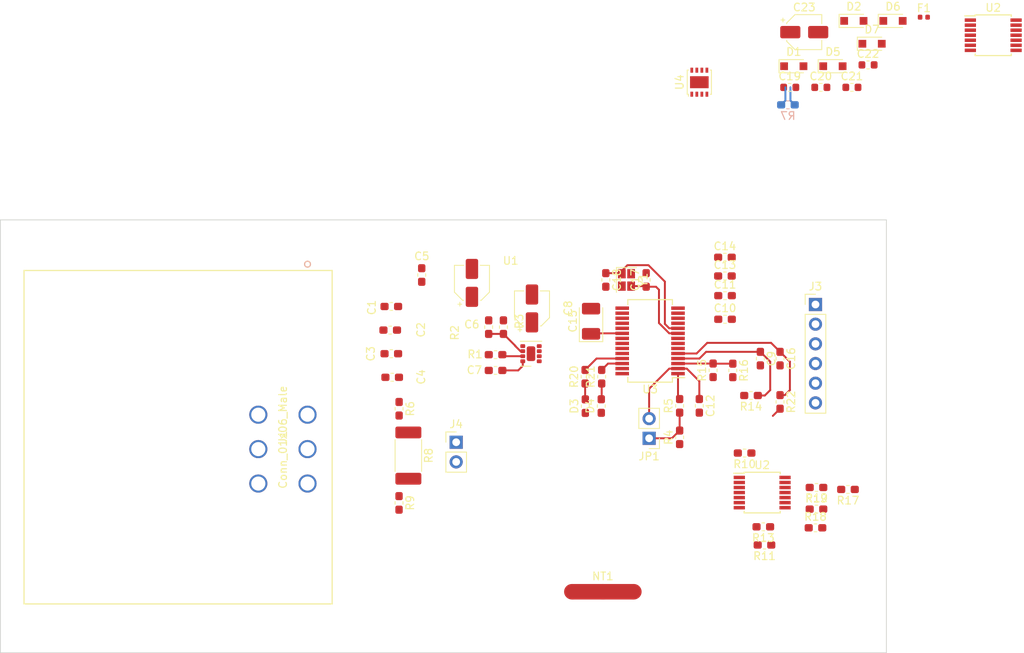
<source format=kicad_pcb>
(kicad_pcb (version 20171130) (host pcbnew "(5.1.2)-1")

  (general
    (thickness 1.6)
    (drawings 4)
    (tracks 76)
    (zones 0)
    (modules 64)
    (nets 47)
  )

  (page A4)
  (layers
    (0 F.Cu signal)
    (31 B.Cu signal)
    (32 B.Adhes user)
    (33 F.Adhes user)
    (34 B.Paste user)
    (35 F.Paste user)
    (36 B.SilkS user)
    (37 F.SilkS user)
    (38 B.Mask user)
    (39 F.Mask user)
    (40 Dwgs.User user)
    (41 Cmts.User user)
    (42 Eco1.User user)
    (43 Eco2.User user)
    (44 Edge.Cuts user)
    (45 Margin user)
    (46 B.CrtYd user)
    (47 F.CrtYd user)
    (48 B.Fab user)
    (49 F.Fab user)
  )

  (setup
    (last_trace_width 48.9)
    (user_trace_width 48.7)
    (trace_clearance 0.2)
    (zone_clearance 0.508)
    (zone_45_only no)
    (trace_min 48.7)
    (via_size 0.8)
    (via_drill 0.4)
    (via_min_size 0.4)
    (via_min_drill 0.3)
    (uvia_size 0.3)
    (uvia_drill 0.1)
    (uvias_allowed no)
    (uvia_min_size 0.2)
    (uvia_min_drill 0.1)
    (edge_width 0.05)
    (segment_width 0.2)
    (pcb_text_width 0.3)
    (pcb_text_size 1.5 1.5)
    (mod_edge_width 0.12)
    (mod_text_size 1 1)
    (mod_text_width 0.15)
    (pad_size 1.05 0.95)
    (pad_drill 0)
    (pad_to_mask_clearance 0.051)
    (solder_mask_min_width 0.25)
    (aux_axis_origin 0 0)
    (visible_elements 7FFDFF3F)
    (pcbplotparams
      (layerselection 0x010fc_ffffffff)
      (usegerberextensions false)
      (usegerberattributes false)
      (usegerberadvancedattributes false)
      (creategerberjobfile false)
      (excludeedgelayer true)
      (linewidth 0.100000)
      (plotframeref false)
      (viasonmask false)
      (mode 1)
      (useauxorigin false)
      (hpglpennumber 1)
      (hpglpenspeed 20)
      (hpglpendiameter 15.000000)
      (psnegative false)
      (psa4output false)
      (plotreference true)
      (plotvalue true)
      (plotinvisibletext false)
      (padsonsilk false)
      (subtractmaskfromsilk false)
      (outputformat 1)
      (mirror false)
      (drillshape 1)
      (scaleselection 1)
      (outputdirectory ""))
  )

  (net 0 "")
  (net 1 GND)
  (net 2 "Net-(C7-Pad1)")
  (net 3 +5V)
  (net 4 GNDD)
  (net 5 "Net-(C12-Pad1)")
  (net 6 "Net-(C15-Pad1)")
  (net 7 GNDA)
  (net 8 "Net-(R1-Pad2)")
  (net 9 "Net-(R2-Pad2)")
  (net 10 "Net-(R5-Pad2)")
  (net 11 "Net-(R11-Pad1)")
  (net 12 "Net-(R10-Pad2)")
  (net 13 +12V)
  (net 14 "Net-(J4-Pad2)")
  (net 15 "Net-(J4-Pad1)")
  (net 16 "Net-(R10-Pad1)")
  (net 17 "Net-(R11-Pad2)")
  (net 18 "Net-(R13-Pad1)")
  (net 19 "Net-(R15-Pad2)")
  (net 20 "Net-(R17-Pad1)")
  (net 21 "Net-(R18-Pad1)")
  (net 22 "Net-(D3-Pad2)")
  (net 23 "Net-(D4-Pad2)")
  (net 24 "Net-(R22-Pad2)")
  (net 25 "Net-(C17-Pad1)")
  (net 26 "/MCU and CAN/ISENSE")
  (net 27 "/MCU and CAN/VSENSE")
  (net 28 "/MCU and CAN/OSC1")
  (net 29 "/MCU and CAN/OSC2")
  (net 30 /PWM)
  (net 31 "Net-(C19-Pad1)")
  (net 32 "Net-(C20-Pad1)")
  (net 33 "Net-(C21-Pad1)")
  (net 34 VS)
  (net 35 /LIVE_IN)
  (net 36 /MEAS_OUT)
  (net 37 /CANH)
  (net 38 /CANL)
  (net 39 "/MCU and CAN/PGEC")
  (net 40 "/MCU and CAN/PGED")
  (net 41 "/MCU and CAN/MCLR")
  (net 42 "/MCU and CAN/LED1")
  (net 43 "/MCU and CAN/LED2")
  (net 44 "/MCU and CAN/CAN_STBY")
  (net 45 "/MCU and CAN/CAN_RX")
  (net 46 "/MCU and CAN/CAN_TX")

  (net_class Default "This is the default net class."
    (clearance 0.2)
    (trace_width 48.9)
    (via_dia 0.8)
    (via_drill 0.4)
    (uvia_dia 0.3)
    (uvia_drill 0.1)
    (diff_pair_width 50)
    (diff_pair_gap 0.25)
    (add_net +12V)
    (add_net +5V)
    (add_net /CANH)
    (add_net /CANL)
    (add_net /LIVE_IN)
    (add_net "/MCU and CAN/CAN_RX")
    (add_net "/MCU and CAN/CAN_STBY")
    (add_net "/MCU and CAN/CAN_TX")
    (add_net "/MCU and CAN/ISENSE")
    (add_net "/MCU and CAN/LED1")
    (add_net "/MCU and CAN/LED2")
    (add_net "/MCU and CAN/MCLR")
    (add_net "/MCU and CAN/OSC1")
    (add_net "/MCU and CAN/OSC2")
    (add_net "/MCU and CAN/PGEC")
    (add_net "/MCU and CAN/PGED")
    (add_net "/MCU and CAN/VSENSE")
    (add_net /MEAS_OUT)
    (add_net /PWM)
    (add_net GND)
    (add_net GNDA)
    (add_net GNDD)
    (add_net "Net-(C12-Pad1)")
    (add_net "Net-(C15-Pad1)")
    (add_net "Net-(C17-Pad1)")
    (add_net "Net-(C19-Pad1)")
    (add_net "Net-(C20-Pad1)")
    (add_net "Net-(C21-Pad1)")
    (add_net "Net-(C7-Pad1)")
    (add_net "Net-(D3-Pad2)")
    (add_net "Net-(D4-Pad2)")
    (add_net "Net-(J4-Pad1)")
    (add_net "Net-(J4-Pad2)")
    (add_net "Net-(R1-Pad2)")
    (add_net "Net-(R10-Pad1)")
    (add_net "Net-(R10-Pad2)")
    (add_net "Net-(R11-Pad1)")
    (add_net "Net-(R11-Pad2)")
    (add_net "Net-(R13-Pad1)")
    (add_net "Net-(R15-Pad2)")
    (add_net "Net-(R17-Pad1)")
    (add_net "Net-(R18-Pad1)")
    (add_net "Net-(R2-Pad2)")
    (add_net "Net-(R22-Pad2)")
    (add_net "Net-(R5-Pad2)")
    (add_net VS)
  )

  (net_class +12V ""
    (clearance 0.2)
    (trace_width 48.7)
    (via_dia 0.8)
    (via_drill 0.4)
    (uvia_dia 0.3)
    (uvia_drill 0.1)
    (diff_pair_width 50)
    (diff_pair_gap 0.25)
  )

  (module Package_SO:TSSOP-14_4.4x5mm_P0.65mm (layer F.Cu) (tedit 5A02F25C) (tstamp 5DF16AA0)
    (at 234.765001 37.115001)
    (descr "14-Lead Plastic Thin Shrink Small Outline (ST)-4.4 mm Body [TSSOP] (see Microchip Packaging Specification 00000049BS.pdf)")
    (tags "SSOP 0.65")
    (path /5D226D6E/5D4B8129)
    (attr smd)
    (fp_text reference U2 (at 0 -3.55) (layer F.SilkS)
      (effects (font (size 1 1) (thickness 0.15)))
    )
    (fp_text value NCV2007x (at 0 3.55) (layer F.Fab)
      (effects (font (size 1 1) (thickness 0.15)))
    )
    (fp_text user %R (at 0 0) (layer F.Fab)
      (effects (font (size 0.8 0.8) (thickness 0.15)))
    )
    (fp_line (start -2.325 -2.5) (end -3.675 -2.5) (layer F.SilkS) (width 0.15))
    (fp_line (start -2.325 2.625) (end 2.325 2.625) (layer F.SilkS) (width 0.15))
    (fp_line (start -2.325 -2.625) (end 2.325 -2.625) (layer F.SilkS) (width 0.15))
    (fp_line (start -2.325 2.625) (end -2.325 2.4) (layer F.SilkS) (width 0.15))
    (fp_line (start 2.325 2.625) (end 2.325 2.4) (layer F.SilkS) (width 0.15))
    (fp_line (start 2.325 -2.625) (end 2.325 -2.4) (layer F.SilkS) (width 0.15))
    (fp_line (start -2.325 -2.625) (end -2.325 -2.5) (layer F.SilkS) (width 0.15))
    (fp_line (start -3.95 2.8) (end 3.95 2.8) (layer F.CrtYd) (width 0.05))
    (fp_line (start -3.95 -2.8) (end 3.95 -2.8) (layer F.CrtYd) (width 0.05))
    (fp_line (start 3.95 -2.8) (end 3.95 2.8) (layer F.CrtYd) (width 0.05))
    (fp_line (start -3.95 -2.8) (end -3.95 2.8) (layer F.CrtYd) (width 0.05))
    (fp_line (start -2.2 -1.5) (end -1.2 -2.5) (layer F.Fab) (width 0.15))
    (fp_line (start -2.2 2.5) (end -2.2 -1.5) (layer F.Fab) (width 0.15))
    (fp_line (start 2.2 2.5) (end -2.2 2.5) (layer F.Fab) (width 0.15))
    (fp_line (start 2.2 -2.5) (end 2.2 2.5) (layer F.Fab) (width 0.15))
    (fp_line (start -1.2 -2.5) (end 2.2 -2.5) (layer F.Fab) (width 0.15))
    (pad 14 smd rect (at 2.95 -1.95) (size 1.45 0.45) (layers F.Cu F.Paste F.Mask)
      (net 24 "Net-(R22-Pad2)"))
    (pad 13 smd rect (at 2.95 -1.3) (size 1.45 0.45) (layers F.Cu F.Paste F.Mask)
      (net 24 "Net-(R22-Pad2)"))
    (pad 12 smd rect (at 2.95 -0.65) (size 1.45 0.45) (layers F.Cu F.Paste F.Mask)
      (net 21 "Net-(R18-Pad1)"))
    (pad 11 smd rect (at 2.95 0) (size 1.45 0.45) (layers F.Cu F.Paste F.Mask)
      (net 7 GNDA))
    (pad 10 smd rect (at 2.95 0.65) (size 1.45 0.45) (layers F.Cu F.Paste F.Mask)
      (net 11 "Net-(R11-Pad1)"))
    (pad 9 smd rect (at 2.95 1.3) (size 1.45 0.45) (layers F.Cu F.Paste F.Mask)
      (net 16 "Net-(R10-Pad1)"))
    (pad 8 smd rect (at 2.95 1.95) (size 1.45 0.45) (layers F.Cu F.Paste F.Mask)
      (net 18 "Net-(R13-Pad1)"))
    (pad 7 smd rect (at -2.95 1.95) (size 1.45 0.45) (layers F.Cu F.Paste F.Mask)
      (net 17 "Net-(R11-Pad2)"))
    (pad 6 smd rect (at -2.95 1.3) (size 1.45 0.45) (layers F.Cu F.Paste F.Mask)
      (net 17 "Net-(R11-Pad2)"))
    (pad 5 smd rect (at -2.95 0.65) (size 1.45 0.45) (layers F.Cu F.Paste F.Mask)
      (net 14 "Net-(J4-Pad2)"))
    (pad 4 smd rect (at -2.95 0) (size 1.45 0.45) (layers F.Cu F.Paste F.Mask)
      (net 34 VS))
    (pad 3 smd rect (at -2.95 -0.65) (size 1.45 0.45) (layers F.Cu F.Paste F.Mask)
      (net 15 "Net-(J4-Pad1)"))
    (pad 2 smd rect (at -2.95 -1.3) (size 1.45 0.45) (layers F.Cu F.Paste F.Mask)
      (net 12 "Net-(R10-Pad2)"))
    (pad 1 smd rect (at -2.95 -1.95) (size 1.45 0.45) (layers F.Cu F.Paste F.Mask)
      (net 12 "Net-(R10-Pad2)"))
    (model ${KISYS3DMOD}/Package_SO.3dshapes/TSSOP-14_4.4x5mm_P0.65mm.wrl
      (at (xyz 0 0 0))
      (scale (xyz 1 1 1))
      (rotate (xyz 0 0 0))
    )
  )

  (module Resistor_SMD:R_0402_1005Metric (layer F.Cu) (tedit 5B301BBD) (tstamp 5DF166A7)
    (at 225.815001 34.785001)
    (descr "Resistor SMD 0402 (1005 Metric), square (rectangular) end terminal, IPC_7351 nominal, (Body size source: http://www.tortai-tech.com/upload/download/2011102023233369053.pdf), generated with kicad-footprint-generator")
    (tags resistor)
    (path /5DFE1622)
    (attr smd)
    (fp_text reference F1 (at 0 -1.17) (layer F.SilkS)
      (effects (font (size 1 1) (thickness 0.15)))
    )
    (fp_text value Fuse (at 0 1.17) (layer F.Fab)
      (effects (font (size 1 1) (thickness 0.15)))
    )
    (fp_text user %R (at 0 0) (layer F.Fab)
      (effects (font (size 0.25 0.25) (thickness 0.04)))
    )
    (fp_line (start 0.93 0.47) (end -0.93 0.47) (layer F.CrtYd) (width 0.05))
    (fp_line (start 0.93 -0.47) (end 0.93 0.47) (layer F.CrtYd) (width 0.05))
    (fp_line (start -0.93 -0.47) (end 0.93 -0.47) (layer F.CrtYd) (width 0.05))
    (fp_line (start -0.93 0.47) (end -0.93 -0.47) (layer F.CrtYd) (width 0.05))
    (fp_line (start 0.5 0.25) (end -0.5 0.25) (layer F.Fab) (width 0.1))
    (fp_line (start 0.5 -0.25) (end 0.5 0.25) (layer F.Fab) (width 0.1))
    (fp_line (start -0.5 -0.25) (end 0.5 -0.25) (layer F.Fab) (width 0.1))
    (fp_line (start -0.5 0.25) (end -0.5 -0.25) (layer F.Fab) (width 0.1))
    (pad 2 smd roundrect (at 0.485 0) (size 0.59 0.64) (layers F.Cu F.Paste F.Mask) (roundrect_rratio 0.25)
      (net 35 /LIVE_IN))
    (pad 1 smd roundrect (at -0.485 0) (size 0.59 0.64) (layers F.Cu F.Paste F.Mask) (roundrect_rratio 0.25)
      (net 13 +12V))
    (model ${KISYS3DMOD}/Resistor_SMD.3dshapes/R_0402_1005Metric.wrl
      (at (xyz 0 0 0))
      (scale (xyz 1 1 1))
      (rotate (xyz 0 0 0))
    )
  )

  (module Diode_SMD:D_SOD-323_HandSoldering (layer F.Cu) (tedit 58641869) (tstamp 5DF16698)
    (at 219.135001 38.215001)
    (descr SOD-323)
    (tags SOD-323)
    (path /5E394EBB)
    (attr smd)
    (fp_text reference D7 (at 0 -1.85) (layer F.SilkS)
      (effects (font (size 1 1) (thickness 0.15)))
    )
    (fp_text value D (at 0.1 1.9) (layer F.Fab)
      (effects (font (size 1 1) (thickness 0.15)))
    )
    (fp_line (start -1.9 -0.85) (end 1.25 -0.85) (layer F.SilkS) (width 0.12))
    (fp_line (start -1.9 0.85) (end 1.25 0.85) (layer F.SilkS) (width 0.12))
    (fp_line (start -2 -0.95) (end -2 0.95) (layer F.CrtYd) (width 0.05))
    (fp_line (start -2 0.95) (end 2 0.95) (layer F.CrtYd) (width 0.05))
    (fp_line (start 2 -0.95) (end 2 0.95) (layer F.CrtYd) (width 0.05))
    (fp_line (start -2 -0.95) (end 2 -0.95) (layer F.CrtYd) (width 0.05))
    (fp_line (start -0.9 -0.7) (end 0.9 -0.7) (layer F.Fab) (width 0.1))
    (fp_line (start 0.9 -0.7) (end 0.9 0.7) (layer F.Fab) (width 0.1))
    (fp_line (start 0.9 0.7) (end -0.9 0.7) (layer F.Fab) (width 0.1))
    (fp_line (start -0.9 0.7) (end -0.9 -0.7) (layer F.Fab) (width 0.1))
    (fp_line (start -0.3 -0.35) (end -0.3 0.35) (layer F.Fab) (width 0.1))
    (fp_line (start -0.3 0) (end -0.5 0) (layer F.Fab) (width 0.1))
    (fp_line (start -0.3 0) (end 0.2 -0.35) (layer F.Fab) (width 0.1))
    (fp_line (start 0.2 -0.35) (end 0.2 0.35) (layer F.Fab) (width 0.1))
    (fp_line (start 0.2 0.35) (end -0.3 0) (layer F.Fab) (width 0.1))
    (fp_line (start 0.2 0) (end 0.45 0) (layer F.Fab) (width 0.1))
    (fp_line (start -1.9 -0.85) (end -1.9 0.85) (layer F.SilkS) (width 0.12))
    (fp_text user %R (at 0 -1.85) (layer F.Fab)
      (effects (font (size 1 1) (thickness 0.15)))
    )
    (pad 2 smd rect (at 1.25 0) (size 1 1) (layers F.Cu F.Paste F.Mask)
      (net 33 "Net-(C21-Pad1)"))
    (pad 1 smd rect (at -1.25 0) (size 1 1) (layers F.Cu F.Paste F.Mask)
      (net 34 VS))
    (model ${KISYS3DMOD}/Diode_SMD.3dshapes/D_SOD-323.wrl
      (at (xyz 0 0 0))
      (scale (xyz 1 1 1))
      (rotate (xyz 0 0 0))
    )
  )

  (module Diode_SMD:D_SOD-323_HandSoldering (layer F.Cu) (tedit 58641869) (tstamp 5DF16680)
    (at 221.835001 35.265001)
    (descr SOD-323)
    (tags SOD-323)
    (path /5E394EB5)
    (attr smd)
    (fp_text reference D6 (at 0 -1.85) (layer F.SilkS)
      (effects (font (size 1 1) (thickness 0.15)))
    )
    (fp_text value D (at 0.1 1.9) (layer F.Fab)
      (effects (font (size 1 1) (thickness 0.15)))
    )
    (fp_line (start -1.9 -0.85) (end 1.25 -0.85) (layer F.SilkS) (width 0.12))
    (fp_line (start -1.9 0.85) (end 1.25 0.85) (layer F.SilkS) (width 0.12))
    (fp_line (start -2 -0.95) (end -2 0.95) (layer F.CrtYd) (width 0.05))
    (fp_line (start -2 0.95) (end 2 0.95) (layer F.CrtYd) (width 0.05))
    (fp_line (start 2 -0.95) (end 2 0.95) (layer F.CrtYd) (width 0.05))
    (fp_line (start -2 -0.95) (end 2 -0.95) (layer F.CrtYd) (width 0.05))
    (fp_line (start -0.9 -0.7) (end 0.9 -0.7) (layer F.Fab) (width 0.1))
    (fp_line (start 0.9 -0.7) (end 0.9 0.7) (layer F.Fab) (width 0.1))
    (fp_line (start 0.9 0.7) (end -0.9 0.7) (layer F.Fab) (width 0.1))
    (fp_line (start -0.9 0.7) (end -0.9 -0.7) (layer F.Fab) (width 0.1))
    (fp_line (start -0.3 -0.35) (end -0.3 0.35) (layer F.Fab) (width 0.1))
    (fp_line (start -0.3 0) (end -0.5 0) (layer F.Fab) (width 0.1))
    (fp_line (start -0.3 0) (end 0.2 -0.35) (layer F.Fab) (width 0.1))
    (fp_line (start 0.2 -0.35) (end 0.2 0.35) (layer F.Fab) (width 0.1))
    (fp_line (start 0.2 0.35) (end -0.3 0) (layer F.Fab) (width 0.1))
    (fp_line (start 0.2 0) (end 0.45 0) (layer F.Fab) (width 0.1))
    (fp_line (start -1.9 -0.85) (end -1.9 0.85) (layer F.SilkS) (width 0.12))
    (fp_text user %R (at 0 -1.85) (layer F.Fab)
      (effects (font (size 1 1) (thickness 0.15)))
    )
    (pad 2 smd rect (at 1.25 0) (size 1 1) (layers F.Cu F.Paste F.Mask)
      (net 32 "Net-(C20-Pad1)"))
    (pad 1 smd rect (at -1.25 0) (size 1 1) (layers F.Cu F.Paste F.Mask)
      (net 33 "Net-(C21-Pad1)"))
    (model ${KISYS3DMOD}/Diode_SMD.3dshapes/D_SOD-323.wrl
      (at (xyz 0 0 0))
      (scale (xyz 1 1 1))
      (rotate (xyz 0 0 0))
    )
  )

  (module Diode_SMD:D_SOD-323_HandSoldering (layer F.Cu) (tedit 58641869) (tstamp 5DF16668)
    (at 214.085001 41.115001)
    (descr SOD-323)
    (tags SOD-323)
    (path /5E37C9F3)
    (attr smd)
    (fp_text reference D5 (at 0 -1.85) (layer F.SilkS)
      (effects (font (size 1 1) (thickness 0.15)))
    )
    (fp_text value D (at 0.1 1.9) (layer F.Fab)
      (effects (font (size 1 1) (thickness 0.15)))
    )
    (fp_line (start -1.9 -0.85) (end 1.25 -0.85) (layer F.SilkS) (width 0.12))
    (fp_line (start -1.9 0.85) (end 1.25 0.85) (layer F.SilkS) (width 0.12))
    (fp_line (start -2 -0.95) (end -2 0.95) (layer F.CrtYd) (width 0.05))
    (fp_line (start -2 0.95) (end 2 0.95) (layer F.CrtYd) (width 0.05))
    (fp_line (start 2 -0.95) (end 2 0.95) (layer F.CrtYd) (width 0.05))
    (fp_line (start -2 -0.95) (end 2 -0.95) (layer F.CrtYd) (width 0.05))
    (fp_line (start -0.9 -0.7) (end 0.9 -0.7) (layer F.Fab) (width 0.1))
    (fp_line (start 0.9 -0.7) (end 0.9 0.7) (layer F.Fab) (width 0.1))
    (fp_line (start 0.9 0.7) (end -0.9 0.7) (layer F.Fab) (width 0.1))
    (fp_line (start -0.9 0.7) (end -0.9 -0.7) (layer F.Fab) (width 0.1))
    (fp_line (start -0.3 -0.35) (end -0.3 0.35) (layer F.Fab) (width 0.1))
    (fp_line (start -0.3 0) (end -0.5 0) (layer F.Fab) (width 0.1))
    (fp_line (start -0.3 0) (end 0.2 -0.35) (layer F.Fab) (width 0.1))
    (fp_line (start 0.2 -0.35) (end 0.2 0.35) (layer F.Fab) (width 0.1))
    (fp_line (start 0.2 0.35) (end -0.3 0) (layer F.Fab) (width 0.1))
    (fp_line (start 0.2 0) (end 0.45 0) (layer F.Fab) (width 0.1))
    (fp_line (start -1.9 -0.85) (end -1.9 0.85) (layer F.SilkS) (width 0.12))
    (fp_text user %R (at 0 -1.85) (layer F.Fab)
      (effects (font (size 1 1) (thickness 0.15)))
    )
    (pad 2 smd rect (at 1.25 0) (size 1 1) (layers F.Cu F.Paste F.Mask)
      (net 31 "Net-(C19-Pad1)"))
    (pad 1 smd rect (at -1.25 0) (size 1 1) (layers F.Cu F.Paste F.Mask)
      (net 32 "Net-(C20-Pad1)"))
    (model ${KISYS3DMOD}/Diode_SMD.3dshapes/D_SOD-323.wrl
      (at (xyz 0 0 0))
      (scale (xyz 1 1 1))
      (rotate (xyz 0 0 0))
    )
  )

  (module Diode_SMD:D_SOD-323_HandSoldering (layer F.Cu) (tedit 58641869) (tstamp 5DF16610)
    (at 216.785001 35.265001)
    (descr SOD-323)
    (tags SOD-323)
    (path /5E37B877)
    (attr smd)
    (fp_text reference D2 (at 0 -1.85) (layer F.SilkS)
      (effects (font (size 1 1) (thickness 0.15)))
    )
    (fp_text value D (at 0.1 1.9) (layer F.Fab)
      (effects (font (size 1 1) (thickness 0.15)))
    )
    (fp_line (start -1.9 -0.85) (end 1.25 -0.85) (layer F.SilkS) (width 0.12))
    (fp_line (start -1.9 0.85) (end 1.25 0.85) (layer F.SilkS) (width 0.12))
    (fp_line (start -2 -0.95) (end -2 0.95) (layer F.CrtYd) (width 0.05))
    (fp_line (start -2 0.95) (end 2 0.95) (layer F.CrtYd) (width 0.05))
    (fp_line (start 2 -0.95) (end 2 0.95) (layer F.CrtYd) (width 0.05))
    (fp_line (start -2 -0.95) (end 2 -0.95) (layer F.CrtYd) (width 0.05))
    (fp_line (start -0.9 -0.7) (end 0.9 -0.7) (layer F.Fab) (width 0.1))
    (fp_line (start 0.9 -0.7) (end 0.9 0.7) (layer F.Fab) (width 0.1))
    (fp_line (start 0.9 0.7) (end -0.9 0.7) (layer F.Fab) (width 0.1))
    (fp_line (start -0.9 0.7) (end -0.9 -0.7) (layer F.Fab) (width 0.1))
    (fp_line (start -0.3 -0.35) (end -0.3 0.35) (layer F.Fab) (width 0.1))
    (fp_line (start -0.3 0) (end -0.5 0) (layer F.Fab) (width 0.1))
    (fp_line (start -0.3 0) (end 0.2 -0.35) (layer F.Fab) (width 0.1))
    (fp_line (start 0.2 -0.35) (end 0.2 0.35) (layer F.Fab) (width 0.1))
    (fp_line (start 0.2 0.35) (end -0.3 0) (layer F.Fab) (width 0.1))
    (fp_line (start 0.2 0) (end 0.45 0) (layer F.Fab) (width 0.1))
    (fp_line (start -1.9 -0.85) (end -1.9 0.85) (layer F.SilkS) (width 0.12))
    (fp_text user %R (at 0 -1.85) (layer F.Fab)
      (effects (font (size 1 1) (thickness 0.15)))
    )
    (pad 2 smd rect (at 1.25 0) (size 1 1) (layers F.Cu F.Paste F.Mask)
      (net 13 +12V))
    (pad 1 smd rect (at -1.25 0) (size 1 1) (layers F.Cu F.Paste F.Mask)
      (net 31 "Net-(C19-Pad1)"))
    (model ${KISYS3DMOD}/Diode_SMD.3dshapes/D_SOD-323.wrl
      (at (xyz 0 0 0))
      (scale (xyz 1 1 1))
      (rotate (xyz 0 0 0))
    )
  )

  (module Diode_SMD:D_SOD-323_HandSoldering (layer F.Cu) (tedit 58641869) (tstamp 5DF165F8)
    (at 209.035001 41.115001)
    (descr SOD-323)
    (tags SOD-323)
    (path /5DEFEB23)
    (attr smd)
    (fp_text reference D1 (at 0 -1.85) (layer F.SilkS)
      (effects (font (size 1 1) (thickness 0.15)))
    )
    (fp_text value SD05-7 (at 0.1 1.9) (layer F.Fab)
      (effects (font (size 1 1) (thickness 0.15)))
    )
    (fp_line (start -1.9 -0.85) (end 1.25 -0.85) (layer F.SilkS) (width 0.12))
    (fp_line (start -1.9 0.85) (end 1.25 0.85) (layer F.SilkS) (width 0.12))
    (fp_line (start -2 -0.95) (end -2 0.95) (layer F.CrtYd) (width 0.05))
    (fp_line (start -2 0.95) (end 2 0.95) (layer F.CrtYd) (width 0.05))
    (fp_line (start 2 -0.95) (end 2 0.95) (layer F.CrtYd) (width 0.05))
    (fp_line (start -2 -0.95) (end 2 -0.95) (layer F.CrtYd) (width 0.05))
    (fp_line (start -0.9 -0.7) (end 0.9 -0.7) (layer F.Fab) (width 0.1))
    (fp_line (start 0.9 -0.7) (end 0.9 0.7) (layer F.Fab) (width 0.1))
    (fp_line (start 0.9 0.7) (end -0.9 0.7) (layer F.Fab) (width 0.1))
    (fp_line (start -0.9 0.7) (end -0.9 -0.7) (layer F.Fab) (width 0.1))
    (fp_line (start -0.3 -0.35) (end -0.3 0.35) (layer F.Fab) (width 0.1))
    (fp_line (start -0.3 0) (end -0.5 0) (layer F.Fab) (width 0.1))
    (fp_line (start -0.3 0) (end 0.2 -0.35) (layer F.Fab) (width 0.1))
    (fp_line (start 0.2 -0.35) (end 0.2 0.35) (layer F.Fab) (width 0.1))
    (fp_line (start 0.2 0.35) (end -0.3 0) (layer F.Fab) (width 0.1))
    (fp_line (start 0.2 0) (end 0.45 0) (layer F.Fab) (width 0.1))
    (fp_line (start -1.9 -0.85) (end -1.9 0.85) (layer F.SilkS) (width 0.12))
    (fp_text user %R (at 0 -1.85) (layer F.Fab)
      (effects (font (size 1 1) (thickness 0.15)))
    )
    (pad 2 smd rect (at 1.25 0) (size 1 1) (layers F.Cu F.Paste F.Mask)
      (net 1 GND))
    (pad 1 smd rect (at -1.25 0) (size 1 1) (layers F.Cu F.Paste F.Mask)
      (net 35 /LIVE_IN))
    (model ${KISYS3DMOD}/Diode_SMD.3dshapes/D_SOD-323.wrl
      (at (xyz 0 0 0))
      (scale (xyz 1 1 1))
      (rotate (xyz 0 0 0))
    )
  )

  (module Capacitor_SMD:CP_Elec_4x5.8 (layer F.Cu) (tedit 5BCA39CF) (tstamp 5DF165E0)
    (at 210.385001 36.715001)
    (descr "SMD capacitor, aluminum electrolytic, Panasonic, 4.0x5.8mm")
    (tags "capacitor electrolytic")
    (path /5E3BD7DC)
    (attr smd)
    (fp_text reference C23 (at 0 -3.2) (layer F.SilkS)
      (effects (font (size 1 1) (thickness 0.15)))
    )
    (fp_text value 4.7uF (at 0 3.2) (layer F.Fab)
      (effects (font (size 1 1) (thickness 0.15)))
    )
    (fp_text user %R (at 0 0) (layer F.Fab)
      (effects (font (size 0.8 0.8) (thickness 0.12)))
    )
    (fp_line (start -3.35 1.05) (end -2.4 1.05) (layer F.CrtYd) (width 0.05))
    (fp_line (start -3.35 -1.05) (end -3.35 1.05) (layer F.CrtYd) (width 0.05))
    (fp_line (start -2.4 -1.05) (end -3.35 -1.05) (layer F.CrtYd) (width 0.05))
    (fp_line (start -2.4 1.05) (end -2.4 1.25) (layer F.CrtYd) (width 0.05))
    (fp_line (start -2.4 -1.25) (end -2.4 -1.05) (layer F.CrtYd) (width 0.05))
    (fp_line (start -2.4 -1.25) (end -1.25 -2.4) (layer F.CrtYd) (width 0.05))
    (fp_line (start -2.4 1.25) (end -1.25 2.4) (layer F.CrtYd) (width 0.05))
    (fp_line (start -1.25 -2.4) (end 2.4 -2.4) (layer F.CrtYd) (width 0.05))
    (fp_line (start -1.25 2.4) (end 2.4 2.4) (layer F.CrtYd) (width 0.05))
    (fp_line (start 2.4 1.05) (end 2.4 2.4) (layer F.CrtYd) (width 0.05))
    (fp_line (start 3.35 1.05) (end 2.4 1.05) (layer F.CrtYd) (width 0.05))
    (fp_line (start 3.35 -1.05) (end 3.35 1.05) (layer F.CrtYd) (width 0.05))
    (fp_line (start 2.4 -1.05) (end 3.35 -1.05) (layer F.CrtYd) (width 0.05))
    (fp_line (start 2.4 -2.4) (end 2.4 -1.05) (layer F.CrtYd) (width 0.05))
    (fp_line (start -2.75 -1.81) (end -2.75 -1.31) (layer F.SilkS) (width 0.12))
    (fp_line (start -3 -1.56) (end -2.5 -1.56) (layer F.SilkS) (width 0.12))
    (fp_line (start -2.26 1.195563) (end -1.195563 2.26) (layer F.SilkS) (width 0.12))
    (fp_line (start -2.26 -1.195563) (end -1.195563 -2.26) (layer F.SilkS) (width 0.12))
    (fp_line (start -2.26 -1.195563) (end -2.26 -1.06) (layer F.SilkS) (width 0.12))
    (fp_line (start -2.26 1.195563) (end -2.26 1.06) (layer F.SilkS) (width 0.12))
    (fp_line (start -1.195563 2.26) (end 2.26 2.26) (layer F.SilkS) (width 0.12))
    (fp_line (start -1.195563 -2.26) (end 2.26 -2.26) (layer F.SilkS) (width 0.12))
    (fp_line (start 2.26 -2.26) (end 2.26 -1.06) (layer F.SilkS) (width 0.12))
    (fp_line (start 2.26 2.26) (end 2.26 1.06) (layer F.SilkS) (width 0.12))
    (fp_line (start -1.374773 -1.2) (end -1.374773 -0.8) (layer F.Fab) (width 0.1))
    (fp_line (start -1.574773 -1) (end -1.174773 -1) (layer F.Fab) (width 0.1))
    (fp_line (start -2.15 1.15) (end -1.15 2.15) (layer F.Fab) (width 0.1))
    (fp_line (start -2.15 -1.15) (end -1.15 -2.15) (layer F.Fab) (width 0.1))
    (fp_line (start -2.15 -1.15) (end -2.15 1.15) (layer F.Fab) (width 0.1))
    (fp_line (start -1.15 2.15) (end 2.15 2.15) (layer F.Fab) (width 0.1))
    (fp_line (start -1.15 -2.15) (end 2.15 -2.15) (layer F.Fab) (width 0.1))
    (fp_line (start 2.15 -2.15) (end 2.15 2.15) (layer F.Fab) (width 0.1))
    (fp_circle (center 0 0) (end 2 0) (layer F.Fab) (width 0.1))
    (pad 2 smd roundrect (at 1.8 0) (size 2.6 1.6) (layers F.Cu F.Paste F.Mask) (roundrect_rratio 0.15625)
      (net 7 GNDA))
    (pad 1 smd roundrect (at -1.8 0) (size 2.6 1.6) (layers F.Cu F.Paste F.Mask) (roundrect_rratio 0.15625)
      (net 34 VS))
    (model ${KISYS3DMOD}/Capacitor_SMD.3dshapes/CP_Elec_4x5.8.wrl
      (at (xyz 0 0 0))
      (scale (xyz 1 1 1))
      (rotate (xyz 0 0 0))
    )
  )

  (module Capacitor_SMD:C_0603_1608Metric (layer F.Cu) (tedit 5B301BBE) (tstamp 5DF165B8)
    (at 218.615001 40.945001)
    (descr "Capacitor SMD 0603 (1608 Metric), square (rectangular) end terminal, IPC_7351 nominal, (Body size source: http://www.tortai-tech.com/upload/download/2011102023233369053.pdf), generated with kicad-footprint-generator")
    (tags capacitor)
    (path /5E394EC1)
    (attr smd)
    (fp_text reference C22 (at 0 -1.43) (layer F.SilkS)
      (effects (font (size 1 1) (thickness 0.15)))
    )
    (fp_text value 0.1uF (at 0 1.43) (layer F.Fab)
      (effects (font (size 1 1) (thickness 0.15)))
    )
    (fp_text user %R (at 0 0) (layer F.Fab)
      (effects (font (size 0.4 0.4) (thickness 0.06)))
    )
    (fp_line (start 1.48 0.73) (end -1.48 0.73) (layer F.CrtYd) (width 0.05))
    (fp_line (start 1.48 -0.73) (end 1.48 0.73) (layer F.CrtYd) (width 0.05))
    (fp_line (start -1.48 -0.73) (end 1.48 -0.73) (layer F.CrtYd) (width 0.05))
    (fp_line (start -1.48 0.73) (end -1.48 -0.73) (layer F.CrtYd) (width 0.05))
    (fp_line (start -0.162779 0.51) (end 0.162779 0.51) (layer F.SilkS) (width 0.12))
    (fp_line (start -0.162779 -0.51) (end 0.162779 -0.51) (layer F.SilkS) (width 0.12))
    (fp_line (start 0.8 0.4) (end -0.8 0.4) (layer F.Fab) (width 0.1))
    (fp_line (start 0.8 -0.4) (end 0.8 0.4) (layer F.Fab) (width 0.1))
    (fp_line (start -0.8 -0.4) (end 0.8 -0.4) (layer F.Fab) (width 0.1))
    (fp_line (start -0.8 0.4) (end -0.8 -0.4) (layer F.Fab) (width 0.1))
    (pad 2 smd roundrect (at 0.7875 0) (size 0.875 0.95) (layers F.Cu F.Paste F.Mask) (roundrect_rratio 0.25)
      (net 7 GNDA))
    (pad 1 smd roundrect (at -0.7875 0) (size 0.875 0.95) (layers F.Cu F.Paste F.Mask) (roundrect_rratio 0.25)
      (net 34 VS))
    (model ${KISYS3DMOD}/Capacitor_SMD.3dshapes/C_0603_1608Metric.wrl
      (at (xyz 0 0 0))
      (scale (xyz 1 1 1))
      (rotate (xyz 0 0 0))
    )
  )

  (module Capacitor_SMD:C_0603_1608Metric (layer F.Cu) (tedit 5B301BBE) (tstamp 5DF165A7)
    (at 216.535001 43.845001)
    (descr "Capacitor SMD 0603 (1608 Metric), square (rectangular) end terminal, IPC_7351 nominal, (Body size source: http://www.tortai-tech.com/upload/download/2011102023233369053.pdf), generated with kicad-footprint-generator")
    (tags capacitor)
    (path /5E394EC7)
    (attr smd)
    (fp_text reference C21 (at 0 -1.43) (layer F.SilkS)
      (effects (font (size 1 1) (thickness 0.15)))
    )
    (fp_text value 0.1uF (at 0 1.43) (layer F.Fab)
      (effects (font (size 1 1) (thickness 0.15)))
    )
    (fp_text user %R (at 0 0) (layer F.Fab)
      (effects (font (size 0.4 0.4) (thickness 0.06)))
    )
    (fp_line (start 1.48 0.73) (end -1.48 0.73) (layer F.CrtYd) (width 0.05))
    (fp_line (start 1.48 -0.73) (end 1.48 0.73) (layer F.CrtYd) (width 0.05))
    (fp_line (start -1.48 -0.73) (end 1.48 -0.73) (layer F.CrtYd) (width 0.05))
    (fp_line (start -1.48 0.73) (end -1.48 -0.73) (layer F.CrtYd) (width 0.05))
    (fp_line (start -0.162779 0.51) (end 0.162779 0.51) (layer F.SilkS) (width 0.12))
    (fp_line (start -0.162779 -0.51) (end 0.162779 -0.51) (layer F.SilkS) (width 0.12))
    (fp_line (start 0.8 0.4) (end -0.8 0.4) (layer F.Fab) (width 0.1))
    (fp_line (start 0.8 -0.4) (end 0.8 0.4) (layer F.Fab) (width 0.1))
    (fp_line (start -0.8 -0.4) (end 0.8 -0.4) (layer F.Fab) (width 0.1))
    (fp_line (start -0.8 0.4) (end -0.8 -0.4) (layer F.Fab) (width 0.1))
    (pad 2 smd roundrect (at 0.7875 0) (size 0.875 0.95) (layers F.Cu F.Paste F.Mask) (roundrect_rratio 0.25)
      (net 30 /PWM))
    (pad 1 smd roundrect (at -0.7875 0) (size 0.875 0.95) (layers F.Cu F.Paste F.Mask) (roundrect_rratio 0.25)
      (net 33 "Net-(C21-Pad1)"))
    (model ${KISYS3DMOD}/Capacitor_SMD.3dshapes/C_0603_1608Metric.wrl
      (at (xyz 0 0 0))
      (scale (xyz 1 1 1))
      (rotate (xyz 0 0 0))
    )
  )

  (module Capacitor_SMD:C_0603_1608Metric (layer F.Cu) (tedit 5B301BBE) (tstamp 5DF16596)
    (at 212.525001 43.845001)
    (descr "Capacitor SMD 0603 (1608 Metric), square (rectangular) end terminal, IPC_7351 nominal, (Body size source: http://www.tortai-tech.com/upload/download/2011102023233369053.pdf), generated with kicad-footprint-generator")
    (tags capacitor)
    (path /5E37E7E2)
    (attr smd)
    (fp_text reference C20 (at 0 -1.43) (layer F.SilkS)
      (effects (font (size 1 1) (thickness 0.15)))
    )
    (fp_text value 0.1uF (at 0 1.43) (layer F.Fab)
      (effects (font (size 1 1) (thickness 0.15)))
    )
    (fp_text user %R (at 0 0) (layer F.Fab)
      (effects (font (size 0.4 0.4) (thickness 0.06)))
    )
    (fp_line (start 1.48 0.73) (end -1.48 0.73) (layer F.CrtYd) (width 0.05))
    (fp_line (start 1.48 -0.73) (end 1.48 0.73) (layer F.CrtYd) (width 0.05))
    (fp_line (start -1.48 -0.73) (end 1.48 -0.73) (layer F.CrtYd) (width 0.05))
    (fp_line (start -1.48 0.73) (end -1.48 -0.73) (layer F.CrtYd) (width 0.05))
    (fp_line (start -0.162779 0.51) (end 0.162779 0.51) (layer F.SilkS) (width 0.12))
    (fp_line (start -0.162779 -0.51) (end 0.162779 -0.51) (layer F.SilkS) (width 0.12))
    (fp_line (start 0.8 0.4) (end -0.8 0.4) (layer F.Fab) (width 0.1))
    (fp_line (start 0.8 -0.4) (end 0.8 0.4) (layer F.Fab) (width 0.1))
    (fp_line (start -0.8 -0.4) (end 0.8 -0.4) (layer F.Fab) (width 0.1))
    (fp_line (start -0.8 0.4) (end -0.8 -0.4) (layer F.Fab) (width 0.1))
    (pad 2 smd roundrect (at 0.7875 0) (size 0.875 0.95) (layers F.Cu F.Paste F.Mask) (roundrect_rratio 0.25)
      (net 7 GNDA))
    (pad 1 smd roundrect (at -0.7875 0) (size 0.875 0.95) (layers F.Cu F.Paste F.Mask) (roundrect_rratio 0.25)
      (net 32 "Net-(C20-Pad1)"))
    (model ${KISYS3DMOD}/Capacitor_SMD.3dshapes/C_0603_1608Metric.wrl
      (at (xyz 0 0 0))
      (scale (xyz 1 1 1))
      (rotate (xyz 0 0 0))
    )
  )

  (module Capacitor_SMD:C_0603_1608Metric (layer F.Cu) (tedit 5B301BBE) (tstamp 5DF16585)
    (at 208.515001 43.845001)
    (descr "Capacitor SMD 0603 (1608 Metric), square (rectangular) end terminal, IPC_7351 nominal, (Body size source: http://www.tortai-tech.com/upload/download/2011102023233369053.pdf), generated with kicad-footprint-generator")
    (tags capacitor)
    (path /5E37E843)
    (attr smd)
    (fp_text reference C19 (at 0 -1.43) (layer F.SilkS)
      (effects (font (size 1 1) (thickness 0.15)))
    )
    (fp_text value 0.1uF (at 0 1.43) (layer F.Fab)
      (effects (font (size 1 1) (thickness 0.15)))
    )
    (fp_text user %R (at 0 0) (layer F.Fab)
      (effects (font (size 0.4 0.4) (thickness 0.06)))
    )
    (fp_line (start 1.48 0.73) (end -1.48 0.73) (layer F.CrtYd) (width 0.05))
    (fp_line (start 1.48 -0.73) (end 1.48 0.73) (layer F.CrtYd) (width 0.05))
    (fp_line (start -1.48 -0.73) (end 1.48 -0.73) (layer F.CrtYd) (width 0.05))
    (fp_line (start -1.48 0.73) (end -1.48 -0.73) (layer F.CrtYd) (width 0.05))
    (fp_line (start -0.162779 0.51) (end 0.162779 0.51) (layer F.SilkS) (width 0.12))
    (fp_line (start -0.162779 -0.51) (end 0.162779 -0.51) (layer F.SilkS) (width 0.12))
    (fp_line (start 0.8 0.4) (end -0.8 0.4) (layer F.Fab) (width 0.1))
    (fp_line (start 0.8 -0.4) (end 0.8 0.4) (layer F.Fab) (width 0.1))
    (fp_line (start -0.8 -0.4) (end 0.8 -0.4) (layer F.Fab) (width 0.1))
    (fp_line (start -0.8 0.4) (end -0.8 -0.4) (layer F.Fab) (width 0.1))
    (pad 2 smd roundrect (at 0.7875 0) (size 0.875 0.95) (layers F.Cu F.Paste F.Mask) (roundrect_rratio 0.25)
      (net 30 /PWM))
    (pad 1 smd roundrect (at -0.7875 0) (size 0.875 0.95) (layers F.Cu F.Paste F.Mask) (roundrect_rratio 0.25)
      (net 31 "Net-(C19-Pad1)"))
    (model ${KISYS3DMOD}/Capacitor_SMD.3dshapes/C_0603_1608Metric.wrl
      (at (xyz 0 0 0))
      (scale (xyz 1 1 1))
      (rotate (xyz 0 0 0))
    )
  )

  (module Capacitor_SMD:C_0603_1608Metric_Pad1.05x0.95mm_HandSolder (layer F.Cu) (tedit 5D794F46) (tstamp 5D74FF0C)
    (at 184.785 68.707 270)
    (descr "Capacitor SMD 0603 (1608 Metric), square (rectangular) end terminal, IPC_7351 nominal with elongated pad for handsoldering. (Body size source: http://www.tortai-tech.com/upload/download/2011102023233369053.pdf), generated with kicad-footprint-generator")
    (tags "capacitor handsolder")
    (path /5D226D6E/5D95386F)
    (attr smd)
    (fp_text reference C18 (at 0 -1.43 90) (layer F.SilkS)
      (effects (font (size 1 1) (thickness 0.15)))
    )
    (fp_text value 10pF (at 0 1.43 90) (layer F.Fab)
      (effects (font (size 1 1) (thickness 0.15)))
    )
    (fp_text user %R (at 0 0 90) (layer F.Fab)
      (effects (font (size 0.4 0.4) (thickness 0.06)))
    )
    (fp_line (start 1.65 0.73) (end -1.65 0.73) (layer F.CrtYd) (width 0.05))
    (fp_line (start 1.65 -0.73) (end 1.65 0.73) (layer F.CrtYd) (width 0.05))
    (fp_line (start -1.65 -0.73) (end 1.65 -0.73) (layer F.CrtYd) (width 0.05))
    (fp_line (start -1.65 0.73) (end -1.65 -0.73) (layer F.CrtYd) (width 0.05))
    (fp_line (start -0.171267 0.51) (end 0.171267 0.51) (layer F.SilkS) (width 0.12))
    (fp_line (start -0.171267 -0.51) (end 0.171267 -0.51) (layer F.SilkS) (width 0.12))
    (fp_line (start 0.8 0.4) (end -0.8 0.4) (layer F.Fab) (width 0.1))
    (fp_line (start 0.8 -0.4) (end 0.8 0.4) (layer F.Fab) (width 0.1))
    (fp_line (start -0.8 -0.4) (end 0.8 -0.4) (layer F.Fab) (width 0.1))
    (fp_line (start -0.8 0.4) (end -0.8 -0.4) (layer F.Fab) (width 0.1))
    (pad 2 smd roundrect (at 0.875 0 270) (size 1.05 0.95) (layers F.Cu F.Paste F.Mask) (roundrect_rratio 0.25)
      (net 7 GNDA))
    (pad 1 smd roundrect (at -0.875 0 270) (size 1.05 0.95) (layers F.Cu F.Paste F.Mask) (roundrect_rratio 0.25)
      (net 29 "/MCU and CAN/OSC2"))
    (model ${KISYS3DMOD}/Capacitor_SMD.3dshapes/C_0603_1608Metric.wrl
      (at (xyz 0 0 0))
      (scale (xyz 1 1 1))
      (rotate (xyz 0 0 0))
    )
  )

  (module Crystal:Crystal_SMD_EuroQuartz_X22-4Pin_2.5x2.0mm (layer F.Cu) (tedit 5D76515B) (tstamp 5D745E8E)
    (at 187.452 68.707 270)
    (descr "SMD Crystal EuroQuartz X22 series http://cdn-reichelt.de/documents/datenblatt/B400/DS_X22.pdf, 2.5x2.0mm^2 package")
    (tags "SMD SMT crystal")
    (path /5D226D6E/5D7A06C0)
    (attr smd)
    (fp_text reference Y1 (at 0 -2.2 90) (layer F.SilkS)
      (effects (font (size 1 1) (thickness 0.15)))
    )
    (fp_text value "25 MHz" (at 0 2.2 90) (layer F.Fab)
      (effects (font (size 1 1) (thickness 0.15)))
    )
    (fp_line (start 1.7 -1.4) (end -1.7 -1.4) (layer F.CrtYd) (width 0.05))
    (fp_line (start 1.7 1.4) (end 1.7 -1.4) (layer F.CrtYd) (width 0.05))
    (fp_line (start -1.7 1.4) (end 1.7 1.4) (layer F.CrtYd) (width 0.05))
    (fp_line (start -1.7 -1.4) (end -1.7 1.4) (layer F.CrtYd) (width 0.05))
    (fp_line (start -1.6 1.3) (end 1.6 1.3) (layer F.SilkS) (width 0.12))
    (fp_line (start -1.6 -1.3) (end -1.6 1.3) (layer F.SilkS) (width 0.12))
    (fp_line (start -1.25 0) (end -0.25 1) (layer F.Fab) (width 0.1))
    (fp_line (start -1.25 -0.9) (end -1.15 -1) (layer F.Fab) (width 0.1))
    (fp_line (start -1.25 0.9) (end -1.25 -0.9) (layer F.Fab) (width 0.1))
    (fp_line (start -1.15 1) (end -1.25 0.9) (layer F.Fab) (width 0.1))
    (fp_line (start 1.15 1) (end -1.15 1) (layer F.Fab) (width 0.1))
    (fp_line (start 1.25 0.9) (end 1.15 1) (layer F.Fab) (width 0.1))
    (fp_line (start 1.25 -0.9) (end 1.25 0.9) (layer F.Fab) (width 0.1))
    (fp_line (start 1.15 -1) (end 1.25 -0.9) (layer F.Fab) (width 0.1))
    (fp_line (start -1.15 -1) (end 1.15 -1) (layer F.Fab) (width 0.1))
    (fp_text user %R (at 0 0 90) (layer F.Fab)
      (effects (font (size 0.6 0.6) (thickness 0.09)))
    )
    (pad 4 smd rect (at -0.8 -0.6 270) (size 1.2 1) (layers F.Cu F.Paste F.Mask))
    (pad 3 smd rect (at 0.8 -0.6 270) (size 1.2 1) (layers F.Cu F.Paste F.Mask))
    (pad 2 smd rect (at 0.8 0.6 270) (size 1.2 1) (layers F.Cu F.Paste F.Mask)
      (net 28 "/MCU and CAN/OSC1"))
    (pad 1 smd rect (at -0.8 0.6 270) (size 1.2 1) (layers F.Cu F.Paste F.Mask)
      (net 29 "/MCU and CAN/OSC2"))
    (model ${KISYS3DMOD}/Crystal.3dshapes/Crystal_SMD_EuroQuartz_X22-4Pin_2.5x2.0mm.wrl
      (at (xyz 0 0 0))
      (scale (xyz 1 1 1))
      (rotate (xyz 0 0 0))
    )
  )

  (module Capacitor_SMD:C_0603_1608Metric_Pad1.05x0.95mm_HandSolder (layer F.Cu) (tedit 5D794F57) (tstamp 5D74590A)
    (at 189.992 68.707 90)
    (descr "Capacitor SMD 0603 (1608 Metric), square (rectangular) end terminal, IPC_7351 nominal with elongated pad for handsoldering. (Body size source: http://www.tortai-tech.com/upload/download/2011102023233369053.pdf), generated with kicad-footprint-generator")
    (tags "capacitor handsolder")
    (path /5D226D6E/5D7A1F19)
    (attr smd)
    (fp_text reference C17 (at 0 -1.43 90) (layer F.SilkS)
      (effects (font (size 1 1) (thickness 0.15)))
    )
    (fp_text value 10pF (at 0 1.43 90) (layer F.Fab)
      (effects (font (size 1 1) (thickness 0.15)))
    )
    (fp_text user %R (at 0 0 90) (layer F.Fab)
      (effects (font (size 0.4 0.4) (thickness 0.06)))
    )
    (fp_line (start 1.65 0.73) (end -1.65 0.73) (layer F.CrtYd) (width 0.05))
    (fp_line (start 1.65 -0.73) (end 1.65 0.73) (layer F.CrtYd) (width 0.05))
    (fp_line (start -1.65 -0.73) (end 1.65 -0.73) (layer F.CrtYd) (width 0.05))
    (fp_line (start -1.65 0.73) (end -1.65 -0.73) (layer F.CrtYd) (width 0.05))
    (fp_line (start -0.171267 0.51) (end 0.171267 0.51) (layer F.SilkS) (width 0.12))
    (fp_line (start -0.171267 -0.51) (end 0.171267 -0.51) (layer F.SilkS) (width 0.12))
    (fp_line (start 0.8 0.4) (end -0.8 0.4) (layer F.Fab) (width 0.1))
    (fp_line (start 0.8 -0.4) (end 0.8 0.4) (layer F.Fab) (width 0.1))
    (fp_line (start -0.8 -0.4) (end 0.8 -0.4) (layer F.Fab) (width 0.1))
    (fp_line (start -0.8 0.4) (end -0.8 -0.4) (layer F.Fab) (width 0.1))
    (pad 2 smd roundrect (at 0.875 0 90) (size 1.05 0.95) (layers F.Cu F.Paste F.Mask) (roundrect_rratio 0.25)
      (net 7 GNDA))
    (pad 1 smd roundrect (at -0.875 0 90) (size 1.05 0.95) (layers F.Cu F.Paste F.Mask) (roundrect_rratio 0.25)
      (net 28 "/MCU and CAN/OSC1"))
    (model ${KISYS3DMOD}/Capacitor_SMD.3dshapes/C_0603_1608Metric.wrl
      (at (xyz 0 0 0))
      (scale (xyz 1 1 1))
      (rotate (xyz 0 0 0))
    )
  )

  (module Package_SO:TSSOP-14_4.4x5mm_P0.65mm (layer F.Cu) (tedit 5A02F25C) (tstamp 5D491E14)
    (at 204.95768 96.16186)
    (descr "14-Lead Plastic Thin Shrink Small Outline (ST)-4.4 mm Body [TSSOP] (see Microchip Packaging Specification 00000049BS.pdf)")
    (tags "SSOP 0.65")
    (path /5D226D6E/5D4B8129)
    (attr smd)
    (fp_text reference U2 (at 0 -3.55) (layer F.SilkS)
      (effects (font (size 1 1) (thickness 0.15)))
    )
    (fp_text value NCV2007x (at 0 3.55) (layer F.Fab)
      (effects (font (size 1 1) (thickness 0.15)))
    )
    (fp_text user %R (at 0 0) (layer F.Fab)
      (effects (font (size 0.8 0.8) (thickness 0.15)))
    )
    (fp_line (start -2.325 -2.5) (end -3.675 -2.5) (layer F.SilkS) (width 0.15))
    (fp_line (start -2.325 2.625) (end 2.325 2.625) (layer F.SilkS) (width 0.15))
    (fp_line (start -2.325 -2.625) (end 2.325 -2.625) (layer F.SilkS) (width 0.15))
    (fp_line (start -2.325 2.625) (end -2.325 2.4) (layer F.SilkS) (width 0.15))
    (fp_line (start 2.325 2.625) (end 2.325 2.4) (layer F.SilkS) (width 0.15))
    (fp_line (start 2.325 -2.625) (end 2.325 -2.4) (layer F.SilkS) (width 0.15))
    (fp_line (start -2.325 -2.625) (end -2.325 -2.5) (layer F.SilkS) (width 0.15))
    (fp_line (start -3.95 2.8) (end 3.95 2.8) (layer F.CrtYd) (width 0.05))
    (fp_line (start -3.95 -2.8) (end 3.95 -2.8) (layer F.CrtYd) (width 0.05))
    (fp_line (start 3.95 -2.8) (end 3.95 2.8) (layer F.CrtYd) (width 0.05))
    (fp_line (start -3.95 -2.8) (end -3.95 2.8) (layer F.CrtYd) (width 0.05))
    (fp_line (start -2.2 -1.5) (end -1.2 -2.5) (layer F.Fab) (width 0.15))
    (fp_line (start -2.2 2.5) (end -2.2 -1.5) (layer F.Fab) (width 0.15))
    (fp_line (start 2.2 2.5) (end -2.2 2.5) (layer F.Fab) (width 0.15))
    (fp_line (start 2.2 -2.5) (end 2.2 2.5) (layer F.Fab) (width 0.15))
    (fp_line (start -1.2 -2.5) (end 2.2 -2.5) (layer F.Fab) (width 0.15))
    (pad 14 smd rect (at 2.95 -1.95) (size 1.45 0.45) (layers F.Cu F.Paste F.Mask)
      (net 24 "Net-(R22-Pad2)"))
    (pad 13 smd rect (at 2.95 -1.3) (size 1.45 0.45) (layers F.Cu F.Paste F.Mask)
      (net 24 "Net-(R22-Pad2)"))
    (pad 12 smd rect (at 2.95 -0.65) (size 1.45 0.45) (layers F.Cu F.Paste F.Mask)
      (net 21 "Net-(R18-Pad1)"))
    (pad 11 smd rect (at 2.95 0) (size 1.45 0.45) (layers F.Cu F.Paste F.Mask)
      (net 7 GNDA))
    (pad 10 smd rect (at 2.95 0.65) (size 1.45 0.45) (layers F.Cu F.Paste F.Mask)
      (net 11 "Net-(R11-Pad1)"))
    (pad 9 smd rect (at 2.95 1.3) (size 1.45 0.45) (layers F.Cu F.Paste F.Mask)
      (net 16 "Net-(R10-Pad1)"))
    (pad 8 smd rect (at 2.95 1.95) (size 1.45 0.45) (layers F.Cu F.Paste F.Mask)
      (net 18 "Net-(R13-Pad1)"))
    (pad 7 smd rect (at -2.95 1.95) (size 1.45 0.45) (layers F.Cu F.Paste F.Mask)
      (net 17 "Net-(R11-Pad2)"))
    (pad 6 smd rect (at -2.95 1.3) (size 1.45 0.45) (layers F.Cu F.Paste F.Mask)
      (net 17 "Net-(R11-Pad2)"))
    (pad 5 smd rect (at -2.95 0.65) (size 1.45 0.45) (layers F.Cu F.Paste F.Mask)
      (net 14 "Net-(J4-Pad2)"))
    (pad 4 smd rect (at -2.95 0) (size 1.45 0.45) (layers F.Cu F.Paste F.Mask)
      (net 34 VS))
    (pad 3 smd rect (at -2.95 -0.65) (size 1.45 0.45) (layers F.Cu F.Paste F.Mask)
      (net 15 "Net-(J4-Pad1)"))
    (pad 2 smd rect (at -2.95 -1.3) (size 1.45 0.45) (layers F.Cu F.Paste F.Mask)
      (net 12 "Net-(R10-Pad2)"))
    (pad 1 smd rect (at -2.95 -1.95) (size 1.45 0.45) (layers F.Cu F.Paste F.Mask)
      (net 12 "Net-(R10-Pad2)"))
    (model ${KISYS3DMOD}/Package_SO.3dshapes/TSSOP-14_4.4x5mm_P0.65mm.wrl
      (at (xyz 0 0 0))
      (scale (xyz 1 1 1))
      (rotate (xyz 0 0 0))
    )
  )

  (module Connector_TE:DT13-6P (layer F.Cu) (tedit 0) (tstamp 5D4942D4)
    (at 146.304 86.106 90)
    (path /5D4A20AB)
    (fp_text reference J1 (at -2.9083 -3.175 90) (layer F.SilkS)
      (effects (font (size 1 1) (thickness 0.15)))
    )
    (fp_text value Conn_01x06_Male (at -2.9083 -3.175 90) (layer F.SilkS)
      (effects (font (size 1 1) (thickness 0.15)))
    )
    (fp_circle (center 19.431 0) (end 19.812 0) (layer B.SilkS) (width 0.1524))
    (fp_circle (center 19.431 0) (end 19.812 0) (layer F.SilkS) (width 0.1524))
    (fp_circle (center 0 2.54) (end 0.381 2.54) (layer F.Fab) (width 0.1524))
    (fp_line (start 18.4912 -36.449) (end -24.3078 -36.449) (layer F.CrtYd) (width 0.1524))
    (fp_line (start 18.4912 3.048) (end 18.4912 -36.449) (layer F.CrtYd) (width 0.1524))
    (fp_line (start -24.3078 3.048) (end 18.4912 3.048) (layer F.CrtYd) (width 0.1524))
    (fp_line (start -24.3078 -36.449) (end -24.3078 3.048) (layer F.CrtYd) (width 0.1524))
    (fp_line (start 18.7452 -36.703) (end -24.5618 -36.703) (layer F.CrtYd) (width 0.1524))
    (fp_line (start 18.7452 3.302) (end 18.7452 -36.703) (layer F.CrtYd) (width 0.1524))
    (fp_line (start -24.5618 3.302) (end 18.7452 3.302) (layer F.CrtYd) (width 0.1524))
    (fp_line (start -24.5618 -36.703) (end -24.5618 3.302) (layer F.CrtYd) (width 0.1524))
    (fp_line (start -24.3078 -36.449) (end -24.3078 3.048) (layer F.Fab) (width 0.1524))
    (fp_line (start 18.4912 -36.449) (end -24.3078 -36.449) (layer F.Fab) (width 0.1524))
    (fp_line (start 18.4912 3.048) (end 18.4912 -36.449) (layer F.Fab) (width 0.1524))
    (fp_line (start -24.3078 3.048) (end 18.4912 3.048) (layer F.Fab) (width 0.1524))
    (fp_line (start -24.4348 -36.576) (end -24.4348 3.175) (layer F.SilkS) (width 0.1524))
    (fp_line (start 18.6182 -36.576) (end -24.4348 -36.576) (layer F.SilkS) (width 0.1524))
    (fp_line (start 18.6182 3.175) (end 18.6182 -36.576) (layer F.SilkS) (width 0.1524))
    (fp_line (start -24.4348 3.175) (end 18.6182 3.175) (layer F.SilkS) (width 0.1524))
    (fp_text user * (at 0 0 90) (layer F.Fab)
      (effects (font (size 1 1) (thickness 0.15)))
    )
    (fp_text user * (at 0 0 90) (layer F.SilkS)
      (effects (font (size 1 1) (thickness 0.15)))
    )
    (fp_text user "Copyright 2016 Accelerated Designs. All rights reserved." (at 0 0 90) (layer Cmts.User)
      (effects (font (size 0.127 0.127) (thickness 0.002)))
    )
    (pad 9 np_thru_hole circle (at -4.445 -12.446 90) (size 3.048 3.048) (drill 3.048) (layers *.Cu *.Mask))
    (pad 8 np_thru_hole circle (at 6.4262 -1.016 90) (size 3.048 3.048) (drill 3.048) (layers *.Cu *.Mask))
    (pad 7 np_thru_hole circle (at -15.3162 -1.016 90) (size 3.048 3.048) (drill 3.048) (layers *.Cu *.Mask))
    (pad 3 thru_hole circle (at -8.89 0 90) (size 2.3368 2.3368) (drill 1.8288) (layers *.Cu *.Mask)
      (net 36 /MEAS_OUT))
    (pad 4 thru_hole circle (at -8.89 -6.35 90) (size 2.3368 2.3368) (drill 1.8288) (layers *.Cu *.Mask)
      (net 1 GND))
    (pad 2 thru_hole circle (at -4.445 0 90) (size 2.3368 2.3368) (drill 1.8288) (layers *.Cu *.Mask)
      (net 1 GND))
    (pad 5 thru_hole circle (at -4.445 -6.35 90) (size 2.3368 2.3368) (drill 1.8288) (layers *.Cu *.Mask)
      (net 37 /CANH))
    (pad 1 thru_hole circle (at 0 0 90) (size 2.3368 2.3368) (drill 1.8288) (layers *.Cu *.Mask)
      (net 35 /LIVE_IN))
    (pad 6 thru_hole circle (at 0 -6.35 90) (size 2.3368 2.3368) (drill 1.8288) (layers *.Cu *.Mask)
      (net 38 /CANL))
  )

  (module Resistor_SMD:R_0603_1608Metric_Pad1.05x0.95mm_HandSolder (layer F.Cu) (tedit 5B301BBD) (tstamp 5D491D77)
    (at 198.628 80.377 90)
    (descr "Resistor SMD 0603 (1608 Metric), square (rectangular) end terminal, IPC_7351 nominal with elongated pad for handsoldering. (Body size source: http://www.tortai-tech.com/upload/download/2011102023233369053.pdf), generated with kicad-footprint-generator")
    (tags "resistor handsolder")
    (path /5D226D6E/5D529372)
    (attr smd)
    (fp_text reference R15 (at 0 -1.43 90) (layer F.SilkS)
      (effects (font (size 1 1) (thickness 0.15)))
    )
    (fp_text value 10k (at 0 1.43 90) (layer F.Fab)
      (effects (font (size 1 1) (thickness 0.15)))
    )
    (fp_text user %R (at 0 0 90) (layer F.Fab)
      (effects (font (size 0.4 0.4) (thickness 0.06)))
    )
    (fp_line (start 1.65 0.73) (end -1.65 0.73) (layer F.CrtYd) (width 0.05))
    (fp_line (start 1.65 -0.73) (end 1.65 0.73) (layer F.CrtYd) (width 0.05))
    (fp_line (start -1.65 -0.73) (end 1.65 -0.73) (layer F.CrtYd) (width 0.05))
    (fp_line (start -1.65 0.73) (end -1.65 -0.73) (layer F.CrtYd) (width 0.05))
    (fp_line (start -0.171267 0.51) (end 0.171267 0.51) (layer F.SilkS) (width 0.12))
    (fp_line (start -0.171267 -0.51) (end 0.171267 -0.51) (layer F.SilkS) (width 0.12))
    (fp_line (start 0.8 0.4) (end -0.8 0.4) (layer F.Fab) (width 0.1))
    (fp_line (start 0.8 -0.4) (end 0.8 0.4) (layer F.Fab) (width 0.1))
    (fp_line (start -0.8 -0.4) (end 0.8 -0.4) (layer F.Fab) (width 0.1))
    (fp_line (start -0.8 0.4) (end -0.8 -0.4) (layer F.Fab) (width 0.1))
    (pad 2 smd roundrect (at 0.875 0 90) (size 1.05 0.95) (layers F.Cu F.Paste F.Mask) (roundrect_rratio 0.25)
      (net 19 "Net-(R15-Pad2)"))
    (pad 1 smd roundrect (at -0.875 0 90) (size 1.05 0.95) (layers F.Cu F.Paste F.Mask) (roundrect_rratio 0.25)
      (net 3 +5V))
    (model ${KISYS3DMOD}/Resistor_SMD.3dshapes/R_0603_1608Metric.wrl
      (at (xyz 0 0 0))
      (scale (xyz 1 1 1))
      (rotate (xyz 0 0 0))
    )
  )

  (module Resistor_SMD:R_0603_1608Metric_Pad1.05x0.95mm_HandSolder (layer F.Cu) (tedit 5B301BBD) (tstamp 5D5F0096)
    (at 207.264 84.455 270)
    (descr "Resistor SMD 0603 (1608 Metric), square (rectangular) end terminal, IPC_7351 nominal with elongated pad for handsoldering. (Body size source: http://www.tortai-tech.com/upload/download/2011102023233369053.pdf), generated with kicad-footprint-generator")
    (tags "resistor handsolder")
    (path /5D226D6E/5D6A43A9)
    (attr smd)
    (fp_text reference R22 (at 0 -1.43 90) (layer F.SilkS)
      (effects (font (size 1 1) (thickness 0.15)))
    )
    (fp_text value 1k (at 0 1.43 90) (layer F.Fab)
      (effects (font (size 1 1) (thickness 0.15)))
    )
    (fp_text user %R (at 0 0 90) (layer F.Fab)
      (effects (font (size 0.4 0.4) (thickness 0.06)))
    )
    (fp_line (start 1.65 0.73) (end -1.65 0.73) (layer F.CrtYd) (width 0.05))
    (fp_line (start 1.65 -0.73) (end 1.65 0.73) (layer F.CrtYd) (width 0.05))
    (fp_line (start -1.65 -0.73) (end 1.65 -0.73) (layer F.CrtYd) (width 0.05))
    (fp_line (start -1.65 0.73) (end -1.65 -0.73) (layer F.CrtYd) (width 0.05))
    (fp_line (start -0.171267 0.51) (end 0.171267 0.51) (layer F.SilkS) (width 0.12))
    (fp_line (start -0.171267 -0.51) (end 0.171267 -0.51) (layer F.SilkS) (width 0.12))
    (fp_line (start 0.8 0.4) (end -0.8 0.4) (layer F.Fab) (width 0.1))
    (fp_line (start 0.8 -0.4) (end 0.8 0.4) (layer F.Fab) (width 0.1))
    (fp_line (start -0.8 -0.4) (end 0.8 -0.4) (layer F.Fab) (width 0.1))
    (fp_line (start -0.8 0.4) (end -0.8 -0.4) (layer F.Fab) (width 0.1))
    (pad 2 smd roundrect (at 0.875 0 270) (size 1.05 0.95) (layers F.Cu F.Paste F.Mask) (roundrect_rratio 0.25)
      (net 24 "Net-(R22-Pad2)"))
    (pad 1 smd roundrect (at -0.875 0 270) (size 1.05 0.95) (layers F.Cu F.Paste F.Mask) (roundrect_rratio 0.25)
      (net 27 "/MCU and CAN/VSENSE"))
    (model ${KISYS3DMOD}/Resistor_SMD.3dshapes/R_0603_1608Metric.wrl
      (at (xyz 0 0 0))
      (scale (xyz 1 1 1))
      (rotate (xyz 0 0 0))
    )
  )

  (module Resistor_SMD:R_0603_1608Metric_Pad1.05x0.95mm_HandSolder (layer F.Cu) (tedit 5B301BBD) (tstamp 5D491D88)
    (at 201.168 80.391 270)
    (descr "Resistor SMD 0603 (1608 Metric), square (rectangular) end terminal, IPC_7351 nominal with elongated pad for handsoldering. (Body size source: http://www.tortai-tech.com/upload/download/2011102023233369053.pdf), generated with kicad-footprint-generator")
    (tags "resistor handsolder")
    (path /5D226D6E/5D52A243)
    (attr smd)
    (fp_text reference R16 (at 0 -1.43 90) (layer F.SilkS)
      (effects (font (size 1 1) (thickness 0.15)))
    )
    (fp_text value 10k (at 0 1.43 90) (layer F.Fab)
      (effects (font (size 1 1) (thickness 0.15)))
    )
    (fp_text user %R (at 0 0 90) (layer F.Fab)
      (effects (font (size 0.4 0.4) (thickness 0.06)))
    )
    (fp_line (start 1.65 0.73) (end -1.65 0.73) (layer F.CrtYd) (width 0.05))
    (fp_line (start 1.65 -0.73) (end 1.65 0.73) (layer F.CrtYd) (width 0.05))
    (fp_line (start -1.65 -0.73) (end 1.65 -0.73) (layer F.CrtYd) (width 0.05))
    (fp_line (start -1.65 0.73) (end -1.65 -0.73) (layer F.CrtYd) (width 0.05))
    (fp_line (start -0.171267 0.51) (end 0.171267 0.51) (layer F.SilkS) (width 0.12))
    (fp_line (start -0.171267 -0.51) (end 0.171267 -0.51) (layer F.SilkS) (width 0.12))
    (fp_line (start 0.8 0.4) (end -0.8 0.4) (layer F.Fab) (width 0.1))
    (fp_line (start 0.8 -0.4) (end 0.8 0.4) (layer F.Fab) (width 0.1))
    (fp_line (start -0.8 -0.4) (end 0.8 -0.4) (layer F.Fab) (width 0.1))
    (fp_line (start -0.8 0.4) (end -0.8 -0.4) (layer F.Fab) (width 0.1))
    (pad 2 smd roundrect (at 0.875 0 270) (size 1.05 0.95) (layers F.Cu F.Paste F.Mask) (roundrect_rratio 0.25)
      (net 4 GNDD))
    (pad 1 smd roundrect (at -0.875 0 270) (size 1.05 0.95) (layers F.Cu F.Paste F.Mask) (roundrect_rratio 0.25)
      (net 19 "Net-(R15-Pad2)"))
    (model ${KISYS3DMOD}/Resistor_SMD.3dshapes/R_0603_1608Metric.wrl
      (at (xyz 0 0 0))
      (scale (xyz 1 1 1))
      (rotate (xyz 0 0 0))
    )
  )

  (module Resistor_SMD:R_0603_1608Metric_Pad1.05x0.95mm_HandSolder (layer F.Cu) (tedit 5B301BBD) (tstamp 5D491D66)
    (at 203.5175 83.6295 180)
    (descr "Resistor SMD 0603 (1608 Metric), square (rectangular) end terminal, IPC_7351 nominal with elongated pad for handsoldering. (Body size source: http://www.tortai-tech.com/upload/download/2011102023233369053.pdf), generated with kicad-footprint-generator")
    (tags "resistor handsolder")
    (path /5D226D6E/5D4E9DB7)
    (attr smd)
    (fp_text reference R14 (at 0 -1.43) (layer F.SilkS)
      (effects (font (size 1 1) (thickness 0.15)))
    )
    (fp_text value 1k (at 0 1.43) (layer F.Fab)
      (effects (font (size 1 1) (thickness 0.15)))
    )
    (fp_text user %R (at 0 0) (layer F.Fab)
      (effects (font (size 0.4 0.4) (thickness 0.06)))
    )
    (fp_line (start 1.65 0.73) (end -1.65 0.73) (layer F.CrtYd) (width 0.05))
    (fp_line (start 1.65 -0.73) (end 1.65 0.73) (layer F.CrtYd) (width 0.05))
    (fp_line (start -1.65 -0.73) (end 1.65 -0.73) (layer F.CrtYd) (width 0.05))
    (fp_line (start -1.65 0.73) (end -1.65 -0.73) (layer F.CrtYd) (width 0.05))
    (fp_line (start -0.171267 0.51) (end 0.171267 0.51) (layer F.SilkS) (width 0.12))
    (fp_line (start -0.171267 -0.51) (end 0.171267 -0.51) (layer F.SilkS) (width 0.12))
    (fp_line (start 0.8 0.4) (end -0.8 0.4) (layer F.Fab) (width 0.1))
    (fp_line (start 0.8 -0.4) (end 0.8 0.4) (layer F.Fab) (width 0.1))
    (fp_line (start -0.8 -0.4) (end 0.8 -0.4) (layer F.Fab) (width 0.1))
    (fp_line (start -0.8 0.4) (end -0.8 -0.4) (layer F.Fab) (width 0.1))
    (pad 2 smd roundrect (at 0.875 0 180) (size 1.05 0.95) (layers F.Cu F.Paste F.Mask) (roundrect_rratio 0.25)
      (net 18 "Net-(R13-Pad1)"))
    (pad 1 smd roundrect (at -0.875 0 180) (size 1.05 0.95) (layers F.Cu F.Paste F.Mask) (roundrect_rratio 0.25)
      (net 26 "/MCU and CAN/ISENSE"))
    (model ${KISYS3DMOD}/Resistor_SMD.3dshapes/R_0603_1608Metric.wrl
      (at (xyz 0 0 0))
      (scale (xyz 1 1 1))
      (rotate (xyz 0 0 0))
    )
  )

  (module Resistor_SMD:R_0603_1608Metric_Pad1.05x0.95mm_HandSolder (layer F.Cu) (tedit 5B301BBD) (tstamp 5D491D55)
    (at 205.105 100.584 180)
    (descr "Resistor SMD 0603 (1608 Metric), square (rectangular) end terminal, IPC_7351 nominal with elongated pad for handsoldering. (Body size source: http://www.tortai-tech.com/upload/download/2011102023233369053.pdf), generated with kicad-footprint-generator")
    (tags "resistor handsolder")
    (path /5D226D6E/5D4CADE5)
    (attr smd)
    (fp_text reference R13 (at 0 -1.43) (layer F.SilkS)
      (effects (font (size 1 1) (thickness 0.15)))
    )
    (fp_text value 75k (at 0 1.43) (layer F.Fab)
      (effects (font (size 1 1) (thickness 0.15)))
    )
    (fp_text user %R (at 0 0) (layer F.Fab)
      (effects (font (size 0.4 0.4) (thickness 0.06)))
    )
    (fp_line (start 1.65 0.73) (end -1.65 0.73) (layer F.CrtYd) (width 0.05))
    (fp_line (start 1.65 -0.73) (end 1.65 0.73) (layer F.CrtYd) (width 0.05))
    (fp_line (start -1.65 -0.73) (end 1.65 -0.73) (layer F.CrtYd) (width 0.05))
    (fp_line (start -1.65 0.73) (end -1.65 -0.73) (layer F.CrtYd) (width 0.05))
    (fp_line (start -0.171267 0.51) (end 0.171267 0.51) (layer F.SilkS) (width 0.12))
    (fp_line (start -0.171267 -0.51) (end 0.171267 -0.51) (layer F.SilkS) (width 0.12))
    (fp_line (start 0.8 0.4) (end -0.8 0.4) (layer F.Fab) (width 0.1))
    (fp_line (start 0.8 -0.4) (end 0.8 0.4) (layer F.Fab) (width 0.1))
    (fp_line (start -0.8 -0.4) (end 0.8 -0.4) (layer F.Fab) (width 0.1))
    (fp_line (start -0.8 0.4) (end -0.8 -0.4) (layer F.Fab) (width 0.1))
    (pad 2 smd roundrect (at 0.875 0 180) (size 1.05 0.95) (layers F.Cu F.Paste F.Mask) (roundrect_rratio 0.25)
      (net 16 "Net-(R10-Pad1)"))
    (pad 1 smd roundrect (at -0.875 0 180) (size 1.05 0.95) (layers F.Cu F.Paste F.Mask) (roundrect_rratio 0.25)
      (net 18 "Net-(R13-Pad1)"))
    (model ${KISYS3DMOD}/Resistor_SMD.3dshapes/R_0603_1608Metric.wrl
      (at (xyz 0 0 0))
      (scale (xyz 1 1 1))
      (rotate (xyz 0 0 0))
    )
  )

  (module Resistor_SMD:R_0603_1608Metric_Pad1.05x0.95mm_HandSolder (layer F.Cu) (tedit 5B301BBD) (tstamp 5D491D44)
    (at 211.963 98.298)
    (descr "Resistor SMD 0603 (1608 Metric), square (rectangular) end terminal, IPC_7351 nominal with elongated pad for handsoldering. (Body size source: http://www.tortai-tech.com/upload/download/2011102023233369053.pdf), generated with kicad-footprint-generator")
    (tags "resistor handsolder")
    (path /5D226D6E/5D4D53DE)
    (attr smd)
    (fp_text reference R12 (at 0 -1.43) (layer F.SilkS)
      (effects (font (size 1 1) (thickness 0.15)))
    )
    (fp_text value 75k (at 0 1.43) (layer F.Fab)
      (effects (font (size 1 1) (thickness 0.15)))
    )
    (fp_text user %R (at 0 0) (layer F.Fab)
      (effects (font (size 0.4 0.4) (thickness 0.06)))
    )
    (fp_line (start 1.65 0.73) (end -1.65 0.73) (layer F.CrtYd) (width 0.05))
    (fp_line (start 1.65 -0.73) (end 1.65 0.73) (layer F.CrtYd) (width 0.05))
    (fp_line (start -1.65 -0.73) (end 1.65 -0.73) (layer F.CrtYd) (width 0.05))
    (fp_line (start -1.65 0.73) (end -1.65 -0.73) (layer F.CrtYd) (width 0.05))
    (fp_line (start -0.171267 0.51) (end 0.171267 0.51) (layer F.SilkS) (width 0.12))
    (fp_line (start -0.171267 -0.51) (end 0.171267 -0.51) (layer F.SilkS) (width 0.12))
    (fp_line (start 0.8 0.4) (end -0.8 0.4) (layer F.Fab) (width 0.1))
    (fp_line (start 0.8 -0.4) (end 0.8 0.4) (layer F.Fab) (width 0.1))
    (fp_line (start -0.8 -0.4) (end 0.8 -0.4) (layer F.Fab) (width 0.1))
    (fp_line (start -0.8 0.4) (end -0.8 -0.4) (layer F.Fab) (width 0.1))
    (pad 2 smd roundrect (at 0.875 0) (size 1.05 0.95) (layers F.Cu F.Paste F.Mask) (roundrect_rratio 0.25)
      (net 7 GNDA))
    (pad 1 smd roundrect (at -0.875 0) (size 1.05 0.95) (layers F.Cu F.Paste F.Mask) (roundrect_rratio 0.25)
      (net 11 "Net-(R11-Pad1)"))
    (model ${KISYS3DMOD}/Resistor_SMD.3dshapes/R_0603_1608Metric.wrl
      (at (xyz 0 0 0))
      (scale (xyz 1 1 1))
      (rotate (xyz 0 0 0))
    )
  )

  (module Resistor_SMD:R_0603_1608Metric_Pad1.05x0.95mm_HandSolder (layer F.Cu) (tedit 5B301BBD) (tstamp 5D491D33)
    (at 205.25486 102.92842 180)
    (descr "Resistor SMD 0603 (1608 Metric), square (rectangular) end terminal, IPC_7351 nominal with elongated pad for handsoldering. (Body size source: http://www.tortai-tech.com/upload/download/2011102023233369053.pdf), generated with kicad-footprint-generator")
    (tags "resistor handsolder")
    (path /5D226D6E/5D4CA856)
    (attr smd)
    (fp_text reference R11 (at 0 -1.43) (layer F.SilkS)
      (effects (font (size 1 1) (thickness 0.15)))
    )
    (fp_text value 1.2k (at 0 1.43) (layer F.Fab)
      (effects (font (size 1 1) (thickness 0.15)))
    )
    (fp_text user %R (at 0 0) (layer F.Fab)
      (effects (font (size 0.4 0.4) (thickness 0.06)))
    )
    (fp_line (start 1.65 0.73) (end -1.65 0.73) (layer F.CrtYd) (width 0.05))
    (fp_line (start 1.65 -0.73) (end 1.65 0.73) (layer F.CrtYd) (width 0.05))
    (fp_line (start -1.65 -0.73) (end 1.65 -0.73) (layer F.CrtYd) (width 0.05))
    (fp_line (start -1.65 0.73) (end -1.65 -0.73) (layer F.CrtYd) (width 0.05))
    (fp_line (start -0.171267 0.51) (end 0.171267 0.51) (layer F.SilkS) (width 0.12))
    (fp_line (start -0.171267 -0.51) (end 0.171267 -0.51) (layer F.SilkS) (width 0.12))
    (fp_line (start 0.8 0.4) (end -0.8 0.4) (layer F.Fab) (width 0.1))
    (fp_line (start 0.8 -0.4) (end 0.8 0.4) (layer F.Fab) (width 0.1))
    (fp_line (start -0.8 -0.4) (end 0.8 -0.4) (layer F.Fab) (width 0.1))
    (fp_line (start -0.8 0.4) (end -0.8 -0.4) (layer F.Fab) (width 0.1))
    (pad 2 smd roundrect (at 0.875 0 180) (size 1.05 0.95) (layers F.Cu F.Paste F.Mask) (roundrect_rratio 0.25)
      (net 17 "Net-(R11-Pad2)"))
    (pad 1 smd roundrect (at -0.875 0 180) (size 1.05 0.95) (layers F.Cu F.Paste F.Mask) (roundrect_rratio 0.25)
      (net 11 "Net-(R11-Pad1)"))
    (model ${KISYS3DMOD}/Resistor_SMD.3dshapes/R_0603_1608Metric.wrl
      (at (xyz 0 0 0))
      (scale (xyz 1 1 1))
      (rotate (xyz 0 0 0))
    )
  )

  (module Resistor_SMD:R_0603_1608Metric_Pad1.05x0.95mm_HandSolder (layer F.Cu) (tedit 5B301BBD) (tstamp 5D733579)
    (at 202.692 91.059 180)
    (descr "Resistor SMD 0603 (1608 Metric), square (rectangular) end terminal, IPC_7351 nominal with elongated pad for handsoldering. (Body size source: http://www.tortai-tech.com/upload/download/2011102023233369053.pdf), generated with kicad-footprint-generator")
    (tags "resistor handsolder")
    (path /5D226D6E/5D4CA065)
    (attr smd)
    (fp_text reference R10 (at 0 -1.43) (layer F.SilkS)
      (effects (font (size 1 1) (thickness 0.15)))
    )
    (fp_text value 1.2k (at 0 1.43) (layer F.Fab)
      (effects (font (size 1 1) (thickness 0.15)))
    )
    (fp_text user %R (at 0 0) (layer F.Fab)
      (effects (font (size 0.4 0.4) (thickness 0.06)))
    )
    (fp_line (start 1.65 0.73) (end -1.65 0.73) (layer F.CrtYd) (width 0.05))
    (fp_line (start 1.65 -0.73) (end 1.65 0.73) (layer F.CrtYd) (width 0.05))
    (fp_line (start -1.65 -0.73) (end 1.65 -0.73) (layer F.CrtYd) (width 0.05))
    (fp_line (start -1.65 0.73) (end -1.65 -0.73) (layer F.CrtYd) (width 0.05))
    (fp_line (start -0.171267 0.51) (end 0.171267 0.51) (layer F.SilkS) (width 0.12))
    (fp_line (start -0.171267 -0.51) (end 0.171267 -0.51) (layer F.SilkS) (width 0.12))
    (fp_line (start 0.8 0.4) (end -0.8 0.4) (layer F.Fab) (width 0.1))
    (fp_line (start 0.8 -0.4) (end 0.8 0.4) (layer F.Fab) (width 0.1))
    (fp_line (start -0.8 -0.4) (end 0.8 -0.4) (layer F.Fab) (width 0.1))
    (fp_line (start -0.8 0.4) (end -0.8 -0.4) (layer F.Fab) (width 0.1))
    (pad 2 smd roundrect (at 0.875 0 180) (size 1.05 0.95) (layers F.Cu F.Paste F.Mask) (roundrect_rratio 0.25)
      (net 12 "Net-(R10-Pad2)"))
    (pad 1 smd roundrect (at -0.875 0 180) (size 1.05 0.95) (layers F.Cu F.Paste F.Mask) (roundrect_rratio 0.25)
      (net 16 "Net-(R10-Pad1)"))
    (model ${KISYS3DMOD}/Resistor_SMD.3dshapes/R_0603_1608Metric.wrl
      (at (xyz 0 0 0))
      (scale (xyz 1 1 1))
      (rotate (xyz 0 0 0))
    )
  )

  (module Resistor_SMD:R_0603_1608Metric_Pad1.05x0.95mm_HandSolder (layer F.Cu) (tedit 5B301BBD) (tstamp 5D491D11)
    (at 158.10992 97.49536 270)
    (descr "Resistor SMD 0603 (1608 Metric), square (rectangular) end terminal, IPC_7351 nominal with elongated pad for handsoldering. (Body size source: http://www.tortai-tech.com/upload/download/2011102023233369053.pdf), generated with kicad-footprint-generator")
    (tags "resistor handsolder")
    (path /5D226D6E/5D49A4A2)
    (attr smd)
    (fp_text reference R9 (at 0 -1.43 90) (layer F.SilkS)
      (effects (font (size 1 1) (thickness 0.15)))
    )
    (fp_text value 0 (at 0 1.43 90) (layer F.Fab)
      (effects (font (size 1 1) (thickness 0.15)))
    )
    (fp_text user %R (at 0 0 90) (layer F.Fab)
      (effects (font (size 0.4 0.4) (thickness 0.06)))
    )
    (fp_line (start 1.65 0.73) (end -1.65 0.73) (layer F.CrtYd) (width 0.05))
    (fp_line (start 1.65 -0.73) (end 1.65 0.73) (layer F.CrtYd) (width 0.05))
    (fp_line (start -1.65 -0.73) (end 1.65 -0.73) (layer F.CrtYd) (width 0.05))
    (fp_line (start -1.65 0.73) (end -1.65 -0.73) (layer F.CrtYd) (width 0.05))
    (fp_line (start -0.171267 0.51) (end 0.171267 0.51) (layer F.SilkS) (width 0.12))
    (fp_line (start -0.171267 -0.51) (end 0.171267 -0.51) (layer F.SilkS) (width 0.12))
    (fp_line (start 0.8 0.4) (end -0.8 0.4) (layer F.Fab) (width 0.1))
    (fp_line (start 0.8 -0.4) (end 0.8 0.4) (layer F.Fab) (width 0.1))
    (fp_line (start -0.8 -0.4) (end 0.8 -0.4) (layer F.Fab) (width 0.1))
    (fp_line (start -0.8 0.4) (end -0.8 -0.4) (layer F.Fab) (width 0.1))
    (pad 2 smd roundrect (at 0.875 0 270) (size 1.05 0.95) (layers F.Cu F.Paste F.Mask) (roundrect_rratio 0.25)
      (net 36 /MEAS_OUT))
    (pad 1 smd roundrect (at -0.875 0 270) (size 1.05 0.95) (layers F.Cu F.Paste F.Mask) (roundrect_rratio 0.25)
      (net 14 "Net-(J4-Pad2)"))
    (model ${KISYS3DMOD}/Resistor_SMD.3dshapes/R_0603_1608Metric.wrl
      (at (xyz 0 0 0))
      (scale (xyz 1 1 1))
      (rotate (xyz 0 0 0))
    )
  )

  (module Capacitor_SMD:C_0603_1608Metric_Pad1.05x0.95mm_HandSolder (layer F.Cu) (tedit 5B301BBE) (tstamp 5D5EFD15)
    (at 207.264 78.867 270)
    (descr "Capacitor SMD 0603 (1608 Metric), square (rectangular) end terminal, IPC_7351 nominal with elongated pad for handsoldering. (Body size source: http://www.tortai-tech.com/upload/download/2011102023233369053.pdf), generated with kicad-footprint-generator")
    (tags "capacitor handsolder")
    (path /5D226D6E/5D6ABDC3)
    (attr smd)
    (fp_text reference C16 (at 0 -1.43 90) (layer F.SilkS)
      (effects (font (size 1 1) (thickness 0.15)))
    )
    (fp_text value 33nF (at 0 1.43 90) (layer F.Fab)
      (effects (font (size 1 1) (thickness 0.15)))
    )
    (fp_text user %R (at 0 0 90) (layer F.Fab)
      (effects (font (size 0.4 0.4) (thickness 0.06)))
    )
    (fp_line (start 1.65 0.73) (end -1.65 0.73) (layer F.CrtYd) (width 0.05))
    (fp_line (start 1.65 -0.73) (end 1.65 0.73) (layer F.CrtYd) (width 0.05))
    (fp_line (start -1.65 -0.73) (end 1.65 -0.73) (layer F.CrtYd) (width 0.05))
    (fp_line (start -1.65 0.73) (end -1.65 -0.73) (layer F.CrtYd) (width 0.05))
    (fp_line (start -0.171267 0.51) (end 0.171267 0.51) (layer F.SilkS) (width 0.12))
    (fp_line (start -0.171267 -0.51) (end 0.171267 -0.51) (layer F.SilkS) (width 0.12))
    (fp_line (start 0.8 0.4) (end -0.8 0.4) (layer F.Fab) (width 0.1))
    (fp_line (start 0.8 -0.4) (end 0.8 0.4) (layer F.Fab) (width 0.1))
    (fp_line (start -0.8 -0.4) (end 0.8 -0.4) (layer F.Fab) (width 0.1))
    (fp_line (start -0.8 0.4) (end -0.8 -0.4) (layer F.Fab) (width 0.1))
    (pad 2 smd roundrect (at 0.875 0 270) (size 1.05 0.95) (layers F.Cu F.Paste F.Mask) (roundrect_rratio 0.25)
      (net 7 GNDA))
    (pad 1 smd roundrect (at -0.875 0 270) (size 1.05 0.95) (layers F.Cu F.Paste F.Mask) (roundrect_rratio 0.25)
      (net 27 "/MCU and CAN/VSENSE"))
    (model ${KISYS3DMOD}/Capacitor_SMD.3dshapes/C_0603_1608Metric.wrl
      (at (xyz 0 0 0))
      (scale (xyz 1 1 1))
      (rotate (xyz 0 0 0))
    )
  )

  (module Package_SO:SSOP-28_5.3x10.2mm_P0.65mm (layer F.Cu) (tedit 5A02F25C) (tstamp 5D491E45)
    (at 190.5 76.581 180)
    (descr "28-Lead Plastic Shrink Small Outline (SS)-5.30 mm Body [SSOP] (see Microchip Packaging Specification 00000049BS.pdf)")
    (tags "SSOP 0.65")
    (path /5D226D6E/5D3ED3E3)
    (attr smd)
    (fp_text reference U3 (at 0 -6.25) (layer F.SilkS)
      (effects (font (size 1 1) (thickness 0.15)))
    )
    (fp_text value dsPIC33EV32GM102 (at 0 6.25) (layer F.Fab)
      (effects (font (size 1 1) (thickness 0.15)))
    )
    (fp_text user %R (at 0 0) (layer F.Fab)
      (effects (font (size 0.8 0.8) (thickness 0.15)))
    )
    (fp_line (start -2.875 -4.75) (end -4.475 -4.75) (layer F.SilkS) (width 0.15))
    (fp_line (start -2.875 5.325) (end 2.875 5.325) (layer F.SilkS) (width 0.15))
    (fp_line (start -2.875 -5.325) (end 2.875 -5.325) (layer F.SilkS) (width 0.15))
    (fp_line (start -2.875 5.325) (end -2.875 4.675) (layer F.SilkS) (width 0.15))
    (fp_line (start 2.875 5.325) (end 2.875 4.675) (layer F.SilkS) (width 0.15))
    (fp_line (start 2.875 -5.325) (end 2.875 -4.675) (layer F.SilkS) (width 0.15))
    (fp_line (start -2.875 -5.325) (end -2.875 -4.75) (layer F.SilkS) (width 0.15))
    (fp_line (start -4.75 5.5) (end 4.75 5.5) (layer F.CrtYd) (width 0.05))
    (fp_line (start -4.75 -5.5) (end 4.75 -5.5) (layer F.CrtYd) (width 0.05))
    (fp_line (start 4.75 -5.5) (end 4.75 5.5) (layer F.CrtYd) (width 0.05))
    (fp_line (start -4.75 -5.5) (end -4.75 5.5) (layer F.CrtYd) (width 0.05))
    (fp_line (start -2.65 -4.1) (end -1.65 -5.1) (layer F.Fab) (width 0.15))
    (fp_line (start -2.65 5.1) (end -2.65 -4.1) (layer F.Fab) (width 0.15))
    (fp_line (start 2.65 5.1) (end -2.65 5.1) (layer F.Fab) (width 0.15))
    (fp_line (start 2.65 -5.1) (end 2.65 5.1) (layer F.Fab) (width 0.15))
    (fp_line (start -1.65 -5.1) (end 2.65 -5.1) (layer F.Fab) (width 0.15))
    (pad 28 smd rect (at 3.6 -4.225 180) (size 1.75 0.45) (layers F.Cu F.Paste F.Mask)
      (net 3 +5V))
    (pad 27 smd rect (at 3.6 -3.575 180) (size 1.75 0.45) (layers F.Cu F.Paste F.Mask)
      (net 7 GNDA))
    (pad 26 smd rect (at 3.6 -2.925 180) (size 1.75 0.45) (layers F.Cu F.Paste F.Mask)
      (net 43 "/MCU and CAN/LED2"))
    (pad 25 smd rect (at 3.6 -2.275 180) (size 1.75 0.45) (layers F.Cu F.Paste F.Mask)
      (net 42 "/MCU and CAN/LED1"))
    (pad 24 smd rect (at 3.6 -1.625 180) (size 1.75 0.45) (layers F.Cu F.Paste F.Mask)
      (net 44 "/MCU and CAN/CAN_STBY"))
    (pad 23 smd rect (at 3.6 -0.975 180) (size 1.75 0.45) (layers F.Cu F.Paste F.Mask)
      (net 45 "/MCU and CAN/CAN_RX"))
    (pad 22 smd rect (at 3.6 -0.325 180) (size 1.75 0.45) (layers F.Cu F.Paste F.Mask)
      (net 46 "/MCU and CAN/CAN_TX"))
    (pad 21 smd rect (at 3.6 0.325 180) (size 1.75 0.45) (layers F.Cu F.Paste F.Mask)
      (net 30 /PWM))
    (pad 20 smd rect (at 3.6 0.975 180) (size 1.75 0.45) (layers F.Cu F.Paste F.Mask)
      (net 6 "Net-(C15-Pad1)"))
    (pad 19 smd rect (at 3.6 1.625 180) (size 1.75 0.45) (layers F.Cu F.Paste F.Mask)
      (net 4 GNDD))
    (pad 18 smd rect (at 3.6 2.275 180) (size 1.75 0.45) (layers F.Cu F.Paste F.Mask)
      (net 4 GNDD))
    (pad 17 smd rect (at 3.6 2.925 180) (size 1.75 0.45) (layers F.Cu F.Paste F.Mask)
      (net 4 GNDD))
    (pad 16 smd rect (at 3.6 3.575 180) (size 1.75 0.45) (layers F.Cu F.Paste F.Mask)
      (net 4 GNDD))
    (pad 15 smd rect (at 3.6 4.225 180) (size 1.75 0.45) (layers F.Cu F.Paste F.Mask)
      (net 4 GNDD))
    (pad 14 smd rect (at -3.6 4.225 180) (size 1.75 0.45) (layers F.Cu F.Paste F.Mask)
      (net 4 GNDD))
    (pad 13 smd rect (at -3.6 3.575 180) (size 1.75 0.45) (layers F.Cu F.Paste F.Mask)
      (net 3 +5V))
    (pad 12 smd rect (at -3.6 2.925 180) (size 1.75 0.45) (layers F.Cu F.Paste F.Mask)
      (net 4 GNDD))
    (pad 11 smd rect (at -3.6 2.275 180) (size 1.75 0.45) (layers F.Cu F.Paste F.Mask)
      (net 4 GNDD))
    (pad 10 smd rect (at -3.6 1.625 180) (size 1.75 0.45) (layers F.Cu F.Paste F.Mask)
      (net 29 "/MCU and CAN/OSC2"))
    (pad 9 smd rect (at -3.6 0.975 180) (size 1.75 0.45) (layers F.Cu F.Paste F.Mask)
      (net 28 "/MCU and CAN/OSC1"))
    (pad 8 smd rect (at -3.6 0.325 180) (size 1.75 0.45) (layers F.Cu F.Paste F.Mask)
      (net 4 GNDD))
    (pad 7 smd rect (at -3.6 -0.325 180) (size 1.75 0.45) (layers F.Cu F.Paste F.Mask)
      (net 40 "/MCU and CAN/PGED"))
    (pad 6 smd rect (at -3.6 -0.975 180) (size 1.75 0.45) (layers F.Cu F.Paste F.Mask)
      (net 39 "/MCU and CAN/PGEC"))
    (pad 5 smd rect (at -3.6 -1.625 180) (size 1.75 0.45) (layers F.Cu F.Paste F.Mask)
      (net 27 "/MCU and CAN/VSENSE"))
    (pad 4 smd rect (at -3.6 -2.275 180) (size 1.75 0.45) (layers F.Cu F.Paste F.Mask)
      (net 26 "/MCU and CAN/ISENSE"))
    (pad 3 smd rect (at -3.6 -2.925 180) (size 1.75 0.45) (layers F.Cu F.Paste F.Mask)
      (net 19 "Net-(R15-Pad2)"))
    (pad 2 smd rect (at -3.6 -3.575 180) (size 1.75 0.45) (layers F.Cu F.Paste F.Mask)
      (net 5 "Net-(C12-Pad1)"))
    (pad 1 smd rect (at -3.6 -4.225 180) (size 1.75 0.45) (layers F.Cu F.Paste F.Mask)
      (net 10 "Net-(R5-Pad2)"))
    (model ${KISYS3DMOD}/Package_SO.3dshapes/SSOP-28_5.3x10.2mm_P0.65mm.wrl
      (at (xyz 0 0 0))
      (scale (xyz 1 1 1))
      (rotate (xyz 0 0 0))
    )
  )

  (module Capacitor_SMD:C_0603_1608Metric_Pad1.05x0.95mm_HandSolder (layer F.Cu) (tedit 5B301BBE) (tstamp 5D33BCC7)
    (at 161.036 68.072 90)
    (descr "Capacitor SMD 0603 (1608 Metric), square (rectangular) end terminal, IPC_7351 nominal with elongated pad for handsoldering. (Body size source: http://www.tortai-tech.com/upload/download/2011102023233369053.pdf), generated with kicad-footprint-generator")
    (tags "capacitor handsolder")
    (path /5D3344CE)
    (attr smd)
    (fp_text reference C5 (at 2.42376 0.0098 180) (layer F.SilkS)
      (effects (font (size 1 1) (thickness 0.15)))
    )
    (fp_text value 4.7uF (at 3.72932 0.05552 180) (layer F.Fab)
      (effects (font (size 1 1) (thickness 0.15)))
    )
    (fp_text user %R (at 0 0 90) (layer F.Fab)
      (effects (font (size 0.4 0.4) (thickness 0.06)))
    )
    (fp_line (start 1.65 0.73) (end -1.65 0.73) (layer F.CrtYd) (width 0.05))
    (fp_line (start 1.65 -0.73) (end 1.65 0.73) (layer F.CrtYd) (width 0.05))
    (fp_line (start -1.65 -0.73) (end 1.65 -0.73) (layer F.CrtYd) (width 0.05))
    (fp_line (start -1.65 0.73) (end -1.65 -0.73) (layer F.CrtYd) (width 0.05))
    (fp_line (start -0.171267 0.51) (end 0.171267 0.51) (layer F.SilkS) (width 0.12))
    (fp_line (start -0.171267 -0.51) (end 0.171267 -0.51) (layer F.SilkS) (width 0.12))
    (fp_line (start 0.8 0.4) (end -0.8 0.4) (layer F.Fab) (width 0.1))
    (fp_line (start 0.8 -0.4) (end 0.8 0.4) (layer F.Fab) (width 0.1))
    (fp_line (start -0.8 -0.4) (end 0.8 -0.4) (layer F.Fab) (width 0.1))
    (fp_line (start -0.8 0.4) (end -0.8 -0.4) (layer F.Fab) (width 0.1))
    (pad 2 smd roundrect (at 0.875 0 90) (size 1.05 0.95) (layers F.Cu F.Paste F.Mask) (roundrect_rratio 0.25)
      (net 1 GND))
    (pad 1 smd roundrect (at -0.875 0 90) (size 1.05 0.95) (layers F.Cu F.Paste F.Mask) (roundrect_rratio 0.25)
      (net 13 +12V))
    (model ${KISYS3DMOD}/Capacitor_SMD.3dshapes/C_0603_1608Metric.wrl
      (at (xyz 0 0 0))
      (scale (xyz 1 1 1))
      (rotate (xyz 0 0 0))
    )
  )

  (module Resistor_SMD:R_0603_1608Metric_Pad1.05x0.95mm_HandSolder (layer F.Cu) (tedit 5B301BBD) (tstamp 5D33BEEB)
    (at 169.672 74.803 270)
    (descr "Resistor SMD 0603 (1608 Metric), square (rectangular) end terminal, IPC_7351 nominal with elongated pad for handsoldering. (Body size source: http://www.tortai-tech.com/upload/download/2011102023233369053.pdf), generated with kicad-footprint-generator")
    (tags "resistor handsolder")
    (path /5D350393)
    (attr smd)
    (fp_text reference R2 (at 0.7265 4.37336 90) (layer F.SilkS)
      (effects (font (size 1 1) (thickness 0.15)))
    )
    (fp_text value 523k (at 3.1522 4.72896 90) (layer F.Fab)
      (effects (font (size 1 1) (thickness 0.15)))
    )
    (fp_text user %R (at 0 0 90) (layer F.Fab)
      (effects (font (size 0.4 0.4) (thickness 0.06)))
    )
    (fp_line (start 1.65 0.73) (end -1.65 0.73) (layer F.CrtYd) (width 0.05))
    (fp_line (start 1.65 -0.73) (end 1.65 0.73) (layer F.CrtYd) (width 0.05))
    (fp_line (start -1.65 -0.73) (end 1.65 -0.73) (layer F.CrtYd) (width 0.05))
    (fp_line (start -1.65 0.73) (end -1.65 -0.73) (layer F.CrtYd) (width 0.05))
    (fp_line (start -0.171267 0.51) (end 0.171267 0.51) (layer F.SilkS) (width 0.12))
    (fp_line (start -0.171267 -0.51) (end 0.171267 -0.51) (layer F.SilkS) (width 0.12))
    (fp_line (start 0.8 0.4) (end -0.8 0.4) (layer F.Fab) (width 0.1))
    (fp_line (start 0.8 -0.4) (end 0.8 0.4) (layer F.Fab) (width 0.1))
    (fp_line (start -0.8 -0.4) (end 0.8 -0.4) (layer F.Fab) (width 0.1))
    (fp_line (start -0.8 0.4) (end -0.8 -0.4) (layer F.Fab) (width 0.1))
    (pad 2 smd roundrect (at 0.875 0 270) (size 1.05 0.95) (layers F.Cu F.Paste F.Mask) (roundrect_rratio 0.25)
      (net 9 "Net-(R2-Pad2)"))
    (pad 1 smd roundrect (at -0.875 0 270) (size 1.05 0.95) (layers F.Cu F.Paste F.Mask) (roundrect_rratio 0.25)
      (net 3 +5V))
    (model ${KISYS3DMOD}/Resistor_SMD.3dshapes/R_0603_1608Metric.wrl
      (at (xyz 0 0 0))
      (scale (xyz 1 1 1))
      (rotate (xyz 0 0 0))
    )
  )

  (module Resistor_SMD:R_0603_1608Metric_Pad1.05x0.95mm_HandSolder (layer F.Cu) (tedit 5B301BBD) (tstamp 5D33BEFC)
    (at 171.577 74.803 90)
    (descr "Resistor SMD 0603 (1608 Metric), square (rectangular) end terminal, IPC_7351 nominal with elongated pad for handsoldering. (Body size source: http://www.tortai-tech.com/upload/download/2011102023233369053.pdf), generated with kicad-footprint-generator")
    (tags "resistor handsolder")
    (path /5D350E98)
    (attr smd)
    (fp_text reference R3 (at 0.748 2.0447 90) (layer F.SilkS)
      (effects (font (size 1 1) (thickness 0.15)))
    )
    (fp_text value 100k (at 3.83156 4.75234 90) (layer F.Fab)
      (effects (font (size 1 1) (thickness 0.15)))
    )
    (fp_text user %R (at 0 0 90) (layer F.Fab)
      (effects (font (size 0.4 0.4) (thickness 0.06)))
    )
    (fp_line (start 1.65 0.73) (end -1.65 0.73) (layer F.CrtYd) (width 0.05))
    (fp_line (start 1.65 -0.73) (end 1.65 0.73) (layer F.CrtYd) (width 0.05))
    (fp_line (start -1.65 -0.73) (end 1.65 -0.73) (layer F.CrtYd) (width 0.05))
    (fp_line (start -1.65 0.73) (end -1.65 -0.73) (layer F.CrtYd) (width 0.05))
    (fp_line (start -0.171267 0.51) (end 0.171267 0.51) (layer F.SilkS) (width 0.12))
    (fp_line (start -0.171267 -0.51) (end 0.171267 -0.51) (layer F.SilkS) (width 0.12))
    (fp_line (start 0.8 0.4) (end -0.8 0.4) (layer F.Fab) (width 0.1))
    (fp_line (start 0.8 -0.4) (end 0.8 0.4) (layer F.Fab) (width 0.1))
    (fp_line (start -0.8 -0.4) (end 0.8 -0.4) (layer F.Fab) (width 0.1))
    (fp_line (start -0.8 0.4) (end -0.8 -0.4) (layer F.Fab) (width 0.1))
    (pad 2 smd roundrect (at 0.875 0 90) (size 1.05 0.95) (layers F.Cu F.Paste F.Mask) (roundrect_rratio 0.25)
      (net 1 GND))
    (pad 1 smd roundrect (at -0.875 0 90) (size 1.05 0.95) (layers F.Cu F.Paste F.Mask) (roundrect_rratio 0.25)
      (net 9 "Net-(R2-Pad2)"))
    (model ${KISYS3DMOD}/Resistor_SMD.3dshapes/R_0603_1608Metric.wrl
      (at (xyz 0 0 0))
      (scale (xyz 1 1 1))
      (rotate (xyz 0 0 0))
    )
  )

  (module Capacitor_SMD:CP_Elec_4x5.8 (layer F.Cu) (tedit 5BCA39CF) (tstamp 5D33BCFA)
    (at 175.26 72.39 90)
    (descr "SMD capacitor, aluminum electrolytic, Panasonic, 4.0x5.8mm")
    (tags "capacitor electrolytic")
    (path /5D369605)
    (attr smd)
    (fp_text reference C8 (at 0.04404 4.66598 90) (layer F.SilkS)
      (effects (font (size 1 1) (thickness 0.15)))
    )
    (fp_text value 47uF (at 0 3.2 90) (layer F.Fab)
      (effects (font (size 1 1) (thickness 0.15)))
    )
    (fp_text user %R (at 0 0 90) (layer F.Fab)
      (effects (font (size 0.8 0.8) (thickness 0.12)))
    )
    (fp_line (start -3.35 1.05) (end -2.4 1.05) (layer F.CrtYd) (width 0.05))
    (fp_line (start -3.35 -1.05) (end -3.35 1.05) (layer F.CrtYd) (width 0.05))
    (fp_line (start -2.4 -1.05) (end -3.35 -1.05) (layer F.CrtYd) (width 0.05))
    (fp_line (start -2.4 1.05) (end -2.4 1.25) (layer F.CrtYd) (width 0.05))
    (fp_line (start -2.4 -1.25) (end -2.4 -1.05) (layer F.CrtYd) (width 0.05))
    (fp_line (start -2.4 -1.25) (end -1.25 -2.4) (layer F.CrtYd) (width 0.05))
    (fp_line (start -2.4 1.25) (end -1.25 2.4) (layer F.CrtYd) (width 0.05))
    (fp_line (start -1.25 -2.4) (end 2.4 -2.4) (layer F.CrtYd) (width 0.05))
    (fp_line (start -1.25 2.4) (end 2.4 2.4) (layer F.CrtYd) (width 0.05))
    (fp_line (start 2.4 1.05) (end 2.4 2.4) (layer F.CrtYd) (width 0.05))
    (fp_line (start 3.35 1.05) (end 2.4 1.05) (layer F.CrtYd) (width 0.05))
    (fp_line (start 3.35 -1.05) (end 3.35 1.05) (layer F.CrtYd) (width 0.05))
    (fp_line (start 2.4 -1.05) (end 3.35 -1.05) (layer F.CrtYd) (width 0.05))
    (fp_line (start 2.4 -2.4) (end 2.4 -1.05) (layer F.CrtYd) (width 0.05))
    (fp_line (start -2.75 -1.81) (end -2.75 -1.31) (layer F.SilkS) (width 0.12))
    (fp_line (start -3 -1.56) (end -2.5 -1.56) (layer F.SilkS) (width 0.12))
    (fp_line (start -2.26 1.195563) (end -1.195563 2.26) (layer F.SilkS) (width 0.12))
    (fp_line (start -2.26 -1.195563) (end -1.195563 -2.26) (layer F.SilkS) (width 0.12))
    (fp_line (start -2.26 -1.195563) (end -2.26 -1.06) (layer F.SilkS) (width 0.12))
    (fp_line (start -2.26 1.195563) (end -2.26 1.06) (layer F.SilkS) (width 0.12))
    (fp_line (start -1.195563 2.26) (end 2.26 2.26) (layer F.SilkS) (width 0.12))
    (fp_line (start -1.195563 -2.26) (end 2.26 -2.26) (layer F.SilkS) (width 0.12))
    (fp_line (start 2.26 -2.26) (end 2.26 -1.06) (layer F.SilkS) (width 0.12))
    (fp_line (start 2.26 2.26) (end 2.26 1.06) (layer F.SilkS) (width 0.12))
    (fp_line (start -1.374773 -1.2) (end -1.374773 -0.8) (layer F.Fab) (width 0.1))
    (fp_line (start -1.574773 -1) (end -1.174773 -1) (layer F.Fab) (width 0.1))
    (fp_line (start -2.15 1.15) (end -1.15 2.15) (layer F.Fab) (width 0.1))
    (fp_line (start -2.15 -1.15) (end -1.15 -2.15) (layer F.Fab) (width 0.1))
    (fp_line (start -2.15 -1.15) (end -2.15 1.15) (layer F.Fab) (width 0.1))
    (fp_line (start -1.15 2.15) (end 2.15 2.15) (layer F.Fab) (width 0.1))
    (fp_line (start -1.15 -2.15) (end 2.15 -2.15) (layer F.Fab) (width 0.1))
    (fp_line (start 2.15 -2.15) (end 2.15 2.15) (layer F.Fab) (width 0.1))
    (fp_circle (center 0 0) (end 2 0) (layer F.Fab) (width 0.1))
    (pad 2 smd roundrect (at 1.8 0 90) (size 2.6 1.6) (layers F.Cu F.Paste F.Mask) (roundrect_rratio 0.15625)
      (net 1 GND))
    (pad 1 smd roundrect (at -1.8 0 90) (size 2.6 1.6) (layers F.Cu F.Paste F.Mask) (roundrect_rratio 0.15625)
      (net 3 +5V))
    (model ${KISYS3DMOD}/Capacitor_SMD.3dshapes/CP_Elec_4x5.8.wrl
      (at (xyz 0 0 0))
      (scale (xyz 1 1 1))
      (rotate (xyz 0 0 0))
    )
  )

  (module Connector_PinHeader_2.54mm:PinHeader_1x02_P2.54mm_Vertical (layer F.Cu) (tedit 59FED5CC) (tstamp 5D4CB2FC)
    (at 165.481 89.662)
    (descr "Through hole straight pin header, 1x02, 2.54mm pitch, single row")
    (tags "Through hole pin header THT 1x02 2.54mm single row")
    (path /5D226D6E/5D49D215)
    (fp_text reference J4 (at 0 -2.33 180) (layer F.SilkS)
      (effects (font (size 1 1) (thickness 0.15)))
    )
    (fp_text value Conn_01x02_Male (at 0 4.87 180) (layer F.Fab)
      (effects (font (size 1 1) (thickness 0.15)))
    )
    (fp_text user %R (at 0 1.27 270) (layer F.Fab)
      (effects (font (size 1 1) (thickness 0.15)))
    )
    (fp_line (start 1.8 -1.8) (end -1.8 -1.8) (layer F.CrtYd) (width 0.05))
    (fp_line (start 1.8 4.35) (end 1.8 -1.8) (layer F.CrtYd) (width 0.05))
    (fp_line (start -1.8 4.35) (end 1.8 4.35) (layer F.CrtYd) (width 0.05))
    (fp_line (start -1.8 -1.8) (end -1.8 4.35) (layer F.CrtYd) (width 0.05))
    (fp_line (start -1.33 -1.33) (end 0 -1.33) (layer F.SilkS) (width 0.12))
    (fp_line (start -1.33 0) (end -1.33 -1.33) (layer F.SilkS) (width 0.12))
    (fp_line (start -1.33 1.27) (end 1.33 1.27) (layer F.SilkS) (width 0.12))
    (fp_line (start 1.33 1.27) (end 1.33 3.87) (layer F.SilkS) (width 0.12))
    (fp_line (start -1.33 1.27) (end -1.33 3.87) (layer F.SilkS) (width 0.12))
    (fp_line (start -1.33 3.87) (end 1.33 3.87) (layer F.SilkS) (width 0.12))
    (fp_line (start -1.27 -0.635) (end -0.635 -1.27) (layer F.Fab) (width 0.1))
    (fp_line (start -1.27 3.81) (end -1.27 -0.635) (layer F.Fab) (width 0.1))
    (fp_line (start 1.27 3.81) (end -1.27 3.81) (layer F.Fab) (width 0.1))
    (fp_line (start 1.27 -1.27) (end 1.27 3.81) (layer F.Fab) (width 0.1))
    (fp_line (start -0.635 -1.27) (end 1.27 -1.27) (layer F.Fab) (width 0.1))
    (pad 2 thru_hole oval (at 0 2.54) (size 1.7 1.7) (drill 1) (layers *.Cu *.Mask)
      (net 14 "Net-(J4-Pad2)"))
    (pad 1 thru_hole rect (at 0 0) (size 1.7 1.7) (drill 1) (layers *.Cu *.Mask)
      (net 15 "Net-(J4-Pad1)"))
    (model ${KISYS3DMOD}/Connector_PinHeader_2.54mm.3dshapes/PinHeader_1x02_P2.54mm_Vertical.wrl
      (at (xyz 0 0 0))
      (scale (xyz 1 1 1))
      (rotate (xyz 0 0 0))
    )
  )

  (module Resistor_SMD:R_0603_1608Metric_Pad1.05x0.95mm_HandSolder (layer F.Cu) (tedit 5B301BBD) (tstamp 5D494600)
    (at 184.2516 81.2038 90)
    (descr "Resistor SMD 0603 (1608 Metric), square (rectangular) end terminal, IPC_7351 nominal with elongated pad for handsoldering. (Body size source: http://www.tortai-tech.com/upload/download/2011102023233369053.pdf), generated with kicad-footprint-generator")
    (tags "resistor handsolder")
    (path /5D226D6E/5D527256)
    (attr smd)
    (fp_text reference R21 (at 0 -1.43 90) (layer F.SilkS)
      (effects (font (size 1 1) (thickness 0.15)))
    )
    (fp_text value 300 (at 0 1.43 90) (layer F.Fab)
      (effects (font (size 1 1) (thickness 0.15)))
    )
    (fp_text user %R (at 0 0 90) (layer F.Fab)
      (effects (font (size 0.4 0.4) (thickness 0.06)))
    )
    (fp_line (start 1.65 0.73) (end -1.65 0.73) (layer F.CrtYd) (width 0.05))
    (fp_line (start 1.65 -0.73) (end 1.65 0.73) (layer F.CrtYd) (width 0.05))
    (fp_line (start -1.65 -0.73) (end 1.65 -0.73) (layer F.CrtYd) (width 0.05))
    (fp_line (start -1.65 0.73) (end -1.65 -0.73) (layer F.CrtYd) (width 0.05))
    (fp_line (start -0.171267 0.51) (end 0.171267 0.51) (layer F.SilkS) (width 0.12))
    (fp_line (start -0.171267 -0.51) (end 0.171267 -0.51) (layer F.SilkS) (width 0.12))
    (fp_line (start 0.8 0.4) (end -0.8 0.4) (layer F.Fab) (width 0.1))
    (fp_line (start 0.8 -0.4) (end 0.8 0.4) (layer F.Fab) (width 0.1))
    (fp_line (start -0.8 -0.4) (end 0.8 -0.4) (layer F.Fab) (width 0.1))
    (fp_line (start -0.8 0.4) (end -0.8 -0.4) (layer F.Fab) (width 0.1))
    (pad 2 smd roundrect (at 0.875 0 90) (size 1.05 0.95) (layers F.Cu F.Paste F.Mask) (roundrect_rratio 0.25)
      (net 43 "/MCU and CAN/LED2"))
    (pad 1 smd roundrect (at -0.875 0 90) (size 1.05 0.95) (layers F.Cu F.Paste F.Mask) (roundrect_rratio 0.25)
      (net 23 "Net-(D4-Pad2)"))
    (model ${KISYS3DMOD}/Resistor_SMD.3dshapes/R_0603_1608Metric.wrl
      (at (xyz 0 0 0))
      (scale (xyz 1 1 1))
      (rotate (xyz 0 0 0))
    )
  )

  (module Resistor_SMD:R_0603_1608Metric_Pad1.05x0.95mm_HandSolder (layer F.Cu) (tedit 5B301BBD) (tstamp 5D4945EF)
    (at 182.118 81.2038 90)
    (descr "Resistor SMD 0603 (1608 Metric), square (rectangular) end terminal, IPC_7351 nominal with elongated pad for handsoldering. (Body size source: http://www.tortai-tech.com/upload/download/2011102023233369053.pdf), generated with kicad-footprint-generator")
    (tags "resistor handsolder")
    (path /5D226D6E/5D526340)
    (attr smd)
    (fp_text reference R20 (at 0 -1.43 90) (layer F.SilkS)
      (effects (font (size 1 1) (thickness 0.15)))
    )
    (fp_text value 300 (at 0 1.43 90) (layer F.Fab)
      (effects (font (size 1 1) (thickness 0.15)))
    )
    (fp_text user %R (at 0 0 90) (layer F.Fab)
      (effects (font (size 0.4 0.4) (thickness 0.06)))
    )
    (fp_line (start 1.65 0.73) (end -1.65 0.73) (layer F.CrtYd) (width 0.05))
    (fp_line (start 1.65 -0.73) (end 1.65 0.73) (layer F.CrtYd) (width 0.05))
    (fp_line (start -1.65 -0.73) (end 1.65 -0.73) (layer F.CrtYd) (width 0.05))
    (fp_line (start -1.65 0.73) (end -1.65 -0.73) (layer F.CrtYd) (width 0.05))
    (fp_line (start -0.171267 0.51) (end 0.171267 0.51) (layer F.SilkS) (width 0.12))
    (fp_line (start -0.171267 -0.51) (end 0.171267 -0.51) (layer F.SilkS) (width 0.12))
    (fp_line (start 0.8 0.4) (end -0.8 0.4) (layer F.Fab) (width 0.1))
    (fp_line (start 0.8 -0.4) (end 0.8 0.4) (layer F.Fab) (width 0.1))
    (fp_line (start -0.8 -0.4) (end 0.8 -0.4) (layer F.Fab) (width 0.1))
    (fp_line (start -0.8 0.4) (end -0.8 -0.4) (layer F.Fab) (width 0.1))
    (pad 2 smd roundrect (at 0.875 0 90) (size 1.05 0.95) (layers F.Cu F.Paste F.Mask) (roundrect_rratio 0.25)
      (net 42 "/MCU and CAN/LED1"))
    (pad 1 smd roundrect (at -0.875 0 90) (size 1.05 0.95) (layers F.Cu F.Paste F.Mask) (roundrect_rratio 0.25)
      (net 22 "Net-(D3-Pad2)"))
    (model ${KISYS3DMOD}/Resistor_SMD.3dshapes/R_0603_1608Metric.wrl
      (at (xyz 0 0 0))
      (scale (xyz 1 1 1))
      (rotate (xyz 0 0 0))
    )
  )

  (module Resistor_SMD:R_0603_1608Metric_Pad1.05x0.95mm_HandSolder (layer F.Cu) (tedit 5B301BBD) (tstamp 5D4942B1)
    (at 184.2008 84.9884 90)
    (descr "Resistor SMD 0603 (1608 Metric), square (rectangular) end terminal, IPC_7351 nominal with elongated pad for handsoldering. (Body size source: http://www.tortai-tech.com/upload/download/2011102023233369053.pdf), generated with kicad-footprint-generator")
    (tags "resistor handsolder")
    (path /5D226D6E/5D518286)
    (attr smd)
    (fp_text reference D4 (at 0 -1.43 90) (layer F.SilkS)
      (effects (font (size 1 1) (thickness 0.15)))
    )
    (fp_text value LED (at 0 1.43 90) (layer F.Fab)
      (effects (font (size 1 1) (thickness 0.15)))
    )
    (fp_text user %R (at 0 0 90) (layer F.Fab)
      (effects (font (size 0.4 0.4) (thickness 0.06)))
    )
    (fp_line (start 1.65 0.73) (end -1.65 0.73) (layer F.CrtYd) (width 0.05))
    (fp_line (start 1.65 -0.73) (end 1.65 0.73) (layer F.CrtYd) (width 0.05))
    (fp_line (start -1.65 -0.73) (end 1.65 -0.73) (layer F.CrtYd) (width 0.05))
    (fp_line (start -1.65 0.73) (end -1.65 -0.73) (layer F.CrtYd) (width 0.05))
    (fp_line (start -0.171267 0.51) (end 0.171267 0.51) (layer F.SilkS) (width 0.12))
    (fp_line (start -0.171267 -0.51) (end 0.171267 -0.51) (layer F.SilkS) (width 0.12))
    (fp_line (start 0.8 0.4) (end -0.8 0.4) (layer F.Fab) (width 0.1))
    (fp_line (start 0.8 -0.4) (end 0.8 0.4) (layer F.Fab) (width 0.1))
    (fp_line (start -0.8 -0.4) (end 0.8 -0.4) (layer F.Fab) (width 0.1))
    (fp_line (start -0.8 0.4) (end -0.8 -0.4) (layer F.Fab) (width 0.1))
    (pad 2 smd roundrect (at 0.875 0 90) (size 1.05 0.95) (layers F.Cu F.Paste F.Mask) (roundrect_rratio 0.25)
      (net 23 "Net-(D4-Pad2)"))
    (pad 1 smd roundrect (at -0.875 0 90) (size 1.05 0.95) (layers F.Cu F.Paste F.Mask) (roundrect_rratio 0.25)
      (net 4 GNDD))
    (model ${KISYS3DMOD}/Resistor_SMD.3dshapes/R_0603_1608Metric.wrl
      (at (xyz 0 0 0))
      (scale (xyz 1 1 1))
      (rotate (xyz 0 0 0))
    )
  )

  (module Resistor_SMD:R_0603_1608Metric_Pad1.05x0.95mm_HandSolder (layer F.Cu) (tedit 5B301BBD) (tstamp 5D4942A0)
    (at 182.1434 85.0024 90)
    (descr "Resistor SMD 0603 (1608 Metric), square (rectangular) end terminal, IPC_7351 nominal with elongated pad for handsoldering. (Body size source: http://www.tortai-tech.com/upload/download/2011102023233369053.pdf), generated with kicad-footprint-generator")
    (tags "resistor handsolder")
    (path /5D226D6E/5D518C5C)
    (attr smd)
    (fp_text reference D3 (at 0 -1.43 90) (layer F.SilkS)
      (effects (font (size 1 1) (thickness 0.15)))
    )
    (fp_text value LED (at 0 1.43 90) (layer F.Fab)
      (effects (font (size 1 1) (thickness 0.15)))
    )
    (fp_text user %R (at 0 0 90) (layer F.Fab)
      (effects (font (size 0.4 0.4) (thickness 0.06)))
    )
    (fp_line (start 1.65 0.73) (end -1.65 0.73) (layer F.CrtYd) (width 0.05))
    (fp_line (start 1.65 -0.73) (end 1.65 0.73) (layer F.CrtYd) (width 0.05))
    (fp_line (start -1.65 -0.73) (end 1.65 -0.73) (layer F.CrtYd) (width 0.05))
    (fp_line (start -1.65 0.73) (end -1.65 -0.73) (layer F.CrtYd) (width 0.05))
    (fp_line (start -0.171267 0.51) (end 0.171267 0.51) (layer F.SilkS) (width 0.12))
    (fp_line (start -0.171267 -0.51) (end 0.171267 -0.51) (layer F.SilkS) (width 0.12))
    (fp_line (start 0.8 0.4) (end -0.8 0.4) (layer F.Fab) (width 0.1))
    (fp_line (start 0.8 -0.4) (end 0.8 0.4) (layer F.Fab) (width 0.1))
    (fp_line (start -0.8 -0.4) (end 0.8 -0.4) (layer F.Fab) (width 0.1))
    (fp_line (start -0.8 0.4) (end -0.8 -0.4) (layer F.Fab) (width 0.1))
    (pad 2 smd roundrect (at 0.875 0 90) (size 1.05 0.95) (layers F.Cu F.Paste F.Mask) (roundrect_rratio 0.25)
      (net 22 "Net-(D3-Pad2)"))
    (pad 1 smd roundrect (at -0.875 0 90) (size 1.05 0.95) (layers F.Cu F.Paste F.Mask) (roundrect_rratio 0.25)
      (net 4 GNDD))
    (model ${KISYS3DMOD}/Resistor_SMD.3dshapes/R_0603_1608Metric.wrl
      (at (xyz 0 0 0))
      (scale (xyz 1 1 1))
      (rotate (xyz 0 0 0))
    )
  )

  (module Resistor_SMD:R_0603_1608Metric_Pad1.05x0.95mm_HandSolder (layer F.Cu) (tedit 5B301BBD) (tstamp 5D491DBB)
    (at 211.963 95.504 180)
    (descr "Resistor SMD 0603 (1608 Metric), square (rectangular) end terminal, IPC_7351 nominal with elongated pad for handsoldering. (Body size source: http://www.tortai-tech.com/upload/download/2011102023233369053.pdf), generated with kicad-footprint-generator")
    (tags "resistor handsolder")
    (path /5D226D6E/5D60BC64)
    (attr smd)
    (fp_text reference R19 (at 0 -1.43) (layer F.SilkS)
      (effects (font (size 1 1) (thickness 0.15)))
    )
    (fp_text value 4.99k (at 0 1.43) (layer F.Fab)
      (effects (font (size 1 1) (thickness 0.15)))
    )
    (fp_text user %R (at 0 0) (layer F.Fab)
      (effects (font (size 0.4 0.4) (thickness 0.06)))
    )
    (fp_line (start 1.65 0.73) (end -1.65 0.73) (layer F.CrtYd) (width 0.05))
    (fp_line (start 1.65 -0.73) (end 1.65 0.73) (layer F.CrtYd) (width 0.05))
    (fp_line (start -1.65 -0.73) (end 1.65 -0.73) (layer F.CrtYd) (width 0.05))
    (fp_line (start -1.65 0.73) (end -1.65 -0.73) (layer F.CrtYd) (width 0.05))
    (fp_line (start -0.171267 0.51) (end 0.171267 0.51) (layer F.SilkS) (width 0.12))
    (fp_line (start -0.171267 -0.51) (end 0.171267 -0.51) (layer F.SilkS) (width 0.12))
    (fp_line (start 0.8 0.4) (end -0.8 0.4) (layer F.Fab) (width 0.1))
    (fp_line (start 0.8 -0.4) (end 0.8 0.4) (layer F.Fab) (width 0.1))
    (fp_line (start -0.8 -0.4) (end 0.8 -0.4) (layer F.Fab) (width 0.1))
    (fp_line (start -0.8 0.4) (end -0.8 -0.4) (layer F.Fab) (width 0.1))
    (pad 2 smd roundrect (at 0.875 0 180) (size 1.05 0.95) (layers F.Cu F.Paste F.Mask) (roundrect_rratio 0.25)
      (net 21 "Net-(R18-Pad1)"))
    (pad 1 smd roundrect (at -0.875 0 180) (size 1.05 0.95) (layers F.Cu F.Paste F.Mask) (roundrect_rratio 0.25)
      (net 7 GNDA))
    (model ${KISYS3DMOD}/Resistor_SMD.3dshapes/R_0603_1608Metric.wrl
      (at (xyz 0 0 0))
      (scale (xyz 1 1 1))
      (rotate (xyz 0 0 0))
    )
  )

  (module Resistor_SMD:R_0603_1608Metric_Pad1.05x0.95mm_HandSolder (layer F.Cu) (tedit 5B301BBD) (tstamp 5D491DAA)
    (at 211.836 100.711)
    (descr "Resistor SMD 0603 (1608 Metric), square (rectangular) end terminal, IPC_7351 nominal with elongated pad for handsoldering. (Body size source: http://www.tortai-tech.com/upload/download/2011102023233369053.pdf), generated with kicad-footprint-generator")
    (tags "resistor handsolder")
    (path /5D226D6E/5D60BBAB)
    (attr smd)
    (fp_text reference R18 (at 0 -1.43) (layer F.SilkS)
      (effects (font (size 1 1) (thickness 0.15)))
    )
    (fp_text value 10k (at 0 1.43) (layer F.Fab)
      (effects (font (size 1 1) (thickness 0.15)))
    )
    (fp_text user %R (at 0 0) (layer F.Fab)
      (effects (font (size 0.4 0.4) (thickness 0.06)))
    )
    (fp_line (start 1.65 0.73) (end -1.65 0.73) (layer F.CrtYd) (width 0.05))
    (fp_line (start 1.65 -0.73) (end 1.65 0.73) (layer F.CrtYd) (width 0.05))
    (fp_line (start -1.65 -0.73) (end 1.65 -0.73) (layer F.CrtYd) (width 0.05))
    (fp_line (start -1.65 0.73) (end -1.65 -0.73) (layer F.CrtYd) (width 0.05))
    (fp_line (start -0.171267 0.51) (end 0.171267 0.51) (layer F.SilkS) (width 0.12))
    (fp_line (start -0.171267 -0.51) (end 0.171267 -0.51) (layer F.SilkS) (width 0.12))
    (fp_line (start 0.8 0.4) (end -0.8 0.4) (layer F.Fab) (width 0.1))
    (fp_line (start 0.8 -0.4) (end 0.8 0.4) (layer F.Fab) (width 0.1))
    (fp_line (start -0.8 -0.4) (end 0.8 -0.4) (layer F.Fab) (width 0.1))
    (fp_line (start -0.8 0.4) (end -0.8 -0.4) (layer F.Fab) (width 0.1))
    (pad 2 smd roundrect (at 0.875 0) (size 1.05 0.95) (layers F.Cu F.Paste F.Mask) (roundrect_rratio 0.25)
      (net 20 "Net-(R17-Pad1)"))
    (pad 1 smd roundrect (at -0.875 0) (size 1.05 0.95) (layers F.Cu F.Paste F.Mask) (roundrect_rratio 0.25)
      (net 21 "Net-(R18-Pad1)"))
    (model ${KISYS3DMOD}/Resistor_SMD.3dshapes/R_0603_1608Metric.wrl
      (at (xyz 0 0 0))
      (scale (xyz 1 1 1))
      (rotate (xyz 0 0 0))
    )
  )

  (module Resistor_SMD:R_0603_1608Metric_Pad1.05x0.95mm_HandSolder (layer F.Cu) (tedit 5B301BBD) (tstamp 5D491D99)
    (at 216.027 95.758 180)
    (descr "Resistor SMD 0603 (1608 Metric), square (rectangular) end terminal, IPC_7351 nominal with elongated pad for handsoldering. (Body size source: http://www.tortai-tech.com/upload/download/2011102023233369053.pdf), generated with kicad-footprint-generator")
    (tags "resistor handsolder")
    (path /5D226D6E/5D60A810)
    (attr smd)
    (fp_text reference R17 (at 0 -1.43) (layer F.SilkS)
      (effects (font (size 1 1) (thickness 0.15)))
    )
    (fp_text value 4.99k (at 0 1.43) (layer F.Fab)
      (effects (font (size 1 1) (thickness 0.15)))
    )
    (fp_text user %R (at 0 0) (layer F.Fab)
      (effects (font (size 0.4 0.4) (thickness 0.06)))
    )
    (fp_line (start 1.65 0.73) (end -1.65 0.73) (layer F.CrtYd) (width 0.05))
    (fp_line (start 1.65 -0.73) (end 1.65 0.73) (layer F.CrtYd) (width 0.05))
    (fp_line (start -1.65 -0.73) (end 1.65 -0.73) (layer F.CrtYd) (width 0.05))
    (fp_line (start -1.65 0.73) (end -1.65 -0.73) (layer F.CrtYd) (width 0.05))
    (fp_line (start -0.171267 0.51) (end 0.171267 0.51) (layer F.SilkS) (width 0.12))
    (fp_line (start -0.171267 -0.51) (end 0.171267 -0.51) (layer F.SilkS) (width 0.12))
    (fp_line (start 0.8 0.4) (end -0.8 0.4) (layer F.Fab) (width 0.1))
    (fp_line (start 0.8 -0.4) (end 0.8 0.4) (layer F.Fab) (width 0.1))
    (fp_line (start -0.8 -0.4) (end 0.8 -0.4) (layer F.Fab) (width 0.1))
    (fp_line (start -0.8 0.4) (end -0.8 -0.4) (layer F.Fab) (width 0.1))
    (pad 2 smd roundrect (at 0.875 0 180) (size 1.05 0.95) (layers F.Cu F.Paste F.Mask) (roundrect_rratio 0.25)
      (net 17 "Net-(R11-Pad2)"))
    (pad 1 smd roundrect (at -0.875 0 180) (size 1.05 0.95) (layers F.Cu F.Paste F.Mask) (roundrect_rratio 0.25)
      (net 20 "Net-(R17-Pad1)"))
    (model ${KISYS3DMOD}/Resistor_SMD.3dshapes/R_0603_1608Metric.wrl
      (at (xyz 0 0 0))
      (scale (xyz 1 1 1))
      (rotate (xyz 0 0 0))
    )
  )

  (module Resistor_SMD:R_2512_6332Metric_Pad1.52x3.35mm_HandSolder (layer F.Cu) (tedit 5B301BBD) (tstamp 5D491D00)
    (at 159.31274 91.38614 270)
    (descr "Resistor SMD 2512 (6332 Metric), square (rectangular) end terminal, IPC_7351 nominal with elongated pad for handsoldering. (Body size source: http://www.tortai-tech.com/upload/download/2011102023233369053.pdf), generated with kicad-footprint-generator")
    (tags "resistor handsolder")
    (path /5D226D6E/5D498F82)
    (attr smd)
    (fp_text reference R8 (at 0 -2.62 90) (layer F.SilkS)
      (effects (font (size 1 1) (thickness 0.15)))
    )
    (fp_text value 4m (at 0 2.62 90) (layer F.Fab)
      (effects (font (size 1 1) (thickness 0.15)))
    )
    (fp_text user %R (at 0 0 90) (layer F.Fab)
      (effects (font (size 1 1) (thickness 0.15)))
    )
    (fp_line (start 4 1.92) (end -4 1.92) (layer F.CrtYd) (width 0.05))
    (fp_line (start 4 -1.92) (end 4 1.92) (layer F.CrtYd) (width 0.05))
    (fp_line (start -4 -1.92) (end 4 -1.92) (layer F.CrtYd) (width 0.05))
    (fp_line (start -4 1.92) (end -4 -1.92) (layer F.CrtYd) (width 0.05))
    (fp_line (start -2.052064 1.71) (end 2.052064 1.71) (layer F.SilkS) (width 0.12))
    (fp_line (start -2.052064 -1.71) (end 2.052064 -1.71) (layer F.SilkS) (width 0.12))
    (fp_line (start 3.15 1.6) (end -3.15 1.6) (layer F.Fab) (width 0.1))
    (fp_line (start 3.15 -1.6) (end 3.15 1.6) (layer F.Fab) (width 0.1))
    (fp_line (start -3.15 -1.6) (end 3.15 -1.6) (layer F.Fab) (width 0.1))
    (fp_line (start -3.15 1.6) (end -3.15 -1.6) (layer F.Fab) (width 0.1))
    (pad 2 smd roundrect (at 2.9875 0 270) (size 1.525 3.35) (layers F.Cu F.Paste F.Mask) (roundrect_rratio 0.163934)
      (net 14 "Net-(J4-Pad2)"))
    (pad 1 smd roundrect (at -2.9875 0 270) (size 1.525 3.35) (layers F.Cu F.Paste F.Mask) (roundrect_rratio 0.163934)
      (net 15 "Net-(J4-Pad1)"))
    (model ${KISYS3DMOD}/Resistor_SMD.3dshapes/R_2512_6332Metric.wrl
      (at (xyz 0 0 0))
      (scale (xyz 1 1 1))
      (rotate (xyz 0 0 0))
    )
  )

  (module Capacitor_SMD:C_0603_1608Metric_Pad1.05x0.95mm_HandSolder (layer F.Cu) (tedit 5B301BBE) (tstamp 5D491CCF)
    (at 158.12008 85.33892 270)
    (descr "Capacitor SMD 0603 (1608 Metric), square (rectangular) end terminal, IPC_7351 nominal with elongated pad for handsoldering. (Body size source: http://www.tortai-tech.com/upload/download/2011102023233369053.pdf), generated with kicad-footprint-generator")
    (tags "capacitor handsolder")
    (path /5D226D6E/5D49A156)
    (attr smd)
    (fp_text reference R6 (at 0 -1.43 90) (layer F.SilkS)
      (effects (font (size 1 1) (thickness 0.15)))
    )
    (fp_text value 0 (at 0 1.43 90) (layer F.Fab)
      (effects (font (size 1 1) (thickness 0.15)))
    )
    (fp_text user %R (at 0 0 90) (layer F.Fab)
      (effects (font (size 0.4 0.4) (thickness 0.06)))
    )
    (fp_line (start 1.65 0.73) (end -1.65 0.73) (layer F.CrtYd) (width 0.05))
    (fp_line (start 1.65 -0.73) (end 1.65 0.73) (layer F.CrtYd) (width 0.05))
    (fp_line (start -1.65 -0.73) (end 1.65 -0.73) (layer F.CrtYd) (width 0.05))
    (fp_line (start -1.65 0.73) (end -1.65 -0.73) (layer F.CrtYd) (width 0.05))
    (fp_line (start -0.171267 0.51) (end 0.171267 0.51) (layer F.SilkS) (width 0.12))
    (fp_line (start -0.171267 -0.51) (end 0.171267 -0.51) (layer F.SilkS) (width 0.12))
    (fp_line (start 0.8 0.4) (end -0.8 0.4) (layer F.Fab) (width 0.1))
    (fp_line (start 0.8 -0.4) (end 0.8 0.4) (layer F.Fab) (width 0.1))
    (fp_line (start -0.8 -0.4) (end 0.8 -0.4) (layer F.Fab) (width 0.1))
    (fp_line (start -0.8 0.4) (end -0.8 -0.4) (layer F.Fab) (width 0.1))
    (pad 2 smd roundrect (at 0.875 0 270) (size 1.05 0.95) (layers F.Cu F.Paste F.Mask) (roundrect_rratio 0.25)
      (net 15 "Net-(J4-Pad1)"))
    (pad 1 smd roundrect (at -0.875 0 270) (size 1.05 0.95) (layers F.Cu F.Paste F.Mask) (roundrect_rratio 0.25)
      (net 13 +12V))
    (model ${KISYS3DMOD}/Capacitor_SMD.3dshapes/C_0603_1608Metric.wrl
      (at (xyz 0 0 0))
      (scale (xyz 1 1 1))
      (rotate (xyz 0 0 0))
    )
  )

  (module Capacitor_Tantalum_SMD:CP_EIA-3528-12_Kemet-T_Pad1.50x2.35mm_HandSolder (layer F.Cu) (tedit 5B342532) (tstamp 5D33BD86)
    (at 182.88 74.041 90)
    (descr "Tantalum Capacitor SMD Kemet-T (3528-12 Metric), IPC_7351 nominal, (Body size from: http://www.kemet.com/Lists/ProductCatalog/Attachments/253/KEM_TC101_STD.pdf), generated with kicad-footprint-generator")
    (tags "capacitor tantalum")
    (path /5D226D6E/5D1B11E5)
    (attr smd)
    (fp_text reference C15 (at 0 -2.35 90) (layer F.SilkS)
      (effects (font (size 1 1) (thickness 0.15)))
    )
    (fp_text value 10uF (at 0 2.35 90) (layer F.Fab)
      (effects (font (size 1 1) (thickness 0.15)))
    )
    (fp_text user %R (at 0 0 90) (layer F.Fab)
      (effects (font (size 0.88 0.88) (thickness 0.13)))
    )
    (fp_line (start 2.62 1.65) (end -2.62 1.65) (layer F.CrtYd) (width 0.05))
    (fp_line (start 2.62 -1.65) (end 2.62 1.65) (layer F.CrtYd) (width 0.05))
    (fp_line (start -2.62 -1.65) (end 2.62 -1.65) (layer F.CrtYd) (width 0.05))
    (fp_line (start -2.62 1.65) (end -2.62 -1.65) (layer F.CrtYd) (width 0.05))
    (fp_line (start -2.635 1.51) (end 1.75 1.51) (layer F.SilkS) (width 0.12))
    (fp_line (start -2.635 -1.51) (end -2.635 1.51) (layer F.SilkS) (width 0.12))
    (fp_line (start 1.75 -1.51) (end -2.635 -1.51) (layer F.SilkS) (width 0.12))
    (fp_line (start 1.75 1.4) (end 1.75 -1.4) (layer F.Fab) (width 0.1))
    (fp_line (start -1.75 1.4) (end 1.75 1.4) (layer F.Fab) (width 0.1))
    (fp_line (start -1.75 -0.7) (end -1.75 1.4) (layer F.Fab) (width 0.1))
    (fp_line (start -1.05 -1.4) (end -1.75 -0.7) (layer F.Fab) (width 0.1))
    (fp_line (start 1.75 -1.4) (end -1.05 -1.4) (layer F.Fab) (width 0.1))
    (pad 2 smd roundrect (at 1.625 0 90) (size 1.5 2.35) (layers F.Cu F.Paste F.Mask) (roundrect_rratio 0.166667)
      (net 4 GNDD))
    (pad 1 smd roundrect (at -1.625 0 90) (size 1.5 2.35) (layers F.Cu F.Paste F.Mask) (roundrect_rratio 0.166667)
      (net 6 "Net-(C15-Pad1)"))
    (model ${KISYS3DMOD}/Capacitor_Tantalum_SMD.3dshapes/CP_EIA-3528-12_Kemet-T.wrl
      (at (xyz 0 0 0))
      (scale (xyz 1 1 1))
      (rotate (xyz 0 0 0))
    )
  )

  (module Capacitor_SMD:C_0603_1608Metric_Pad1.05x0.95mm_HandSolder (layer F.Cu) (tedit 5B301BBE) (tstamp 5D491A27)
    (at 204.724 78.867 270)
    (descr "Capacitor SMD 0603 (1608 Metric), square (rectangular) end terminal, IPC_7351 nominal with elongated pad for handsoldering. (Body size source: http://www.tortai-tech.com/upload/download/2011102023233369053.pdf), generated with kicad-footprint-generator")
    (tags "capacitor handsolder")
    (path /5D226D6E/5D4EE1B9)
    (attr smd)
    (fp_text reference C9 (at 0 -1.43 270) (layer F.SilkS)
      (effects (font (size 1 1) (thickness 0.15)))
    )
    (fp_text value 33nF (at 0 1.43 270) (layer F.Fab)
      (effects (font (size 1 1) (thickness 0.15)))
    )
    (fp_text user %R (at 0 0 270) (layer F.Fab)
      (effects (font (size 0.4 0.4) (thickness 0.06)))
    )
    (fp_line (start 1.65 0.73) (end -1.65 0.73) (layer F.CrtYd) (width 0.05))
    (fp_line (start 1.65 -0.73) (end 1.65 0.73) (layer F.CrtYd) (width 0.05))
    (fp_line (start -1.65 -0.73) (end 1.65 -0.73) (layer F.CrtYd) (width 0.05))
    (fp_line (start -1.65 0.73) (end -1.65 -0.73) (layer F.CrtYd) (width 0.05))
    (fp_line (start -0.171267 0.51) (end 0.171267 0.51) (layer F.SilkS) (width 0.12))
    (fp_line (start -0.171267 -0.51) (end 0.171267 -0.51) (layer F.SilkS) (width 0.12))
    (fp_line (start 0.8 0.4) (end -0.8 0.4) (layer F.Fab) (width 0.1))
    (fp_line (start 0.8 -0.4) (end 0.8 0.4) (layer F.Fab) (width 0.1))
    (fp_line (start -0.8 -0.4) (end 0.8 -0.4) (layer F.Fab) (width 0.1))
    (fp_line (start -0.8 0.4) (end -0.8 -0.4) (layer F.Fab) (width 0.1))
    (pad 2 smd roundrect (at 0.875 0 270) (size 1.05 0.95) (layers F.Cu F.Paste F.Mask) (roundrect_rratio 0.25)
      (net 7 GNDA))
    (pad 1 smd roundrect (at -0.875 0 270) (size 1.05 0.95) (layers F.Cu F.Paste F.Mask) (roundrect_rratio 0.25)
      (net 26 "/MCU and CAN/ISENSE"))
    (model ${KISYS3DMOD}/Capacitor_SMD.3dshapes/C_0603_1608Metric.wrl
      (at (xyz 0 0 0))
      (scale (xyz 1 1 1))
      (rotate (xyz 0 0 0))
    )
  )

  (module Capacitor_SMD:CP_Elec_4x5.8 (layer F.Cu) (tedit 5BCA39CF) (tstamp 5D33BCD8)
    (at 167.513 69.088 90)
    (descr "SMD capacitor, aluminum electrolytic, Panasonic, 4.0x5.8mm")
    (tags "capacitor electrolytic")
    (path /5D3208C5)
    (attr smd)
    (fp_text reference C6 (at -5.36222 -0.01424 180) (layer F.SilkS)
      (effects (font (size 1 1) (thickness 0.15)))
    )
    (fp_text value 47uF (at -4.09222 -0.0498 180) (layer F.Fab)
      (effects (font (size 1 1) (thickness 0.15)))
    )
    (fp_text user %R (at 0 0 90) (layer F.Fab)
      (effects (font (size 0.8 0.8) (thickness 0.12)))
    )
    (fp_line (start -3.35 1.05) (end -2.4 1.05) (layer F.CrtYd) (width 0.05))
    (fp_line (start -3.35 -1.05) (end -3.35 1.05) (layer F.CrtYd) (width 0.05))
    (fp_line (start -2.4 -1.05) (end -3.35 -1.05) (layer F.CrtYd) (width 0.05))
    (fp_line (start -2.4 1.05) (end -2.4 1.25) (layer F.CrtYd) (width 0.05))
    (fp_line (start -2.4 -1.25) (end -2.4 -1.05) (layer F.CrtYd) (width 0.05))
    (fp_line (start -2.4 -1.25) (end -1.25 -2.4) (layer F.CrtYd) (width 0.05))
    (fp_line (start -2.4 1.25) (end -1.25 2.4) (layer F.CrtYd) (width 0.05))
    (fp_line (start -1.25 -2.4) (end 2.4 -2.4) (layer F.CrtYd) (width 0.05))
    (fp_line (start -1.25 2.4) (end 2.4 2.4) (layer F.CrtYd) (width 0.05))
    (fp_line (start 2.4 1.05) (end 2.4 2.4) (layer F.CrtYd) (width 0.05))
    (fp_line (start 3.35 1.05) (end 2.4 1.05) (layer F.CrtYd) (width 0.05))
    (fp_line (start 3.35 -1.05) (end 3.35 1.05) (layer F.CrtYd) (width 0.05))
    (fp_line (start 2.4 -1.05) (end 3.35 -1.05) (layer F.CrtYd) (width 0.05))
    (fp_line (start 2.4 -2.4) (end 2.4 -1.05) (layer F.CrtYd) (width 0.05))
    (fp_line (start -2.75 -1.81) (end -2.75 -1.31) (layer F.SilkS) (width 0.12))
    (fp_line (start -3 -1.56) (end -2.5 -1.56) (layer F.SilkS) (width 0.12))
    (fp_line (start -2.26 1.195563) (end -1.195563 2.26) (layer F.SilkS) (width 0.12))
    (fp_line (start -2.26 -1.195563) (end -1.195563 -2.26) (layer F.SilkS) (width 0.12))
    (fp_line (start -2.26 -1.195563) (end -2.26 -1.06) (layer F.SilkS) (width 0.12))
    (fp_line (start -2.26 1.195563) (end -2.26 1.06) (layer F.SilkS) (width 0.12))
    (fp_line (start -1.195563 2.26) (end 2.26 2.26) (layer F.SilkS) (width 0.12))
    (fp_line (start -1.195563 -2.26) (end 2.26 -2.26) (layer F.SilkS) (width 0.12))
    (fp_line (start 2.26 -2.26) (end 2.26 -1.06) (layer F.SilkS) (width 0.12))
    (fp_line (start 2.26 2.26) (end 2.26 1.06) (layer F.SilkS) (width 0.12))
    (fp_line (start -1.374773 -1.2) (end -1.374773 -0.8) (layer F.Fab) (width 0.1))
    (fp_line (start -1.574773 -1) (end -1.174773 -1) (layer F.Fab) (width 0.1))
    (fp_line (start -2.15 1.15) (end -1.15 2.15) (layer F.Fab) (width 0.1))
    (fp_line (start -2.15 -1.15) (end -1.15 -2.15) (layer F.Fab) (width 0.1))
    (fp_line (start -2.15 -1.15) (end -2.15 1.15) (layer F.Fab) (width 0.1))
    (fp_line (start -1.15 2.15) (end 2.15 2.15) (layer F.Fab) (width 0.1))
    (fp_line (start -1.15 -2.15) (end 2.15 -2.15) (layer F.Fab) (width 0.1))
    (fp_line (start 2.15 -2.15) (end 2.15 2.15) (layer F.Fab) (width 0.1))
    (fp_circle (center 0 0) (end 2 0) (layer F.Fab) (width 0.1))
    (pad 2 smd roundrect (at 1.8 0 90) (size 2.6 1.6) (layers F.Cu F.Paste F.Mask) (roundrect_rratio 0.15625)
      (net 1 GND))
    (pad 1 smd roundrect (at -1.8 0 90) (size 2.6 1.6) (layers F.Cu F.Paste F.Mask) (roundrect_rratio 0.15625)
      (net 13 +12V))
    (model ${KISYS3DMOD}/Capacitor_SMD.3dshapes/CP_Elec_4x5.8.wrl
      (at (xyz 0 0 0))
      (scale (xyz 1 1 1))
      (rotate (xyz 0 0 0))
    )
  )

  (module Package_DFN_QFN:DFN-8-1EP_3x3mm_P0.65mm_EP1.55x2.4mm (layer F.Cu) (tedit 5BFEA23E) (tstamp 5D33C0AC)
    (at 196.85 43.18 90)
    (descr "8-Lead Plastic Dual Flat, No Lead Package (MF) - 3x3x0.9 mm Body [DFN] (see Microchip Packaging Specification 00000049BS.pdf)")
    (tags "DFN 0.65")
    (path /5D226D6E/5D33FB36)
    (attr smd)
    (fp_text reference U4 (at 0 -2.55 90) (layer F.SilkS)
      (effects (font (size 1 1) (thickness 0.15)))
    )
    (fp_text value MCP2542FDxMF (at 0 2.55 90) (layer F.Fab)
      (effects (font (size 1 1) (thickness 0.15)))
    )
    (fp_line (start -1.75 1.75) (end -1.75 1.4) (layer F.CrtYd) (width 0.05))
    (fp_line (start -1.75 1.4) (end -2.13 1.4) (layer F.CrtYd) (width 0.05))
    (fp_line (start -2.13 -1.4) (end -2.13 1.4) (layer F.CrtYd) (width 0.05))
    (fp_line (start -1.75 -1.4) (end -2.13 -1.4) (layer F.CrtYd) (width 0.05))
    (fp_line (start -1.75 -1.75) (end -1.75 -1.4) (layer F.CrtYd) (width 0.05))
    (fp_line (start -1.75 -1.75) (end 1.75 -1.75) (layer F.CrtYd) (width 0.05))
    (fp_line (start 1.75 -1.75) (end 1.75 -1.4) (layer F.CrtYd) (width 0.05))
    (fp_line (start 1.75 -1.4) (end 2.13 -1.4) (layer F.CrtYd) (width 0.05))
    (fp_line (start 1.56 -1.56) (end 1.56 -1.41) (layer F.SilkS) (width 0.12))
    (fp_line (start -1.56 -1.56) (end -1.56 -1.41) (layer F.SilkS) (width 0.12))
    (fp_line (start -1.56 1.56) (end -1.56 1.41) (layer F.SilkS) (width 0.12))
    (fp_line (start -1.56 -1.56) (end 1.56 -1.56) (layer F.SilkS) (width 0.12))
    (fp_line (start -1.56 1.56) (end 1.56 1.56) (layer F.SilkS) (width 0.12))
    (fp_line (start -1.75 1.75) (end 1.75 1.75) (layer F.CrtYd) (width 0.05))
    (fp_line (start 2.13 -1.4) (end 2.13 1.4) (layer F.CrtYd) (width 0.05))
    (fp_line (start -1.5 -0.75) (end -0.75 -1.5) (layer F.Fab) (width 0.1))
    (fp_line (start -1.5 1.5) (end -1.5 -0.75) (layer F.Fab) (width 0.1))
    (fp_line (start 1.5 1.5) (end -1.5 1.5) (layer F.Fab) (width 0.1))
    (fp_line (start 1.5 -1.5) (end 1.5 1.5) (layer F.Fab) (width 0.1))
    (fp_line (start -0.75 -1.5) (end 1.5 -1.5) (layer F.Fab) (width 0.1))
    (fp_text user %R (at 0 0 90) (layer F.Fab)
      (effects (font (size 0.7 0.7) (thickness 0.105)))
    )
    (fp_line (start 1.56 1.56) (end 1.56 1.41) (layer F.SilkS) (width 0.12))
    (fp_line (start -1.56 -1.41) (end -1.82 -1.41) (layer F.SilkS) (width 0.12))
    (fp_line (start 1.75 1.75) (end 1.75 1.4) (layer F.CrtYd) (width 0.05))
    (fp_line (start 1.75 1.4) (end 2.13 1.4) (layer F.CrtYd) (width 0.05))
    (pad "" smd rect (at -0.3875 -0.6 90) (size 0.6 1) (layers F.Paste))
    (pad "" smd rect (at 0.3875 -0.6 90) (size 0.6 1) (layers F.Paste))
    (pad "" smd rect (at 0.3875 0.6 90) (size 0.6 1) (layers F.Paste))
    (pad 9 smd rect (at 0 0 90) (size 1.55 2.4) (layers F.Cu F.Mask)
      (net 4 GNDD))
    (pad "" smd rect (at -0.3875 0.6 90) (size 0.6 1) (layers F.Paste))
    (pad 8 smd rect (at 1.55 -0.975 90) (size 0.65 0.35) (layers F.Cu F.Paste F.Mask)
      (net 44 "/MCU and CAN/CAN_STBY"))
    (pad 7 smd rect (at 1.55 -0.325 90) (size 0.65 0.35) (layers F.Cu F.Paste F.Mask)
      (net 37 /CANH))
    (pad 6 smd rect (at 1.55 0.325 90) (size 0.65 0.35) (layers F.Cu F.Paste F.Mask)
      (net 38 /CANL))
    (pad 5 smd rect (at 1.55 0.975 90) (size 0.65 0.35) (layers F.Cu F.Paste F.Mask)
      (net 3 +5V))
    (pad 4 smd rect (at -1.55 0.975 90) (size 0.65 0.35) (layers F.Cu F.Paste F.Mask)
      (net 45 "/MCU and CAN/CAN_RX"))
    (pad 3 smd rect (at -1.55 0.325 90) (size 0.65 0.35) (layers F.Cu F.Paste F.Mask)
      (net 3 +5V))
    (pad 2 smd rect (at -1.55 -0.325 90) (size 0.65 0.35) (layers F.Cu F.Paste F.Mask)
      (net 4 GNDD))
    (pad 1 smd rect (at -1.55 -0.975 90) (size 0.65 0.35) (layers F.Cu F.Paste F.Mask)
      (net 46 "/MCU and CAN/CAN_TX"))
    (model ${KISYS3DMOD}/Package_DFN_QFN.3dshapes/DFN-8-1EP_3x3mm_P0.65mm_EP1.55x2.4mm.wrl
      (at (xyz 0 0 0))
      (scale (xyz 1 1 1))
      (rotate (xyz 0 0 0))
    )
  )

  (module Package_LGA:Texas_SIL0008D_MicroSiP-8-1EP_2.8x3mm_P0.65mm_EP1.1x1.9mm (layer F.Cu) (tedit 5C31446B) (tstamp 5D50693E)
    (at 175.133 78.232 180)
    (descr "Texas SIL0008D MicroSiP, 8 Pin (http://www.ti.com/lit/ds/symlink/tps82130.pdf#page=19), generated with kicad-footprint-generator ipc_noLead_generator.py")
    (tags "Texas MicroSiP NoLead")
    (path /5D32B50B)
    (attr smd)
    (fp_text reference U1 (at 2.62216 11.99936) (layer F.SilkS)
      (effects (font (size 1 1) (thickness 0.15)))
    )
    (fp_text value TPS82150 (at 6.40422 9.48222) (layer F.Fab)
      (effects (font (size 1 1) (thickness 0.15)))
    )
    (fp_text user %R (at 0 0) (layer F.Fab)
      (effects (font (size 0.7 0.7) (thickness 0.1)))
    )
    (fp_line (start 1.62 -1.75) (end -1.62 -1.75) (layer F.CrtYd) (width 0.05))
    (fp_line (start 1.62 1.75) (end 1.62 -1.75) (layer F.CrtYd) (width 0.05))
    (fp_line (start -1.62 1.75) (end 1.62 1.75) (layer F.CrtYd) (width 0.05))
    (fp_line (start -1.62 -1.75) (end -1.62 1.75) (layer F.CrtYd) (width 0.05))
    (fp_line (start -1.4 -0.8) (end -0.7 -1.5) (layer F.Fab) (width 0.1))
    (fp_line (start -1.4 1.5) (end -1.4 -0.8) (layer F.Fab) (width 0.1))
    (fp_line (start 1.4 1.5) (end -1.4 1.5) (layer F.Fab) (width 0.1))
    (fp_line (start 1.4 -1.5) (end 1.4 1.5) (layer F.Fab) (width 0.1))
    (fp_line (start -0.7 -1.5) (end 1.4 -1.5) (layer F.Fab) (width 0.1))
    (fp_line (start -1.4 1.61) (end 1.4 1.61) (layer F.SilkS) (width 0.12))
    (fp_line (start 0 -1.61) (end 1.4 -1.61) (layer F.SilkS) (width 0.12))
    (pad 8 smd roundrect (at 1.0625 -0.975 180) (size 0.625 0.5) (layers F.Cu F.Paste F.Mask) (roundrect_rratio 0.25)
      (net 2 "Net-(C7-Pad1)"))
    (pad 7 smd roundrect (at 1.0625 -0.325 180) (size 0.625 0.5) (layers F.Cu F.Paste F.Mask) (roundrect_rratio 0.25)
      (net 8 "Net-(R1-Pad2)"))
    (pad 6 smd roundrect (at 1.0625 0.325 180) (size 0.625 0.5) (layers F.Cu F.Paste F.Mask) (roundrect_rratio 0.25)
      (net 9 "Net-(R2-Pad2)"))
    (pad 5 smd roundrect (at 1.0625 0.975 180) (size 0.625 0.5) (layers F.Cu F.Paste F.Mask) (roundrect_rratio 0.25)
      (net 3 +5V))
    (pad 4 smd roundrect (at -1.0625 0.975 180) (size 0.625 0.5) (layers F.Cu F.Paste F.Mask) (roundrect_rratio 0.25)
      (net 3 +5V))
    (pad 3 smd roundrect (at -1.0625 0.325 180) (size 0.625 0.5) (layers F.Cu F.Paste F.Mask) (roundrect_rratio 0.25)
      (net 1 GND))
    (pad 2 smd roundrect (at -1.0625 -0.325 180) (size 0.625 0.5) (layers F.Cu F.Paste F.Mask) (roundrect_rratio 0.25)
      (net 13 +12V))
    (pad 1 smd roundrect (at -1.0625 -0.975 180) (size 0.625 0.5) (layers F.Cu F.Paste F.Mask) (roundrect_rratio 0.25)
      (net 13 +12V))
    (pad "" smd roundrect (at 0 0.63 180) (size 0.89 0.51) (layers F.Paste) (roundrect_rratio 0.25))
    (pad "" smd roundrect (at 0 0 180) (size 0.89 0.51) (layers F.Paste) (roundrect_rratio 0.25))
    (pad "" smd roundrect (at 0 -0.63 180) (size 0.89 0.51) (layers F.Paste) (roundrect_rratio 0.25))
    (pad 9 smd roundrect (at 0 0 180) (size 1.1 1.9) (layers F.Cu F.Mask) (roundrect_rratio 0.227273)
      (net 1 GND))
    (model ${KISYS3DMOD}/Package_LGA.3dshapes/Texas_SIL0008D_MicroSiP-8-1EP_2.8x3mm_P0.65mm_EP1.1x1.9mm.wrl
      (at (xyz 0 0 0))
      (scale (xyz 1 1 1))
      (rotate (xyz 0 0 0))
    )
  )

  (module Resistor_SMD:R_0603_1608Metric_Pad1.05x0.95mm_HandSolder (layer B.Cu) (tedit 5B301BBD) (tstamp 5D33BF40)
    (at 208.28 46.101)
    (descr "Resistor SMD 0603 (1608 Metric), square (rectangular) end terminal, IPC_7351 nominal with elongated pad for handsoldering. (Body size source: http://www.tortai-tech.com/upload/download/2011102023233369053.pdf), generated with kicad-footprint-generator")
    (tags "resistor handsolder")
    (path /5D226D6E/5D1D5ACD)
    (attr smd)
    (fp_text reference R7 (at 0 1.43) (layer B.SilkS)
      (effects (font (size 1 1) (thickness 0.15)) (justify mirror))
    )
    (fp_text value 120 (at 0 -1.43) (layer B.Fab)
      (effects (font (size 1 1) (thickness 0.15)) (justify mirror))
    )
    (fp_text user %R (at 0 0) (layer B.Fab)
      (effects (font (size 0.4 0.4) (thickness 0.06)) (justify mirror))
    )
    (fp_line (start 1.65 -0.73) (end -1.65 -0.73) (layer B.CrtYd) (width 0.05))
    (fp_line (start 1.65 0.73) (end 1.65 -0.73) (layer B.CrtYd) (width 0.05))
    (fp_line (start -1.65 0.73) (end 1.65 0.73) (layer B.CrtYd) (width 0.05))
    (fp_line (start -1.65 -0.73) (end -1.65 0.73) (layer B.CrtYd) (width 0.05))
    (fp_line (start -0.171267 -0.51) (end 0.171267 -0.51) (layer B.SilkS) (width 0.12))
    (fp_line (start -0.171267 0.51) (end 0.171267 0.51) (layer B.SilkS) (width 0.12))
    (fp_line (start 0.8 -0.4) (end -0.8 -0.4) (layer B.Fab) (width 0.1))
    (fp_line (start 0.8 0.4) (end 0.8 -0.4) (layer B.Fab) (width 0.1))
    (fp_line (start -0.8 0.4) (end 0.8 0.4) (layer B.Fab) (width 0.1))
    (fp_line (start -0.8 -0.4) (end -0.8 0.4) (layer B.Fab) (width 0.1))
    (pad 2 smd roundrect (at 0.875 0) (size 1.05 0.95) (layers B.Cu B.Paste B.Mask) (roundrect_rratio 0.25)
      (net 38 /CANL))
    (pad 1 smd roundrect (at -0.875 0) (size 1.05 0.95) (layers B.Cu B.Paste B.Mask) (roundrect_rratio 0.25)
      (net 37 /CANH))
    (model ${KISYS3DMOD}/Resistor_SMD.3dshapes/R_0603_1608Metric.wrl
      (at (xyz 0 0 0))
      (scale (xyz 1 1 1))
      (rotate (xyz 0 0 0))
    )
  )

  (module Resistor_SMD:R_0603_1608Metric_Pad1.05x0.95mm_HandSolder (layer F.Cu) (tedit 5B301BBD) (tstamp 5D33BF1E)
    (at 194.31 84.963 90)
    (descr "Resistor SMD 0603 (1608 Metric), square (rectangular) end terminal, IPC_7351 nominal with elongated pad for handsoldering. (Body size source: http://www.tortai-tech.com/upload/download/2011102023233369053.pdf), generated with kicad-footprint-generator")
    (tags "resistor handsolder")
    (path /5D226D6E/5D1B85DD)
    (attr smd)
    (fp_text reference R5 (at 0 -1.43 90) (layer F.SilkS)
      (effects (font (size 1 1) (thickness 0.15)))
    )
    (fp_text value 470 (at 0 1.43 90) (layer F.Fab)
      (effects (font (size 1 1) (thickness 0.15)))
    )
    (fp_text user %R (at 0 0 90) (layer F.Fab)
      (effects (font (size 0.4 0.4) (thickness 0.06)))
    )
    (fp_line (start 1.65 0.73) (end -1.65 0.73) (layer F.CrtYd) (width 0.05))
    (fp_line (start 1.65 -0.73) (end 1.65 0.73) (layer F.CrtYd) (width 0.05))
    (fp_line (start -1.65 -0.73) (end 1.65 -0.73) (layer F.CrtYd) (width 0.05))
    (fp_line (start -1.65 0.73) (end -1.65 -0.73) (layer F.CrtYd) (width 0.05))
    (fp_line (start -0.171267 0.51) (end 0.171267 0.51) (layer F.SilkS) (width 0.12))
    (fp_line (start -0.171267 -0.51) (end 0.171267 -0.51) (layer F.SilkS) (width 0.12))
    (fp_line (start 0.8 0.4) (end -0.8 0.4) (layer F.Fab) (width 0.1))
    (fp_line (start 0.8 -0.4) (end 0.8 0.4) (layer F.Fab) (width 0.1))
    (fp_line (start -0.8 -0.4) (end 0.8 -0.4) (layer F.Fab) (width 0.1))
    (fp_line (start -0.8 0.4) (end -0.8 -0.4) (layer F.Fab) (width 0.1))
    (pad 2 smd roundrect (at 0.875 0 90) (size 1.05 0.95) (layers F.Cu F.Paste F.Mask) (roundrect_rratio 0.25)
      (net 10 "Net-(R5-Pad2)"))
    (pad 1 smd roundrect (at -0.875 0 90) (size 1.05 0.95) (layers F.Cu F.Paste F.Mask) (roundrect_rratio 0.25)
      (net 41 "/MCU and CAN/MCLR"))
    (model ${KISYS3DMOD}/Resistor_SMD.3dshapes/R_0603_1608Metric.wrl
      (at (xyz 0 0 0))
      (scale (xyz 1 1 1))
      (rotate (xyz 0 0 0))
    )
  )

  (module Resistor_SMD:R_0603_1608Metric_Pad1.05x0.95mm_HandSolder (layer F.Cu) (tedit 5B301BBD) (tstamp 5D33BF0D)
    (at 194.31 89.027 90)
    (descr "Resistor SMD 0603 (1608 Metric), square (rectangular) end terminal, IPC_7351 nominal with elongated pad for handsoldering. (Body size source: http://www.tortai-tech.com/upload/download/2011102023233369053.pdf), generated with kicad-footprint-generator")
    (tags "resistor handsolder")
    (path /5D226D6E/5D1B51D5)
    (attr smd)
    (fp_text reference R4 (at 0 -1.43 90) (layer F.SilkS)
      (effects (font (size 1 1) (thickness 0.15)))
    )
    (fp_text value 10k (at 0 1.43 90) (layer F.Fab)
      (effects (font (size 1 1) (thickness 0.15)))
    )
    (fp_text user %R (at 0 0 90) (layer F.Fab)
      (effects (font (size 0.4 0.4) (thickness 0.06)))
    )
    (fp_line (start 1.65 0.73) (end -1.65 0.73) (layer F.CrtYd) (width 0.05))
    (fp_line (start 1.65 -0.73) (end 1.65 0.73) (layer F.CrtYd) (width 0.05))
    (fp_line (start -1.65 -0.73) (end 1.65 -0.73) (layer F.CrtYd) (width 0.05))
    (fp_line (start -1.65 0.73) (end -1.65 -0.73) (layer F.CrtYd) (width 0.05))
    (fp_line (start -0.171267 0.51) (end 0.171267 0.51) (layer F.SilkS) (width 0.12))
    (fp_line (start -0.171267 -0.51) (end 0.171267 -0.51) (layer F.SilkS) (width 0.12))
    (fp_line (start 0.8 0.4) (end -0.8 0.4) (layer F.Fab) (width 0.1))
    (fp_line (start 0.8 -0.4) (end 0.8 0.4) (layer F.Fab) (width 0.1))
    (fp_line (start -0.8 -0.4) (end 0.8 -0.4) (layer F.Fab) (width 0.1))
    (fp_line (start -0.8 0.4) (end -0.8 -0.4) (layer F.Fab) (width 0.1))
    (pad 2 smd roundrect (at 0.875 0 90) (size 1.05 0.95) (layers F.Cu F.Paste F.Mask) (roundrect_rratio 0.25)
      (net 41 "/MCU and CAN/MCLR"))
    (pad 1 smd roundrect (at -0.875 0 90) (size 1.05 0.95) (layers F.Cu F.Paste F.Mask) (roundrect_rratio 0.25)
      (net 3 +5V))
    (model ${KISYS3DMOD}/Resistor_SMD.3dshapes/R_0603_1608Metric.wrl
      (at (xyz 0 0 0))
      (scale (xyz 1 1 1))
      (rotate (xyz 0 0 0))
    )
  )

  (module Resistor_SMD:R_0603_1608Metric_Pad1.05x0.95mm_HandSolder (layer F.Cu) (tedit 5B301BBD) (tstamp 5D33BEDA)
    (at 170.561 78.359)
    (descr "Resistor SMD 0603 (1608 Metric), square (rectangular) end terminal, IPC_7351 nominal with elongated pad for handsoldering. (Body size source: http://www.tortai-tech.com/upload/download/2011102023233369053.pdf), generated with kicad-footprint-generator")
    (tags "resistor handsolder")
    (path /5D32FCBE)
    (attr smd)
    (fp_text reference R1 (at -2.64922 -0.04826) (layer F.SilkS)
      (effects (font (size 1 1) (thickness 0.15)))
    )
    (fp_text value 100k (at -5.64134 0.00762) (layer F.Fab)
      (effects (font (size 1 1) (thickness 0.15)))
    )
    (fp_text user %R (at 0 0) (layer F.Fab)
      (effects (font (size 0.4 0.4) (thickness 0.06)))
    )
    (fp_line (start 1.65 0.73) (end -1.65 0.73) (layer F.CrtYd) (width 0.05))
    (fp_line (start 1.65 -0.73) (end 1.65 0.73) (layer F.CrtYd) (width 0.05))
    (fp_line (start -1.65 -0.73) (end 1.65 -0.73) (layer F.CrtYd) (width 0.05))
    (fp_line (start -1.65 0.73) (end -1.65 -0.73) (layer F.CrtYd) (width 0.05))
    (fp_line (start -0.171267 0.51) (end 0.171267 0.51) (layer F.SilkS) (width 0.12))
    (fp_line (start -0.171267 -0.51) (end 0.171267 -0.51) (layer F.SilkS) (width 0.12))
    (fp_line (start 0.8 0.4) (end -0.8 0.4) (layer F.Fab) (width 0.1))
    (fp_line (start 0.8 -0.4) (end 0.8 0.4) (layer F.Fab) (width 0.1))
    (fp_line (start -0.8 -0.4) (end 0.8 -0.4) (layer F.Fab) (width 0.1))
    (fp_line (start -0.8 0.4) (end -0.8 -0.4) (layer F.Fab) (width 0.1))
    (pad 2 smd roundrect (at 0.875 0) (size 1.05 0.95) (layers F.Cu F.Paste F.Mask) (roundrect_rratio 0.25)
      (net 8 "Net-(R1-Pad2)"))
    (pad 1 smd roundrect (at -0.875 0) (size 1.05 0.95) (layers F.Cu F.Paste F.Mask) (roundrect_rratio 0.25)
      (net 3 +5V))
    (model ${KISYS3DMOD}/Resistor_SMD.3dshapes/R_0603_1608Metric.wrl
      (at (xyz 0 0 0))
      (scale (xyz 1 1 1))
      (rotate (xyz 0 0 0))
    )
  )

  (module NetTie:NetTie-3_SMD_Pad2.0mm (layer F.Cu) (tedit 5A1CFEB4) (tstamp 5D33BEC9)
    (at 184.404 108.966)
    (descr "Net tie, 3 pin, 2.0mm square SMD pads")
    (tags "net tie")
    (path /5D4008D3)
    (attr virtual)
    (fp_text reference NT1 (at 0 -2 180) (layer F.SilkS)
      (effects (font (size 1 1) (thickness 0.15)))
    )
    (fp_text value Net-Tie_3_Tee (at 0 2 180) (layer F.Fab)
      (effects (font (size 1 1) (thickness 0.15)))
    )
    (fp_line (start -5.25 -1.25) (end 5.25 -1.25) (layer F.CrtYd) (width 0.05))
    (fp_line (start 5.25 -1.25) (end 5.25 1.25) (layer F.CrtYd) (width 0.05))
    (fp_line (start 5.25 1.25) (end -5.25 1.25) (layer F.CrtYd) (width 0.05))
    (fp_line (start -5.25 1.25) (end -5.25 -1.25) (layer F.CrtYd) (width 0.05))
    (fp_poly (pts (xy -4 -1) (xy 4 -1) (xy 4 1) (xy -4 1)) (layer F.Cu) (width 0))
    (pad 3 smd circle (at 4 0) (size 2 2) (layers F.Cu)
      (net 4 GNDD))
    (pad 2 smd circle (at 0 0) (size 2 2) (layers F.Cu)
      (net 7 GNDA))
    (pad 1 smd circle (at -4 0) (size 2 2) (layers F.Cu)
      (net 1 GND))
  )

  (module Connector_PinHeader_2.54mm:PinHeader_1x02_P2.54mm_Vertical (layer F.Cu) (tedit 59FED5CC) (tstamp 5D33BEBD)
    (at 190.373 89.154 180)
    (descr "Through hole straight pin header, 1x02, 2.54mm pitch, single row")
    (tags "Through hole pin header THT 1x02 2.54mm single row")
    (path /5D226D6E/5D1B8B21)
    (fp_text reference JP1 (at 0 -2.33) (layer F.SilkS)
      (effects (font (size 1 1) (thickness 0.15)))
    )
    (fp_text value Jumper_NO_Small (at 0 4.87) (layer F.Fab)
      (effects (font (size 1 1) (thickness 0.15)))
    )
    (fp_text user %R (at 0 1.27 90) (layer F.Fab)
      (effects (font (size 1 1) (thickness 0.15)))
    )
    (fp_line (start 1.8 -1.8) (end -1.8 -1.8) (layer F.CrtYd) (width 0.05))
    (fp_line (start 1.8 4.35) (end 1.8 -1.8) (layer F.CrtYd) (width 0.05))
    (fp_line (start -1.8 4.35) (end 1.8 4.35) (layer F.CrtYd) (width 0.05))
    (fp_line (start -1.8 -1.8) (end -1.8 4.35) (layer F.CrtYd) (width 0.05))
    (fp_line (start -1.33 -1.33) (end 0 -1.33) (layer F.SilkS) (width 0.12))
    (fp_line (start -1.33 0) (end -1.33 -1.33) (layer F.SilkS) (width 0.12))
    (fp_line (start -1.33 1.27) (end 1.33 1.27) (layer F.SilkS) (width 0.12))
    (fp_line (start 1.33 1.27) (end 1.33 3.87) (layer F.SilkS) (width 0.12))
    (fp_line (start -1.33 1.27) (end -1.33 3.87) (layer F.SilkS) (width 0.12))
    (fp_line (start -1.33 3.87) (end 1.33 3.87) (layer F.SilkS) (width 0.12))
    (fp_line (start -1.27 -0.635) (end -0.635 -1.27) (layer F.Fab) (width 0.1))
    (fp_line (start -1.27 3.81) (end -1.27 -0.635) (layer F.Fab) (width 0.1))
    (fp_line (start 1.27 3.81) (end -1.27 3.81) (layer F.Fab) (width 0.1))
    (fp_line (start 1.27 -1.27) (end 1.27 3.81) (layer F.Fab) (width 0.1))
    (fp_line (start -0.635 -1.27) (end 1.27 -1.27) (layer F.Fab) (width 0.1))
    (pad 2 thru_hole oval (at 0 2.54 180) (size 1.7 1.7) (drill 1) (layers *.Cu *.Mask)
      (net 5 "Net-(C12-Pad1)"))
    (pad 1 thru_hole rect (at 0 0 180) (size 1.7 1.7) (drill 1) (layers *.Cu *.Mask)
      (net 41 "/MCU and CAN/MCLR"))
    (model ${KISYS3DMOD}/Connector_PinHeader_2.54mm.3dshapes/PinHeader_1x02_P2.54mm_Vertical.wrl
      (at (xyz 0 0 0))
      (scale (xyz 1 1 1))
      (rotate (xyz 0 0 0))
    )
  )

  (module Connector_PinHeader_2.54mm:PinHeader_1x06_P2.54mm_Vertical (layer F.Cu) (tedit 59FED5CC) (tstamp 5D33BEA7)
    (at 211.836 71.882)
    (descr "Through hole straight pin header, 1x06, 2.54mm pitch, single row")
    (tags "Through hole pin header THT 1x06 2.54mm single row")
    (path /5D226D6E/5D1EB185)
    (fp_text reference J3 (at 0 -2.33) (layer F.SilkS)
      (effects (font (size 1 1) (thickness 0.15)))
    )
    (fp_text value "Programming Header" (at 0 15.03) (layer F.Fab)
      (effects (font (size 1 1) (thickness 0.15)))
    )
    (fp_text user %R (at 0 6.35 -270) (layer F.Fab)
      (effects (font (size 1 1) (thickness 0.15)))
    )
    (fp_line (start 1.8 -1.8) (end -1.8 -1.8) (layer F.CrtYd) (width 0.05))
    (fp_line (start 1.8 14.5) (end 1.8 -1.8) (layer F.CrtYd) (width 0.05))
    (fp_line (start -1.8 14.5) (end 1.8 14.5) (layer F.CrtYd) (width 0.05))
    (fp_line (start -1.8 -1.8) (end -1.8 14.5) (layer F.CrtYd) (width 0.05))
    (fp_line (start -1.33 -1.33) (end 0 -1.33) (layer F.SilkS) (width 0.12))
    (fp_line (start -1.33 0) (end -1.33 -1.33) (layer F.SilkS) (width 0.12))
    (fp_line (start -1.33 1.27) (end 1.33 1.27) (layer F.SilkS) (width 0.12))
    (fp_line (start 1.33 1.27) (end 1.33 14.03) (layer F.SilkS) (width 0.12))
    (fp_line (start -1.33 1.27) (end -1.33 14.03) (layer F.SilkS) (width 0.12))
    (fp_line (start -1.33 14.03) (end 1.33 14.03) (layer F.SilkS) (width 0.12))
    (fp_line (start -1.27 -0.635) (end -0.635 -1.27) (layer F.Fab) (width 0.1))
    (fp_line (start -1.27 13.97) (end -1.27 -0.635) (layer F.Fab) (width 0.1))
    (fp_line (start 1.27 13.97) (end -1.27 13.97) (layer F.Fab) (width 0.1))
    (fp_line (start 1.27 -1.27) (end 1.27 13.97) (layer F.Fab) (width 0.1))
    (fp_line (start -0.635 -1.27) (end 1.27 -1.27) (layer F.Fab) (width 0.1))
    (pad 6 thru_hole oval (at 0 12.7) (size 1.7 1.7) (drill 1) (layers *.Cu *.Mask)
      (net 4 GNDD))
    (pad 5 thru_hole oval (at 0 10.16) (size 1.7 1.7) (drill 1) (layers *.Cu *.Mask)
      (net 39 "/MCU and CAN/PGEC"))
    (pad 4 thru_hole oval (at 0 7.62) (size 1.7 1.7) (drill 1) (layers *.Cu *.Mask)
      (net 40 "/MCU and CAN/PGED"))
    (pad 3 thru_hole oval (at 0 5.08) (size 1.7 1.7) (drill 1) (layers *.Cu *.Mask)
      (net 4 GNDD))
    (pad 2 thru_hole oval (at 0 2.54) (size 1.7 1.7) (drill 1) (layers *.Cu *.Mask)
      (net 3 +5V))
    (pad 1 thru_hole rect (at 0 0) (size 1.7 1.7) (drill 1) (layers *.Cu *.Mask)
      (net 41 "/MCU and CAN/MCLR"))
    (model ${KISYS3DMOD}/Connector_PinHeader_2.54mm.3dshapes/PinHeader_1x06_P2.54mm_Vertical.wrl
      (at (xyz 0 0 0))
      (scale (xyz 1 1 1))
      (rotate (xyz 0 0 0))
    )
  )

  (module Capacitor_SMD:C_0603_1608Metric_Pad1.05x0.95mm_HandSolder (layer F.Cu) (tedit 5B301BBE) (tstamp 5D33BD73)
    (at 200.152 65.786)
    (descr "Capacitor SMD 0603 (1608 Metric), square (rectangular) end terminal, IPC_7351 nominal with elongated pad for handsoldering. (Body size source: http://www.tortai-tech.com/upload/download/2011102023233369053.pdf), generated with kicad-footprint-generator")
    (tags "capacitor handsolder")
    (path /5D226D6E/5D1E97D6)
    (attr smd)
    (fp_text reference C14 (at 0 -1.43) (layer F.SilkS)
      (effects (font (size 1 1) (thickness 0.15)))
    )
    (fp_text value 0.1uF (at 0 1.43) (layer F.Fab)
      (effects (font (size 1 1) (thickness 0.15)))
    )
    (fp_text user %R (at 0 0) (layer F.Fab)
      (effects (font (size 0.4 0.4) (thickness 0.06)))
    )
    (fp_line (start 1.65 0.73) (end -1.65 0.73) (layer F.CrtYd) (width 0.05))
    (fp_line (start 1.65 -0.73) (end 1.65 0.73) (layer F.CrtYd) (width 0.05))
    (fp_line (start -1.65 -0.73) (end 1.65 -0.73) (layer F.CrtYd) (width 0.05))
    (fp_line (start -1.65 0.73) (end -1.65 -0.73) (layer F.CrtYd) (width 0.05))
    (fp_line (start -0.171267 0.51) (end 0.171267 0.51) (layer F.SilkS) (width 0.12))
    (fp_line (start -0.171267 -0.51) (end 0.171267 -0.51) (layer F.SilkS) (width 0.12))
    (fp_line (start 0.8 0.4) (end -0.8 0.4) (layer F.Fab) (width 0.1))
    (fp_line (start 0.8 -0.4) (end 0.8 0.4) (layer F.Fab) (width 0.1))
    (fp_line (start -0.8 -0.4) (end 0.8 -0.4) (layer F.Fab) (width 0.1))
    (fp_line (start -0.8 0.4) (end -0.8 -0.4) (layer F.Fab) (width 0.1))
    (pad 2 smd roundrect (at 0.875 0) (size 1.05 0.95) (layers F.Cu F.Paste F.Mask) (roundrect_rratio 0.25)
      (net 4 GNDD))
    (pad 1 smd roundrect (at -0.875 0) (size 1.05 0.95) (layers F.Cu F.Paste F.Mask) (roundrect_rratio 0.25)
      (net 3 +5V))
    (model ${KISYS3DMOD}/Capacitor_SMD.3dshapes/C_0603_1608Metric.wrl
      (at (xyz 0 0 0))
      (scale (xyz 1 1 1))
      (rotate (xyz 0 0 0))
    )
  )

  (module Capacitor_SMD:C_0603_1608Metric_Pad1.05x0.95mm_HandSolder (layer F.Cu) (tedit 5B301BBE) (tstamp 5D33BD62)
    (at 200.152 68.199)
    (descr "Capacitor SMD 0603 (1608 Metric), square (rectangular) end terminal, IPC_7351 nominal with elongated pad for handsoldering. (Body size source: http://www.tortai-tech.com/upload/download/2011102023233369053.pdf), generated with kicad-footprint-generator")
    (tags "capacitor handsolder")
    (path /5D226D6E/5D1E97D0)
    (attr smd)
    (fp_text reference C13 (at 0 -1.43) (layer F.SilkS)
      (effects (font (size 1 1) (thickness 0.15)))
    )
    (fp_text value 0.01uF (at 0 1.43) (layer F.Fab)
      (effects (font (size 1 1) (thickness 0.15)))
    )
    (fp_text user %R (at 0 0) (layer F.Fab)
      (effects (font (size 0.4 0.4) (thickness 0.06)))
    )
    (fp_line (start 1.65 0.73) (end -1.65 0.73) (layer F.CrtYd) (width 0.05))
    (fp_line (start 1.65 -0.73) (end 1.65 0.73) (layer F.CrtYd) (width 0.05))
    (fp_line (start -1.65 -0.73) (end 1.65 -0.73) (layer F.CrtYd) (width 0.05))
    (fp_line (start -1.65 0.73) (end -1.65 -0.73) (layer F.CrtYd) (width 0.05))
    (fp_line (start -0.171267 0.51) (end 0.171267 0.51) (layer F.SilkS) (width 0.12))
    (fp_line (start -0.171267 -0.51) (end 0.171267 -0.51) (layer F.SilkS) (width 0.12))
    (fp_line (start 0.8 0.4) (end -0.8 0.4) (layer F.Fab) (width 0.1))
    (fp_line (start 0.8 -0.4) (end 0.8 0.4) (layer F.Fab) (width 0.1))
    (fp_line (start -0.8 -0.4) (end 0.8 -0.4) (layer F.Fab) (width 0.1))
    (fp_line (start -0.8 0.4) (end -0.8 -0.4) (layer F.Fab) (width 0.1))
    (pad 2 smd roundrect (at 0.875 0) (size 1.05 0.95) (layers F.Cu F.Paste F.Mask) (roundrect_rratio 0.25)
      (net 4 GNDD))
    (pad 1 smd roundrect (at -0.875 0) (size 1.05 0.95) (layers F.Cu F.Paste F.Mask) (roundrect_rratio 0.25)
      (net 3 +5V))
    (model ${KISYS3DMOD}/Capacitor_SMD.3dshapes/C_0603_1608Metric.wrl
      (at (xyz 0 0 0))
      (scale (xyz 1 1 1))
      (rotate (xyz 0 0 0))
    )
  )

  (module Capacitor_SMD:C_0603_1608Metric_Pad1.05x0.95mm_HandSolder (layer F.Cu) (tedit 5B301BBE) (tstamp 5D33BD51)
    (at 196.85 84.963 270)
    (descr "Capacitor SMD 0603 (1608 Metric), square (rectangular) end terminal, IPC_7351 nominal with elongated pad for handsoldering. (Body size source: http://www.tortai-tech.com/upload/download/2011102023233369053.pdf), generated with kicad-footprint-generator")
    (tags "capacitor handsolder")
    (path /5D226D6E/5D1BA03E)
    (attr smd)
    (fp_text reference C12 (at 0 -1.43 90) (layer F.SilkS)
      (effects (font (size 1 1) (thickness 0.15)))
    )
    (fp_text value 0.1uF (at 0 1.43 90) (layer F.Fab)
      (effects (font (size 1 1) (thickness 0.15)))
    )
    (fp_text user %R (at 0 0 90) (layer F.Fab)
      (effects (font (size 0.4 0.4) (thickness 0.06)))
    )
    (fp_line (start 1.65 0.73) (end -1.65 0.73) (layer F.CrtYd) (width 0.05))
    (fp_line (start 1.65 -0.73) (end 1.65 0.73) (layer F.CrtYd) (width 0.05))
    (fp_line (start -1.65 -0.73) (end 1.65 -0.73) (layer F.CrtYd) (width 0.05))
    (fp_line (start -1.65 0.73) (end -1.65 -0.73) (layer F.CrtYd) (width 0.05))
    (fp_line (start -0.171267 0.51) (end 0.171267 0.51) (layer F.SilkS) (width 0.12))
    (fp_line (start -0.171267 -0.51) (end 0.171267 -0.51) (layer F.SilkS) (width 0.12))
    (fp_line (start 0.8 0.4) (end -0.8 0.4) (layer F.Fab) (width 0.1))
    (fp_line (start 0.8 -0.4) (end 0.8 0.4) (layer F.Fab) (width 0.1))
    (fp_line (start -0.8 -0.4) (end 0.8 -0.4) (layer F.Fab) (width 0.1))
    (fp_line (start -0.8 0.4) (end -0.8 -0.4) (layer F.Fab) (width 0.1))
    (pad 2 smd roundrect (at 0.875 0 270) (size 1.05 0.95) (layers F.Cu F.Paste F.Mask) (roundrect_rratio 0.25)
      (net 4 GNDD))
    (pad 1 smd roundrect (at -0.875 0 270) (size 1.05 0.95) (layers F.Cu F.Paste F.Mask) (roundrect_rratio 0.25)
      (net 5 "Net-(C12-Pad1)"))
    (model ${KISYS3DMOD}/Capacitor_SMD.3dshapes/C_0603_1608Metric.wrl
      (at (xyz 0 0 0))
      (scale (xyz 1 1 1))
      (rotate (xyz 0 0 0))
    )
  )

  (module Capacitor_SMD:C_0603_1608Metric_Pad1.05x0.95mm_HandSolder (layer F.Cu) (tedit 5B301BBE) (tstamp 5D33BD40)
    (at 200.166 70.739)
    (descr "Capacitor SMD 0603 (1608 Metric), square (rectangular) end terminal, IPC_7351 nominal with elongated pad for handsoldering. (Body size source: http://www.tortai-tech.com/upload/download/2011102023233369053.pdf), generated with kicad-footprint-generator")
    (tags "capacitor handsolder")
    (path /5D226D6E/5D1BE43C)
    (attr smd)
    (fp_text reference C11 (at 0 -1.43) (layer F.SilkS)
      (effects (font (size 1 1) (thickness 0.15)))
    )
    (fp_text value 0.1uF (at 0 1.43) (layer F.Fab)
      (effects (font (size 1 1) (thickness 0.15)))
    )
    (fp_text user %R (at 0 0) (layer F.Fab)
      (effects (font (size 0.4 0.4) (thickness 0.06)))
    )
    (fp_line (start 1.65 0.73) (end -1.65 0.73) (layer F.CrtYd) (width 0.05))
    (fp_line (start 1.65 -0.73) (end 1.65 0.73) (layer F.CrtYd) (width 0.05))
    (fp_line (start -1.65 -0.73) (end 1.65 -0.73) (layer F.CrtYd) (width 0.05))
    (fp_line (start -1.65 0.73) (end -1.65 -0.73) (layer F.CrtYd) (width 0.05))
    (fp_line (start -0.171267 0.51) (end 0.171267 0.51) (layer F.SilkS) (width 0.12))
    (fp_line (start -0.171267 -0.51) (end 0.171267 -0.51) (layer F.SilkS) (width 0.12))
    (fp_line (start 0.8 0.4) (end -0.8 0.4) (layer F.Fab) (width 0.1))
    (fp_line (start 0.8 -0.4) (end 0.8 0.4) (layer F.Fab) (width 0.1))
    (fp_line (start -0.8 -0.4) (end 0.8 -0.4) (layer F.Fab) (width 0.1))
    (fp_line (start -0.8 0.4) (end -0.8 -0.4) (layer F.Fab) (width 0.1))
    (pad 2 smd roundrect (at 0.875 0) (size 1.05 0.95) (layers F.Cu F.Paste F.Mask) (roundrect_rratio 0.25)
      (net 4 GNDD))
    (pad 1 smd roundrect (at -0.875 0) (size 1.05 0.95) (layers F.Cu F.Paste F.Mask) (roundrect_rratio 0.25)
      (net 3 +5V))
    (model ${KISYS3DMOD}/Capacitor_SMD.3dshapes/C_0603_1608Metric.wrl
      (at (xyz 0 0 0))
      (scale (xyz 1 1 1))
      (rotate (xyz 0 0 0))
    )
  )

  (module Capacitor_SMD:C_0603_1608Metric_Pad1.05x0.95mm_HandSolder (layer F.Cu) (tedit 5B301BBE) (tstamp 5D33BD2F)
    (at 200.166 73.787)
    (descr "Capacitor SMD 0603 (1608 Metric), square (rectangular) end terminal, IPC_7351 nominal with elongated pad for handsoldering. (Body size source: http://www.tortai-tech.com/upload/download/2011102023233369053.pdf), generated with kicad-footprint-generator")
    (tags "capacitor handsolder")
    (path /5D226D6E/5D1BE442)
    (attr smd)
    (fp_text reference C10 (at 0 -1.43) (layer F.SilkS)
      (effects (font (size 1 1) (thickness 0.15)))
    )
    (fp_text value 0.01uF (at 0 1.43) (layer F.Fab)
      (effects (font (size 1 1) (thickness 0.15)))
    )
    (fp_text user %R (at 0 0) (layer F.Fab)
      (effects (font (size 0.4 0.4) (thickness 0.06)))
    )
    (fp_line (start 1.65 0.73) (end -1.65 0.73) (layer F.CrtYd) (width 0.05))
    (fp_line (start 1.65 -0.73) (end 1.65 0.73) (layer F.CrtYd) (width 0.05))
    (fp_line (start -1.65 -0.73) (end 1.65 -0.73) (layer F.CrtYd) (width 0.05))
    (fp_line (start -1.65 0.73) (end -1.65 -0.73) (layer F.CrtYd) (width 0.05))
    (fp_line (start -0.171267 0.51) (end 0.171267 0.51) (layer F.SilkS) (width 0.12))
    (fp_line (start -0.171267 -0.51) (end 0.171267 -0.51) (layer F.SilkS) (width 0.12))
    (fp_line (start 0.8 0.4) (end -0.8 0.4) (layer F.Fab) (width 0.1))
    (fp_line (start 0.8 -0.4) (end 0.8 0.4) (layer F.Fab) (width 0.1))
    (fp_line (start -0.8 -0.4) (end 0.8 -0.4) (layer F.Fab) (width 0.1))
    (fp_line (start -0.8 0.4) (end -0.8 -0.4) (layer F.Fab) (width 0.1))
    (pad 2 smd roundrect (at 0.875 0) (size 1.05 0.95) (layers F.Cu F.Paste F.Mask) (roundrect_rratio 0.25)
      (net 4 GNDD))
    (pad 1 smd roundrect (at -0.875 0) (size 1.05 0.95) (layers F.Cu F.Paste F.Mask) (roundrect_rratio 0.25)
      (net 3 +5V))
    (model ${KISYS3DMOD}/Capacitor_SMD.3dshapes/C_0603_1608Metric.wrl
      (at (xyz 0 0 0))
      (scale (xyz 1 1 1))
      (rotate (xyz 0 0 0))
    )
  )

  (module Capacitor_SMD:C_0603_1608Metric_Pad1.05x0.95mm_HandSolder (layer F.Cu) (tedit 5B301BBE) (tstamp 5D33BCE9)
    (at 170.561 80.391 180)
    (descr "Capacitor SMD 0603 (1608 Metric), square (rectangular) end terminal, IPC_7351 nominal with elongated pad for handsoldering. (Body size source: http://www.tortai-tech.com/upload/download/2011102023233369053.pdf), generated with kicad-footprint-generator")
    (tags "capacitor handsolder")
    (path /5D33425E)
    (attr smd)
    (fp_text reference C7 (at 2.73174 0.04064) (layer F.SilkS)
      (effects (font (size 1 1) (thickness 0.15)))
    )
    (fp_text value 470p (at 5.57908 0.07366) (layer F.Fab)
      (effects (font (size 1 1) (thickness 0.15)))
    )
    (fp_text user %R (at 0 0) (layer F.Fab)
      (effects (font (size 0.4 0.4) (thickness 0.06)))
    )
    (fp_line (start 1.65 0.73) (end -1.65 0.73) (layer F.CrtYd) (width 0.05))
    (fp_line (start 1.65 -0.73) (end 1.65 0.73) (layer F.CrtYd) (width 0.05))
    (fp_line (start -1.65 -0.73) (end 1.65 -0.73) (layer F.CrtYd) (width 0.05))
    (fp_line (start -1.65 0.73) (end -1.65 -0.73) (layer F.CrtYd) (width 0.05))
    (fp_line (start -0.171267 0.51) (end 0.171267 0.51) (layer F.SilkS) (width 0.12))
    (fp_line (start -0.171267 -0.51) (end 0.171267 -0.51) (layer F.SilkS) (width 0.12))
    (fp_line (start 0.8 0.4) (end -0.8 0.4) (layer F.Fab) (width 0.1))
    (fp_line (start 0.8 -0.4) (end 0.8 0.4) (layer F.Fab) (width 0.1))
    (fp_line (start -0.8 -0.4) (end 0.8 -0.4) (layer F.Fab) (width 0.1))
    (fp_line (start -0.8 0.4) (end -0.8 -0.4) (layer F.Fab) (width 0.1))
    (pad 2 smd roundrect (at 0.875 0 180) (size 1.05 0.95) (layers F.Cu F.Paste F.Mask) (roundrect_rratio 0.25)
      (net 1 GND))
    (pad 1 smd roundrect (at -0.875 0 180) (size 1.05 0.95) (layers F.Cu F.Paste F.Mask) (roundrect_rratio 0.25)
      (net 2 "Net-(C7-Pad1)"))
    (model ${KISYS3DMOD}/Capacitor_SMD.3dshapes/C_0603_1608Metric.wrl
      (at (xyz 0 0 0))
      (scale (xyz 1 1 1))
      (rotate (xyz 0 0 0))
    )
  )

  (module Capacitor_SMD:C_0603_1608Metric_Pad1.05x0.95mm_HandSolder (layer F.Cu) (tedit 5B301BBE) (tstamp 5D33BCB6)
    (at 157.226 81.28 180)
    (descr "Capacitor SMD 0603 (1608 Metric), square (rectangular) end terminal, IPC_7351 nominal with elongated pad for handsoldering. (Body size source: http://www.tortai-tech.com/upload/download/2011102023233369053.pdf), generated with kicad-footprint-generator")
    (tags "capacitor handsolder")
    (path /5D334C90)
    (attr smd)
    (fp_text reference C4 (at -3.73828 0.04536 270) (layer F.SilkS)
      (effects (font (size 1 1) (thickness 0.15)))
    )
    (fp_text value 0.1uF (at -2.53178 -0.03084 270) (layer F.Fab)
      (effects (font (size 1 1) (thickness 0.15)))
    )
    (fp_text user %R (at 0 0) (layer F.Fab)
      (effects (font (size 0.4 0.4) (thickness 0.06)))
    )
    (fp_line (start 1.65 0.73) (end -1.65 0.73) (layer F.CrtYd) (width 0.05))
    (fp_line (start 1.65 -0.73) (end 1.65 0.73) (layer F.CrtYd) (width 0.05))
    (fp_line (start -1.65 -0.73) (end 1.65 -0.73) (layer F.CrtYd) (width 0.05))
    (fp_line (start -1.65 0.73) (end -1.65 -0.73) (layer F.CrtYd) (width 0.05))
    (fp_line (start -0.171267 0.51) (end 0.171267 0.51) (layer F.SilkS) (width 0.12))
    (fp_line (start -0.171267 -0.51) (end 0.171267 -0.51) (layer F.SilkS) (width 0.12))
    (fp_line (start 0.8 0.4) (end -0.8 0.4) (layer F.Fab) (width 0.1))
    (fp_line (start 0.8 -0.4) (end 0.8 0.4) (layer F.Fab) (width 0.1))
    (fp_line (start -0.8 -0.4) (end 0.8 -0.4) (layer F.Fab) (width 0.1))
    (fp_line (start -0.8 0.4) (end -0.8 -0.4) (layer F.Fab) (width 0.1))
    (pad 2 smd roundrect (at 0.875 0 180) (size 1.05 0.95) (layers F.Cu F.Paste F.Mask) (roundrect_rratio 0.25)
      (net 1 GND))
    (pad 1 smd roundrect (at -0.875 0 180) (size 1.05 0.95) (layers F.Cu F.Paste F.Mask) (roundrect_rratio 0.25)
      (net 13 +12V))
    (model ${KISYS3DMOD}/Capacitor_SMD.3dshapes/C_0603_1608Metric.wrl
      (at (xyz 0 0 0))
      (scale (xyz 1 1 1))
      (rotate (xyz 0 0 0))
    )
  )

  (module Capacitor_SMD:C_0603_1608Metric_Pad1.05x0.95mm_HandSolder (layer F.Cu) (tedit 5B301BBE) (tstamp 5D33BCA5)
    (at 157.113 78.232 180)
    (descr "Capacitor SMD 0603 (1608 Metric), square (rectangular) end terminal, IPC_7351 nominal with elongated pad for handsoldering. (Body size source: http://www.tortai-tech.com/upload/download/2011102023233369053.pdf), generated with kicad-footprint-generator")
    (tags "capacitor handsolder")
    (path /5D334CE0)
    (attr smd)
    (fp_text reference C3 (at 2.6549 -0.01052 270) (layer F.SilkS)
      (effects (font (size 1 1) (thickness 0.15)))
    )
    (fp_text value 0.01uF (at 4.1281 -0.01052 270) (layer F.Fab)
      (effects (font (size 1 1) (thickness 0.15)))
    )
    (fp_text user %R (at 0 0) (layer F.Fab)
      (effects (font (size 0.4 0.4) (thickness 0.06)))
    )
    (fp_line (start 1.65 0.73) (end -1.65 0.73) (layer F.CrtYd) (width 0.05))
    (fp_line (start 1.65 -0.73) (end 1.65 0.73) (layer F.CrtYd) (width 0.05))
    (fp_line (start -1.65 -0.73) (end 1.65 -0.73) (layer F.CrtYd) (width 0.05))
    (fp_line (start -1.65 0.73) (end -1.65 -0.73) (layer F.CrtYd) (width 0.05))
    (fp_line (start -0.171267 0.51) (end 0.171267 0.51) (layer F.SilkS) (width 0.12))
    (fp_line (start -0.171267 -0.51) (end 0.171267 -0.51) (layer F.SilkS) (width 0.12))
    (fp_line (start 0.8 0.4) (end -0.8 0.4) (layer F.Fab) (width 0.1))
    (fp_line (start 0.8 -0.4) (end 0.8 0.4) (layer F.Fab) (width 0.1))
    (fp_line (start -0.8 -0.4) (end 0.8 -0.4) (layer F.Fab) (width 0.1))
    (fp_line (start -0.8 0.4) (end -0.8 -0.4) (layer F.Fab) (width 0.1))
    (pad 2 smd roundrect (at 0.875 0 180) (size 1.05 0.95) (layers F.Cu F.Paste F.Mask) (roundrect_rratio 0.25)
      (net 1 GND))
    (pad 1 smd roundrect (at -0.875 0 180) (size 1.05 0.95) (layers F.Cu F.Paste F.Mask) (roundrect_rratio 0.25)
      (net 13 +12V))
    (model ${KISYS3DMOD}/Capacitor_SMD.3dshapes/C_0603_1608Metric.wrl
      (at (xyz 0 0 0))
      (scale (xyz 1 1 1))
      (rotate (xyz 0 0 0))
    )
  )

  (module Capacitor_SMD:C_0603_1608Metric_Pad1.05x0.95mm_HandSolder (layer F.Cu) (tedit 5B301BBE) (tstamp 5D33BC94)
    (at 156.972 75.184 180)
    (descr "Capacitor SMD 0603 (1608 Metric), square (rectangular) end terminal, IPC_7351 nominal with elongated pad for handsoldering. (Body size source: http://www.tortai-tech.com/upload/download/2011102023233369053.pdf), generated with kicad-footprint-generator")
    (tags "capacitor handsolder")
    (path /5D335009)
    (attr smd)
    (fp_text reference C2 (at -3.9618 0.03266 270) (layer F.SilkS)
      (effects (font (size 1 1) (thickness 0.15)))
    )
    (fp_text value 470pF (at -2.63846 -0.04608 270) (layer F.Fab)
      (effects (font (size 1 1) (thickness 0.15)))
    )
    (fp_text user %R (at 0 0) (layer F.Fab)
      (effects (font (size 0.4 0.4) (thickness 0.06)))
    )
    (fp_line (start 1.65 0.73) (end -1.65 0.73) (layer F.CrtYd) (width 0.05))
    (fp_line (start 1.65 -0.73) (end 1.65 0.73) (layer F.CrtYd) (width 0.05))
    (fp_line (start -1.65 -0.73) (end 1.65 -0.73) (layer F.CrtYd) (width 0.05))
    (fp_line (start -1.65 0.73) (end -1.65 -0.73) (layer F.CrtYd) (width 0.05))
    (fp_line (start -0.171267 0.51) (end 0.171267 0.51) (layer F.SilkS) (width 0.12))
    (fp_line (start -0.171267 -0.51) (end 0.171267 -0.51) (layer F.SilkS) (width 0.12))
    (fp_line (start 0.8 0.4) (end -0.8 0.4) (layer F.Fab) (width 0.1))
    (fp_line (start 0.8 -0.4) (end 0.8 0.4) (layer F.Fab) (width 0.1))
    (fp_line (start -0.8 -0.4) (end 0.8 -0.4) (layer F.Fab) (width 0.1))
    (fp_line (start -0.8 0.4) (end -0.8 -0.4) (layer F.Fab) (width 0.1))
    (pad 2 smd roundrect (at 0.875 0 180) (size 1.05 0.95) (layers F.Cu F.Paste F.Mask) (roundrect_rratio 0.25)
      (net 1 GND))
    (pad 1 smd roundrect (at -0.875 0 180) (size 1.05 0.95) (layers F.Cu F.Paste F.Mask) (roundrect_rratio 0.25)
      (net 13 +12V))
    (model ${KISYS3DMOD}/Capacitor_SMD.3dshapes/C_0603_1608Metric.wrl
      (at (xyz 0 0 0))
      (scale (xyz 1 1 1))
      (rotate (xyz 0 0 0))
    )
  )

  (module Capacitor_SMD:C_0603_1608Metric_Pad1.05x0.95mm_HandSolder (layer F.Cu) (tedit 5B301BBE) (tstamp 5D33BC83)
    (at 157.113 72.136 180)
    (descr "Capacitor SMD 0603 (1608 Metric), square (rectangular) end terminal, IPC_7351 nominal with elongated pad for handsoldering. (Body size source: http://www.tortai-tech.com/upload/download/2011102023233369053.pdf), generated with kicad-footprint-generator")
    (tags "capacitor handsolder")
    (path /5D33534D)
    (attr smd)
    (fp_text reference C1 (at 2.52562 -0.13474 270) (layer F.SilkS)
      (effects (font (size 1 1) (thickness 0.15)))
    )
    (fp_text value 4.7pF (at 4.07248 -1.21932 270) (layer F.Fab)
      (effects (font (size 1 1) (thickness 0.15)))
    )
    (fp_text user %R (at 0 0) (layer F.Fab)
      (effects (font (size 0.4 0.4) (thickness 0.06)))
    )
    (fp_line (start 1.65 0.73) (end -1.65 0.73) (layer F.CrtYd) (width 0.05))
    (fp_line (start 1.65 -0.73) (end 1.65 0.73) (layer F.CrtYd) (width 0.05))
    (fp_line (start -1.65 -0.73) (end 1.65 -0.73) (layer F.CrtYd) (width 0.05))
    (fp_line (start -1.65 0.73) (end -1.65 -0.73) (layer F.CrtYd) (width 0.05))
    (fp_line (start -0.171267 0.51) (end 0.171267 0.51) (layer F.SilkS) (width 0.12))
    (fp_line (start -0.171267 -0.51) (end 0.171267 -0.51) (layer F.SilkS) (width 0.12))
    (fp_line (start 0.8 0.4) (end -0.8 0.4) (layer F.Fab) (width 0.1))
    (fp_line (start 0.8 -0.4) (end 0.8 0.4) (layer F.Fab) (width 0.1))
    (fp_line (start -0.8 -0.4) (end 0.8 -0.4) (layer F.Fab) (width 0.1))
    (fp_line (start -0.8 0.4) (end -0.8 -0.4) (layer F.Fab) (width 0.1))
    (pad 2 smd roundrect (at 0.875 0 180) (size 1.05 0.95) (layers F.Cu F.Paste F.Mask) (roundrect_rratio 0.25)
      (net 1 GND))
    (pad 1 smd roundrect (at -0.875 0 180) (size 1.05 0.95) (layers F.Cu F.Paste F.Mask) (roundrect_rratio 0.25)
      (net 13 +12V))
    (model ${KISYS3DMOD}/Capacitor_SMD.3dshapes/C_0603_1608Metric.wrl
      (at (xyz 0 0 0))
      (scale (xyz 1 1 1))
      (rotate (xyz 0 0 0))
    )
  )

  (gr_line (start 220.98 60.96) (end 106.68 60.96) (layer Edge.Cuts) (width 0.1))
  (gr_line (start 220.98 116.84) (end 220.98 60.96) (layer Edge.Cuts) (width 0.1))
  (gr_line (start 106.68 116.84) (end 220.98 116.84) (layer Edge.Cuts) (width 0.1))
  (gr_line (start 106.68 60.96) (end 106.68 116.84) (layer Edge.Cuts) (width 0.1))

  (segment (start 174.0705 79.207) (end 174.0705 79.8025) (width 0.25) (layer F.Cu) (net 2))
  (segment (start 173.482 80.391) (end 171.436 80.391) (width 0.25) (layer F.Cu) (net 2))
  (segment (start 174.0705 79.8025) (end 173.482 80.391) (width 0.25) (layer F.Cu) (net 2))
  (segment (start 196.85 84.067) (end 196.85 84.088) (width 0.25) (layer F.Cu) (net 5))
  (segment (start 196.85 83.463) (end 196.85 84.088) (width 0.25) (layer F.Cu) (net 5))
  (segment (start 196.85 81.781) (end 196.85 83.463) (width 0.25) (layer F.Cu) (net 5))
  (segment (start 195.225 80.156) (end 196.85 81.781) (width 0.25) (layer F.Cu) (net 5))
  (segment (start 194.1 80.156) (end 195.225 80.156) (width 0.25) (layer F.Cu) (net 5))
  (segment (start 192.975 80.156) (end 194.1 80.156) (width 0.25) (layer F.Cu) (net 5))
  (segment (start 190.373 82.758) (end 192.975 80.156) (width 0.25) (layer F.Cu) (net 5))
  (segment (start 190.373 86.614) (end 190.373 82.758) (width 0.25) (layer F.Cu) (net 5))
  (segment (start 183.328 75.606) (end 183.134 75.412) (width 0.25) (layer F.Cu) (net 6))
  (segment (start 182.94 75.606) (end 182.88 75.666) (width 0.25) (layer F.Cu) (net 6))
  (segment (start 186.9 75.606) (end 182.94 75.606) (width 0.25) (layer F.Cu) (net 6))
  (segment (start 208.605 45.551) (end 208.605 43.841) (width 0.25) (layer B.Cu) (net 38))
  (segment (start 209.155 46.101) (end 208.605 45.551) (width 0.25) (layer B.Cu) (net 38))
  (segment (start 207.955 45.551) (end 207.955 43.841) (width 0.25) (layer B.Cu) (net 37))
  (segment (start 207.405 46.101) (end 207.955 45.551) (width 0.25) (layer B.Cu) (net 37))
  (segment (start 194.31 85.838) (end 194.31 88.152) (width 0.25) (layer F.Cu) (net 41))
  (segment (start 193.308 89.154) (end 190.373 89.154) (width 0.25) (layer F.Cu) (net 41))
  (segment (start 194.31 88.152) (end 193.308 89.154) (width 0.25) (layer F.Cu) (net 41))
  (segment (start 171.634 78.557) (end 171.436 78.359) (width 0.25) (layer F.Cu) (net 8))
  (segment (start 174.0705 78.557) (end 171.634 78.557) (width 0.25) (layer F.Cu) (net 8))
  (segment (start 173.771588 77.907) (end 173.101 77.236412) (width 0.25) (layer F.Cu) (net 9))
  (segment (start 174.0705 77.907) (end 173.771588 77.907) (width 0.25) (layer F.Cu) (net 9))
  (segment (start 170.247 75.678) (end 169.672 75.678) (width 0.25) (layer F.Cu) (net 9))
  (segment (start 171.577 75.678) (end 170.247 75.678) (width 0.25) (layer F.Cu) (net 9))
  (segment (start 173.101 77.202) (end 171.577 75.678) (width 0.25) (layer F.Cu) (net 9))
  (segment (start 173.101 77.236412) (end 173.101 77.202) (width 0.25) (layer F.Cu) (net 9))
  (segment (start 194.1 83.878) (end 194.31 84.088) (width 0.25) (layer F.Cu) (net 10))
  (segment (start 194.1 80.806) (end 194.1 83.878) (width 0.25) (layer F.Cu) (net 10))
  (segment (start 205.2955 83.6295) (end 204.3925 83.6295) (width 0.25) (layer F.Cu) (net 26))
  (segment (start 205.994 82.931) (end 205.2955 83.6295) (width 0.25) (layer F.Cu) (net 26))
  (segment (start 204.724 77.992) (end 205.994 79.262) (width 0.25) (layer F.Cu) (net 26))
  (segment (start 205.994 79.262) (end 205.994 82.931) (width 0.25) (layer F.Cu) (net 26))
  (segment (start 197.725 77.992) (end 204.149 77.992) (width 0.25) (layer F.Cu) (net 26))
  (segment (start 194.1 78.856) (end 196.861 78.856) (width 0.25) (layer F.Cu) (net 26))
  (segment (start 196.861 78.856) (end 197.725 77.992) (width 0.25) (layer F.Cu) (net 26))
  (segment (start 204.149 77.992) (end 204.724 77.992) (width 0.25) (layer F.Cu) (net 26))
  (segment (start 204.54768 102.7606) (end 204.37986 102.92842) (width 0.25) (layer F.Cu) (net 17))
  (segment (start 198.642 79.516) (end 198.628 79.502) (width 0.25) (layer F.Cu) (net 19))
  (segment (start 201.168 79.516) (end 198.642 79.516) (width 0.25) (layer F.Cu) (net 19))
  (segment (start 198.624 79.506) (end 198.628 79.502) (width 0.25) (layer F.Cu) (net 19))
  (segment (start 194.1 79.506) (end 198.624 79.506) (width 0.25) (layer F.Cu) (net 19))
  (segment (start 182.118 84.102) (end 182.1434 84.1274) (width 0.25) (layer F.Cu) (net 22))
  (segment (start 182.118 82.0788) (end 182.118 84.102) (width 0.25) (layer F.Cu) (net 22))
  (segment (start 184.2516 84.0626) (end 184.2008 84.1134) (width 0.25) (layer F.Cu) (net 23))
  (segment (start 184.2516 82.0788) (end 184.2516 84.0626) (width 0.25) (layer F.Cu) (net 23))
  (segment (start 183.5908 78.856) (end 182.118 80.3288) (width 0.25) (layer F.Cu) (net 42))
  (segment (start 186.9 78.856) (end 183.5908 78.856) (width 0.25) (layer F.Cu) (net 42))
  (segment (start 185.0744 79.506) (end 184.2516 80.3288) (width 0.25) (layer F.Cu) (net 43))
  (segment (start 186.9 79.506) (end 185.0744 79.506) (width 0.25) (layer F.Cu) (net 43))
  (segment (start 207.264 83.58) (end 207.885 83.58) (width 0.25) (layer F.Cu) (net 27))
  (segment (start 207.885 83.58) (end 208.534 82.931) (width 0.25) (layer F.Cu) (net 27))
  (segment (start 208.534 79.262) (end 207.264 77.992) (width 0.25) (layer F.Cu) (net 27))
  (segment (start 208.534 82.931) (end 208.534 79.262) (width 0.25) (layer F.Cu) (net 27))
  (segment (start 206.107 76.835) (end 207.264 77.992) (width 0.25) (layer F.Cu) (net 27))
  (segment (start 197.866 76.835) (end 206.107 76.835) (width 0.25) (layer F.Cu) (net 27))
  (segment (start 194.1 78.206) (end 196.495 78.206) (width 0.25) (layer F.Cu) (net 27))
  (segment (start 196.495 78.206) (end 197.866 76.835) (width 0.25) (layer F.Cu) (net 27))
  (segment (start 206.3369 86.2571) (end 207.264 85.33) (width 0.25) (layer F.Cu) (net 24))
  (segment (start 189.917 69.507) (end 189.992 69.582) (width 0.25) (layer F.Cu) (net 25))
  (segment (start 188.052 69.507) (end 189.917 69.507) (width 0.25) (layer F.Cu) (net 25))
  (segment (start 192.975 75.606) (end 194.1 75.606) (width 0.25) (layer F.Cu) (net 25))
  (segment (start 191.643 74.274) (end 192.975 75.606) (width 0.25) (layer F.Cu) (net 25))
  (segment (start 191.643 69.977) (end 191.643 74.274) (width 0.25) (layer F.Cu) (net 25))
  (segment (start 191.248 69.582) (end 191.643 69.977) (width 0.25) (layer F.Cu) (net 25))
  (segment (start 189.992 69.582) (end 191.248 69.582) (width 0.25) (layer F.Cu) (net 25))
  (segment (start 186.777 67.832) (end 186.852 67.907) (width 0.25) (layer F.Cu) (net 29))
  (segment (start 184.785 67.832) (end 186.549 67.832) (width 0.25) (layer F.Cu) (net 29))
  (segment (start 186.549 67.832) (end 187.579 66.802) (width 0.25) (layer F.Cu) (net 29))
  (segment (start 190.28251 66.802) (end 192.405 68.92449) (width 0.25) (layer F.Cu) (net 29))
  (segment (start 187.579 66.802) (end 190.28251 66.802) (width 0.25) (layer F.Cu) (net 29))
  (segment (start 192.975 74.956) (end 194.1 74.956) (width 0.25) (layer F.Cu) (net 29))
  (segment (start 192.405 74.386) (end 192.975 74.956) (width 0.25) (layer F.Cu) (net 29))
  (segment (start 192.405 68.92449) (end 192.405 74.386) (width 0.25) (layer F.Cu) (net 29))

)

</source>
